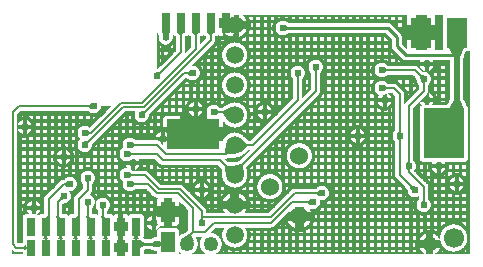
<source format=gbl>
G04 Layer: BottomLayer*
G04 EasyEDA v5.9.34, Sun, 20 Jan 2019 06:30:26 GMT*
G04 4d0cf0336fcf4326954002bdc8c8e70b*
G04 Gerber Generator version 0.2*
G04 Scale: 100 percent, Rotated: No, Reflected: No *
G04 Dimensions in millimeters *
G04 leading zeros omitted , absolute positions ,3 integer and 3 decimal *
%FSLAX33Y33*%
%MOMM*%
G90*
G71D02*

%ADD11C,0.159995*%
%ADD12C,0.160000*%
%ADD13C,0.200000*%
%ADD14C,0.249999*%
%ADD16C,0.166000*%
%ADD22C,0.619760*%
%ADD30R,1.249934X1.800098*%
%ADD35C,1.519987*%
%ADD36C,1.524000*%
%ADD37C,1.700022*%
%ADD38C,1.249934*%
%ADD39C,0.499999*%
%ADD40R,4.499991X2.499995*%
%ADD41R,3.499993X4.199992*%
%ADD42R,0.799998X1.659992*%
%ADD43R,0.762000X1.499997*%
%ADD44R,0.762000X1.450010*%
%ADD45R,1.799996X2.599995*%

%LPD*%
G36*
G01X168Y152D02*
G01X152Y164D01*
G01X152Y227D01*
G01X588Y227D01*
G01X588Y152D01*
G01X168Y152D01*
G37*

%LPD*%
G36*
G01X152Y227D02*
G01X152Y328D01*
G01X588Y328D01*
G01X588Y227D01*
G01X152Y227D01*
G37*

%LPD*%
G36*
G01X152Y328D02*
G01X152Y334D01*
G01X489Y334D01*
G01X496Y333D01*
G01X503Y332D01*
G01X510Y331D01*
G01X518Y330D01*
G01X525Y329D01*
G01X532Y329D01*
G01X539Y328D01*
G01X546Y328D01*
G01X554Y328D01*
G01X561Y328D01*
G01X152Y328D01*
G37*

%LPD*%
G36*
G01X152Y334D02*
G01X152Y359D01*
G01X409Y359D01*
G01X409Y359D01*
G01X415Y357D01*
G01X422Y354D01*
G01X428Y352D01*
G01X435Y349D01*
G01X442Y347D01*
G01X448Y345D01*
G01X455Y343D01*
G01X462Y341D01*
G01X468Y339D01*
G01X475Y337D01*
G01X482Y336D01*
G01X489Y334D01*
G01X152Y334D01*
G37*

%LPD*%
G36*
G01X588Y152D02*
G01X588Y251D01*
G01X1096Y251D01*
G01X1096Y152D01*
G01X588Y152D01*
G37*

%LPD*%
G36*
G01X588Y251D02*
G01X588Y328D01*
G01X1086Y328D01*
G01X1096Y322D01*
G01X1096Y251D01*
G01X588Y251D01*
G37*

%LPD*%
G36*
G01X9207Y152D02*
G01X9207Y347D01*
G01X9588Y347D01*
G01X9588Y152D01*
G01X9207Y152D01*
G37*

%LPD*%
G36*
G01X11349Y152D02*
G01X11349Y165D01*
G01X11650Y165D01*
G01X11650Y152D01*
G01X11349Y152D01*
G37*

%LPD*%
G36*
G01X11349Y165D02*
G01X11349Y251D01*
G01X11650Y251D01*
G01X11650Y165D01*
G01X11349Y165D01*
G37*

%LPD*%
G36*
G01X11349Y251D02*
G01X11349Y289D01*
G01X11650Y289D01*
G01X11650Y251D01*
G01X11349Y251D01*
G37*

%LPD*%
G36*
G01X11349Y289D02*
G01X11349Y352D01*
G01X11764Y352D01*
G01X11764Y289D01*
G01X11349Y289D01*
G37*

%LPD*%
G36*
G01X11349Y352D02*
G01X11349Y353D01*
G01X11764Y353D01*
G01X11764Y352D01*
G01X11349Y352D01*
G37*

%LPD*%
G36*
G01X12156Y152D02*
G01X12140Y157D01*
G01X12125Y163D01*
G01X12110Y169D01*
G01X12095Y175D01*
G01X12080Y181D01*
G01X12065Y188D01*
G01X12050Y195D01*
G01X12035Y202D01*
G01X12021Y210D01*
G01X12006Y217D01*
G01X11992Y225D01*
G01X11978Y234D01*
G01X11964Y242D01*
G01X11950Y251D01*
G01X12462Y251D01*
G01X12462Y251D01*
G01X12463Y246D01*
G01X12463Y240D01*
G01X12463Y235D01*
G01X12463Y230D01*
G01X12464Y224D01*
G01X12464Y219D01*
G01X12465Y214D01*
G01X12465Y209D01*
G01X12466Y203D01*
G01X12467Y198D01*
G01X12468Y193D01*
G01X12469Y188D01*
G01X12470Y182D01*
G01X12472Y177D01*
G01X12473Y172D01*
G01X12474Y167D01*
G01X12476Y162D01*
G01X12478Y157D01*
G01X12479Y152D01*
G01X12156Y152D01*
G37*

%LPD*%
G36*
G01X11950Y251D02*
G01X11936Y261D01*
G01X11922Y270D01*
G01X11883Y289D01*
G01X12462Y289D01*
G01X12462Y251D01*
G01X11950Y251D01*
G37*

%LPD*%
G36*
G01X11764Y289D02*
G01X11764Y334D01*
G01X12462Y334D01*
G01X12462Y289D01*
G01X11764Y289D01*
G37*

%LPD*%
G36*
G01X11764Y334D02*
G01X11764Y367D01*
G01X12462Y367D01*
G01X12462Y334D01*
G01X11764Y334D01*
G37*

%LPD*%
G36*
G01X11764Y367D02*
G01X11764Y378D01*
G01X12462Y378D01*
G01X12462Y367D01*
G01X11764Y367D01*
G37*

%LPD*%
G36*
G01X14296Y152D02*
G01X14296Y152D01*
G01X14298Y157D01*
G01X14300Y162D01*
G01X14301Y167D01*
G01X14303Y172D01*
G01X14303Y172D01*
G01X14605Y172D01*
G01X14604Y172D01*
G01X14620Y165D01*
G01X14637Y158D01*
G01X14653Y152D01*
G01X14296Y152D01*
G37*

%LPD*%
G36*
G01X14303Y172D02*
G01X14304Y177D01*
G01X14305Y183D01*
G01X14307Y188D01*
G01X14308Y193D01*
G01X14309Y199D01*
G01X14309Y204D01*
G01X14310Y209D01*
G01X14311Y215D01*
G01X14312Y220D01*
G01X14312Y226D01*
G01X14313Y231D01*
G01X14313Y236D01*
G01X14313Y242D01*
G01X14478Y242D01*
G01X14493Y232D01*
G01X14508Y223D01*
G01X14524Y213D01*
G01X14540Y205D01*
G01X14556Y196D01*
G01X14572Y188D01*
G01X14588Y180D01*
G01X14605Y172D01*
G01X14303Y172D01*
G37*

%LPD*%
G36*
G01X14313Y242D02*
G01X14313Y251D01*
G01X14464Y251D01*
G01X14478Y242D01*
G01X14313Y242D01*
G37*

%LPD*%
G36*
G01X14313Y251D02*
G01X14313Y379D01*
G01X14325Y368D01*
G01X14336Y356D01*
G01X14348Y344D01*
G01X14360Y333D01*
G01X14373Y322D01*
G01X14385Y311D01*
G01X14398Y301D01*
G01X14411Y290D01*
G01X14424Y280D01*
G01X14437Y270D01*
G01X14450Y260D01*
G01X14464Y251D01*
G01X14313Y251D01*
G37*

%LPD*%
G36*
G01X15318Y152D02*
G01X15318Y152D01*
G01X15334Y158D01*
G01X15351Y165D01*
G01X15367Y172D01*
G01X15828Y172D01*
G01X15828Y152D01*
G01X15318Y152D01*
G37*

%LPD*%
G36*
G01X15828Y152D02*
G01X15828Y172D01*
G01X15875Y172D01*
G01X15875Y172D01*
G01X15856Y152D01*
G01X15828Y152D01*
G37*

%LPD*%
G36*
G01X16147Y152D02*
G01X16147Y152D01*
G01X16128Y172D01*
G01X16637Y172D01*
G01X16636Y172D01*
G01X16652Y165D01*
G01X16669Y158D01*
G01X16685Y152D01*
G01X16147Y152D01*
G37*

%LPD*%
G36*
G01X15828Y172D02*
G01X15828Y329D01*
G01X16002Y329D01*
G01X16002Y329D01*
G01X15989Y311D01*
G01X15976Y293D01*
G01X15962Y275D01*
G01X15949Y257D01*
G01X15935Y239D01*
G01X15920Y222D01*
G01X15906Y205D01*
G01X15891Y189D01*
G01X15875Y172D01*
G01X15828Y172D01*
G37*

%LPD*%
G36*
G01X16128Y172D02*
G01X16128Y172D01*
G01X16112Y189D01*
G01X16097Y205D01*
G01X16083Y222D01*
G01X16068Y239D01*
G01X16054Y257D01*
G01X16041Y275D01*
G01X16027Y293D01*
G01X16014Y311D01*
G01X16002Y329D01*
G01X16396Y329D01*
G01X16409Y318D01*
G01X16422Y307D01*
G01X16435Y296D01*
G01X16448Y286D01*
G01X16462Y275D01*
G01X16475Y265D01*
G01X16489Y256D01*
G01X16503Y246D01*
G01X16517Y237D01*
G01X16532Y228D01*
G01X16546Y219D01*
G01X16561Y210D01*
G01X16576Y202D01*
G01X16591Y194D01*
G01X16606Y187D01*
G01X16621Y179D01*
G01X16637Y172D01*
G01X16128Y172D01*
G37*

%LPD*%
G36*
G01X15828Y329D02*
G01X15828Y373D01*
G01X16351Y373D01*
G01X16351Y373D01*
G01X16366Y358D01*
G01X16381Y344D01*
G01X16396Y329D01*
G01X15828Y329D01*
G37*

%LPD*%
G36*
G01X35892Y152D02*
G01X35908Y158D01*
G01X35923Y164D01*
G01X35938Y171D01*
G01X35953Y178D01*
G01X35968Y185D01*
G01X35983Y193D01*
G01X35997Y200D01*
G01X36012Y208D01*
G01X36026Y216D01*
G01X36041Y225D01*
G01X36055Y234D01*
G01X36069Y243D01*
G01X36082Y252D01*
G01X36096Y261D01*
G01X36109Y271D01*
G01X36123Y281D01*
G01X36136Y291D01*
G01X36148Y302D01*
G01X36148Y152D01*
G01X35892Y152D01*
G37*

%LPD*%
G36*
G01X17350Y152D02*
G01X17366Y158D01*
G01X17381Y165D01*
G01X17397Y171D01*
G01X17412Y178D01*
G01X17427Y186D01*
G01X17442Y193D01*
G01X17457Y201D01*
G01X17472Y209D01*
G01X17486Y218D01*
G01X17501Y226D01*
G01X17515Y235D01*
G01X17529Y244D01*
G01X17543Y254D01*
G01X17557Y263D01*
G01X17570Y273D01*
G01X17584Y283D01*
G01X17597Y294D01*
G01X17610Y304D01*
G01X17623Y315D01*
G01X17635Y326D01*
G01X17648Y338D01*
G01X17660Y349D01*
G01X17672Y361D01*
G01X17684Y373D01*
G01X18062Y373D01*
G01X18050Y355D01*
G01X18038Y336D01*
G01X18026Y319D01*
G01X18014Y301D01*
G01X18001Y283D01*
G01X17988Y266D01*
G01X17974Y249D01*
G01X17961Y232D01*
G01X17947Y216D01*
G01X17932Y199D01*
G01X17918Y183D01*
G01X17903Y167D01*
G01X17888Y152D01*
G01X17350Y152D01*
G37*

%LPD*%
G36*
G01X34689Y152D02*
G01X34674Y167D01*
G01X34659Y183D01*
G01X34645Y199D01*
G01X34630Y216D01*
G01X34616Y232D01*
G01X34603Y249D01*
G01X34589Y266D01*
G01X34576Y283D01*
G01X34563Y301D01*
G01X34551Y319D01*
G01X34539Y336D01*
G01X34527Y355D01*
G01X34515Y373D01*
G01X34893Y373D01*
G01X34905Y361D01*
G01X34917Y349D01*
G01X34929Y338D01*
G01X34942Y326D01*
G01X34954Y315D01*
G01X34967Y304D01*
G01X34980Y294D01*
G01X34993Y283D01*
G01X35007Y273D01*
G01X35020Y263D01*
G01X35034Y254D01*
G01X35048Y244D01*
G01X35062Y235D01*
G01X35076Y226D01*
G01X35091Y218D01*
G01X35105Y209D01*
G01X35120Y201D01*
G01X35135Y193D01*
G01X35150Y186D01*
G01X35165Y178D01*
G01X35180Y171D01*
G01X35196Y165D01*
G01X35211Y158D01*
G01X35227Y152D01*
G01X34689Y152D01*
G37*

%LPD*%
G36*
G01X35247Y152D02*
G01X35247Y373D01*
G01X35872Y373D01*
G01X35872Y152D01*
G01X35247Y152D01*
G37*

%LPD*%
G36*
G01X36148Y152D02*
G01X36148Y302D01*
G01X36556Y302D01*
G01X36556Y302D01*
G01X36543Y284D01*
G01X36530Y267D01*
G01X36517Y249D01*
G01X36503Y233D01*
G01X36489Y216D01*
G01X36475Y200D01*
G01X36460Y183D01*
G01X36445Y168D01*
G01X36430Y152D01*
G01X36148Y152D01*
G37*

%LPD*%
G36*
G01X36148Y302D02*
G01X36162Y313D01*
G01X36175Y324D01*
G01X36188Y336D01*
G01X36201Y348D01*
G01X36213Y360D01*
G01X36226Y373D01*
G01X36604Y373D01*
G01X36604Y373D01*
G01X36592Y355D01*
G01X36581Y337D01*
G01X36569Y319D01*
G01X36556Y302D01*
G01X36148Y302D01*
G37*

%LPD*%
G36*
G01X37118Y152D02*
G01X37118Y152D01*
G01X37093Y161D01*
G01X37069Y170D01*
G01X37045Y179D01*
G01X37021Y189D01*
G01X36997Y200D01*
G01X36973Y211D01*
G01X36950Y222D01*
G01X36927Y234D01*
G01X36904Y246D01*
G01X36881Y258D01*
G01X36858Y271D01*
G01X36836Y285D01*
G01X36814Y298D01*
G01X36792Y313D01*
G01X36770Y327D01*
G01X36749Y342D01*
G01X36728Y357D01*
G01X36707Y373D01*
G01X36707Y373D01*
G01X37164Y373D01*
G01X37164Y152D01*
G01X37118Y152D01*
G37*

%LPD*%
G36*
G01X37164Y152D02*
G01X37164Y197D01*
G01X38180Y197D01*
G01X38152Y185D01*
G01X38123Y173D01*
G01X38094Y162D01*
G01X38065Y152D01*
G01X37164Y152D01*
G37*

%LPD*%
G36*
G01X37164Y197D02*
G01X37164Y373D01*
G01X38180Y373D01*
G01X38180Y197D01*
G01X37164Y197D01*
G37*

%LPD*%
G36*
G01X37592Y373D02*
G01X37591Y373D01*
G01X37612Y373D01*
G01X37633Y374D01*
G01X37653Y375D01*
G01X37674Y376D01*
G01X37694Y378D01*
G01X37714Y380D01*
G01X37735Y382D01*
G01X37755Y385D01*
G01X37775Y388D01*
G01X37796Y391D01*
G01X37816Y395D01*
G01X37836Y399D01*
G01X37836Y399D01*
G01X38180Y399D01*
G01X38180Y373D01*
G01X37592Y373D01*
G37*

%LPD*%
G36*
G01X38180Y197D02*
G01X38180Y373D01*
G01X38476Y373D01*
G01X38455Y357D01*
G01X38433Y341D01*
G01X38411Y326D01*
G01X38389Y312D01*
G01X38367Y297D01*
G01X38345Y283D01*
G01X38322Y270D01*
G01X38299Y257D01*
G01X38276Y244D01*
G01X38252Y232D01*
G01X38228Y220D01*
G01X38205Y208D01*
G01X38180Y197D01*
G37*

%LPD*%
G36*
G01X38180Y373D02*
G01X38180Y399D01*
G01X38509Y399D01*
G01X38476Y373D01*
G01X38180Y373D01*
G37*

%LPD*%
G36*
G01X152Y359D02*
G01X152Y439D01*
G01X292Y439D01*
G01X292Y439D01*
G01X297Y434D01*
G01X302Y430D01*
G01X307Y425D01*
G01X312Y421D01*
G01X317Y416D01*
G01X322Y412D01*
G01X327Y408D01*
G01X333Y404D01*
G01X338Y400D01*
G01X344Y396D01*
G01X349Y392D01*
G01X355Y388D01*
G01X361Y385D01*
G01X367Y381D01*
G01X372Y378D01*
G01X378Y374D01*
G01X384Y371D01*
G01X390Y368D01*
G01X396Y365D01*
G01X403Y362D01*
G01X409Y359D01*
G01X152Y359D01*
G37*

%LPD*%
G36*
G01X152Y439D02*
G01X152Y579D01*
G01X292Y439D01*
G01X152Y439D01*
G37*

%LPD*%
G36*
G01X718Y1089D02*
G01X634Y1173D01*
G01X634Y1177D01*
G01X1096Y1177D01*
G01X1096Y1094D01*
G01X1086Y1089D01*
G01X718Y1089D01*
G37*

%LPD*%
G36*
G01X634Y1177D02*
G01X634Y1285D01*
G01X1096Y1285D01*
G01X1096Y1177D01*
G01X634Y1177D01*
G37*

%LPD*%
G36*
G01X634Y1285D02*
G01X634Y1326D01*
G01X1096Y1326D01*
G01X1096Y1285D01*
G01X634Y1285D01*
G37*

%LPD*%
G36*
G01X8809Y347D02*
G01X8809Y703D01*
G01X9732Y703D01*
G01X9732Y347D01*
G01X8809Y347D01*
G37*

%LPD*%
G36*
G01X8809Y703D02*
G01X8809Y749D01*
G01X9732Y749D01*
G01X9732Y703D01*
G01X8809Y703D01*
G37*

%LPD*%
G36*
G01X8809Y749D02*
G01X8809Y972D01*
G01X9732Y972D01*
G01X9732Y749D01*
G01X8809Y749D01*
G37*

%LPD*%
G36*
G01X8809Y972D02*
G01X8809Y1009D01*
G01X9732Y1009D01*
G01X9732Y972D01*
G01X8809Y972D01*
G37*

%LPD*%
G36*
G01X8809Y1009D02*
G01X8809Y1059D01*
G01X9732Y1059D01*
G01X9732Y1009D01*
G01X8809Y1009D01*
G37*

%LPD*%
G36*
G01X8809Y1059D02*
G01X8809Y1072D01*
G01X9732Y1072D01*
G01X9732Y1059D01*
G01X8809Y1059D01*
G37*

%LPD*%
G36*
G01X9207Y1072D02*
G01X9207Y1145D01*
G01X9588Y1145D01*
G01X9588Y1072D01*
G01X9207Y1072D01*
G37*

%LPD*%
G36*
G01X9207Y1145D02*
G01X9207Y1173D01*
G01X9588Y1173D01*
G01X9588Y1145D01*
G01X9207Y1145D01*
G37*

%LPD*%
G36*
G01X9207Y1173D02*
G01X9207Y1191D01*
G01X9588Y1191D01*
G01X9588Y1173D01*
G01X9207Y1173D01*
G37*

%LPD*%
G36*
G01X9207Y1191D02*
G01X9207Y1216D01*
G01X9588Y1216D01*
G01X9588Y1191D01*
G01X9207Y1191D01*
G37*

%LPD*%
G36*
G01X9207Y1216D02*
G01X9207Y1316D01*
G01X9588Y1316D01*
G01X9588Y1216D01*
G01X9207Y1216D01*
G37*

%LPD*%
G36*
G01X9207Y1316D02*
G01X9207Y1378D01*
G01X9588Y1378D01*
G01X9588Y1316D01*
G01X9207Y1316D01*
G37*

%LPD*%
G36*
G01X9732Y347D02*
G01X9732Y703D01*
G01X9986Y703D01*
G01X9986Y347D01*
G01X9732Y347D01*
G37*

%LPD*%
G36*
G01X9732Y703D02*
G01X9732Y749D01*
G01X9986Y749D01*
G01X9986Y703D01*
G01X9732Y703D01*
G37*

%LPD*%
G36*
G01X9732Y749D02*
G01X9732Y861D01*
G01X9986Y861D01*
G01X9986Y749D01*
G01X9732Y749D01*
G37*

%LPD*%
G36*
G01X9732Y861D02*
G01X9732Y972D01*
G01X9986Y972D01*
G01X9986Y861D01*
G01X9732Y861D01*
G37*

%LPD*%
G36*
G01X9732Y972D02*
G01X9732Y1009D01*
G01X9986Y1009D01*
G01X9986Y972D01*
G01X9732Y972D01*
G37*

%LPD*%
G36*
G01X9732Y1009D02*
G01X9732Y1059D01*
G01X9986Y1059D01*
G01X9986Y1009D01*
G01X9732Y1009D01*
G37*

%LPD*%
G36*
G01X9732Y1059D02*
G01X9732Y1072D01*
G01X9986Y1072D01*
G01X9986Y1059D01*
G01X9732Y1059D01*
G37*

%LPD*%
G36*
G01X11349Y353D02*
G01X11349Y407D01*
G01X11764Y407D01*
G01X11764Y353D01*
G01X11349Y353D01*
G37*

%LPD*%
G36*
G01X11349Y407D02*
G01X11349Y502D01*
G01X11764Y502D01*
G01X11764Y407D01*
G01X11349Y407D01*
G37*

%LPD*%
G36*
G01X11349Y502D02*
G01X11349Y517D01*
G01X11494Y590D01*
G01X11764Y590D01*
G01X11764Y502D01*
G01X11349Y502D01*
G37*

%LPD*%
G36*
G01X11764Y378D02*
G01X11764Y405D01*
G01X12462Y405D01*
G01X12462Y378D01*
G01X11764Y378D01*
G37*

%LPD*%
G36*
G01X12446Y405D02*
G01X12462Y405D01*
G01X12462Y405D01*
G01X12446Y405D01*
G37*

%LPD*%
G36*
G01X11764Y405D02*
G01X11764Y407D01*
G01X12394Y407D01*
G01X12407Y406D01*
G01X12420Y406D01*
G01X12433Y405D01*
G01X12446Y405D01*
G01X11764Y405D01*
G37*

%LPD*%
G36*
G01X11764Y407D02*
G01X11764Y498D01*
G01X12121Y498D01*
G01X12121Y498D01*
G01X12130Y493D01*
G01X12140Y487D01*
G01X12149Y482D01*
G01X12158Y477D01*
G01X12168Y472D01*
G01X12178Y467D01*
G01X12187Y462D01*
G01X12197Y458D01*
G01X12207Y454D01*
G01X12217Y450D01*
G01X12227Y446D01*
G01X12237Y442D01*
G01X12247Y438D01*
G01X12257Y435D01*
G01X12268Y432D01*
G01X12278Y429D01*
G01X12288Y426D01*
G01X12299Y423D01*
G01X12309Y421D01*
G01X12320Y418D01*
G01X12330Y416D01*
G01X12341Y414D01*
G01X12351Y412D01*
G01X12362Y411D01*
G01X12373Y409D01*
G01X12383Y408D01*
G01X12394Y407D01*
G01X11764Y407D01*
G37*

%LPD*%
G36*
G01X11764Y498D02*
G01X11764Y528D01*
G01X12078Y528D01*
G01X12088Y521D01*
G01X12099Y513D01*
G01X12110Y506D01*
G01X12121Y498D01*
G01X11764Y498D01*
G37*

%LPD*%
G36*
G01X11764Y528D02*
G01X11764Y544D01*
G01X12046Y544D01*
G01X12078Y528D01*
G01X11764Y528D01*
G37*

%LPD*%
G36*
G01X11764Y544D02*
G01X11764Y578D01*
G01X11978Y578D01*
G01X12046Y544D01*
G01X11764Y544D01*
G37*

%LPD*%
G36*
G01X11764Y578D02*
G01X11764Y590D01*
G01X11953Y590D01*
G01X11978Y578D01*
G01X11764Y578D01*
G37*

%LPD*%
G36*
G01X15367Y172D02*
G01X15381Y179D01*
G01X15396Y186D01*
G01X15410Y193D01*
G01X15425Y201D01*
G01X15439Y209D01*
G01X15453Y217D01*
G01X15467Y225D01*
G01X15481Y234D01*
G01X15495Y243D01*
G01X15508Y252D01*
G01X15522Y261D01*
G01X15535Y271D01*
G01X15548Y280D01*
G01X15561Y290D01*
G01X15573Y301D01*
G01X15586Y311D01*
G01X15598Y322D01*
G01X15610Y333D01*
G01X15622Y344D01*
G01X15634Y355D01*
G01X15645Y367D01*
G01X15657Y378D01*
G01X15668Y390D01*
G01X15679Y402D01*
G01X15689Y414D01*
G01X15700Y427D01*
G01X15710Y440D01*
G01X15720Y452D01*
G01X15730Y465D01*
G01X15739Y479D01*
G01X15749Y492D01*
G01X15758Y505D01*
G01X15767Y519D01*
G01X15775Y533D01*
G01X15784Y547D01*
G01X15792Y561D01*
G01X15800Y575D01*
G01X15807Y590D01*
G01X15815Y604D01*
G01X15822Y619D01*
G01X15828Y634D01*
G01X15828Y172D01*
G01X15367Y172D01*
G37*

%LPD*%
G36*
G01X15828Y373D02*
G01X15828Y634D01*
G01X16175Y634D01*
G01X16182Y618D01*
G01X16189Y603D01*
G01X16196Y589D01*
G01X16204Y574D01*
G01X16212Y559D01*
G01X16221Y545D01*
G01X16229Y531D01*
G01X16238Y517D01*
G01X16247Y503D01*
G01X16257Y489D01*
G01X16266Y475D01*
G01X16276Y462D01*
G01X16286Y449D01*
G01X16296Y435D01*
G01X16307Y423D01*
G01X16318Y410D01*
G01X16329Y397D01*
G01X16340Y385D01*
G01X16351Y373D01*
G01X15828Y373D01*
G37*

%LPD*%
G36*
G01X15828Y634D02*
G01X15837Y654D01*
G01X16166Y654D01*
G01X16175Y634D01*
G01X15828Y634D01*
G37*

%LPD*%
G36*
G01X15837Y654D02*
G01X15845Y671D01*
G01X15852Y689D01*
G01X15858Y708D01*
G01X15865Y726D01*
G01X15870Y744D01*
G01X16133Y744D01*
G01X16138Y726D01*
G01X16145Y708D01*
G01X16151Y689D01*
G01X16158Y671D01*
G01X16166Y654D01*
G01X15837Y654D01*
G37*

%LPD*%
G36*
G01X15870Y744D02*
G01X15875Y761D01*
G01X15880Y777D01*
G01X15884Y793D01*
G01X15888Y810D01*
G01X15891Y827D01*
G01X15895Y843D01*
G01X15898Y860D01*
G01X15900Y877D01*
G01X15903Y893D01*
G01X15905Y910D01*
G01X15907Y927D01*
G01X15908Y944D01*
G01X15909Y961D01*
G01X16094Y961D01*
G01X16095Y944D01*
G01X16096Y927D01*
G01X16098Y910D01*
G01X16100Y893D01*
G01X16103Y877D01*
G01X16105Y860D01*
G01X16108Y843D01*
G01X16112Y827D01*
G01X16115Y810D01*
G01X16119Y793D01*
G01X16123Y777D01*
G01X16128Y761D01*
G01X16133Y744D01*
G01X15870Y744D01*
G37*

%LPD*%
G36*
G01X15909Y961D02*
G01X15910Y978D01*
G01X15911Y994D01*
G01X15911Y1011D01*
G01X15911Y1028D01*
G01X15911Y1045D01*
G01X15910Y1061D01*
G01X15909Y1078D01*
G01X15908Y1095D01*
G01X15906Y1111D01*
G01X15904Y1128D01*
G01X15902Y1145D01*
G01X15899Y1161D01*
G01X15897Y1178D01*
G01X15894Y1194D01*
G01X15890Y1210D01*
G01X15887Y1227D01*
G01X15883Y1243D01*
G01X15878Y1259D01*
G01X15874Y1275D01*
G01X16129Y1275D01*
G01X16125Y1259D01*
G01X16120Y1243D01*
G01X16116Y1227D01*
G01X16113Y1210D01*
G01X16109Y1194D01*
G01X16106Y1178D01*
G01X16104Y1161D01*
G01X16101Y1145D01*
G01X16099Y1128D01*
G01X16097Y1111D01*
G01X16095Y1095D01*
G01X16094Y1078D01*
G01X16093Y1061D01*
G01X16092Y1045D01*
G01X16092Y1028D01*
G01X16092Y1011D01*
G01X16092Y994D01*
G01X16093Y978D01*
G01X16094Y961D01*
G01X15909Y961D01*
G37*

%LPD*%
G36*
G01X15874Y1275D02*
G01X15872Y1282D01*
G01X16131Y1282D01*
G01X16129Y1275D01*
G01X15874Y1275D01*
G37*

%LPD*%
G36*
G01X15872Y1282D02*
G01X15872Y1282D01*
G01X15865Y1302D01*
G01X16138Y1302D01*
G01X16138Y1302D01*
G01X16131Y1282D01*
G01X15872Y1282D01*
G37*

%LPD*%
G36*
G01X15865Y1302D02*
G01X15865Y1302D01*
G01X15860Y1318D01*
G01X15854Y1334D01*
G01X15849Y1350D01*
G01X16154Y1350D01*
G01X16154Y1350D01*
G01X16149Y1334D01*
G01X16143Y1318D01*
G01X16138Y1302D01*
G01X15865Y1302D01*
G37*

%LPD*%
G36*
G01X15849Y1350D02*
G01X15848Y1351D01*
G01X16155Y1351D01*
G01X16154Y1350D01*
G01X15849Y1350D01*
G37*

%LPD*%
G36*
G01X15848Y1351D02*
G01X15830Y1399D01*
G01X16175Y1399D01*
G01X16175Y1399D01*
G01X16168Y1383D01*
G01X16161Y1367D01*
G01X16155Y1351D01*
G01X16155Y1351D01*
G01X15848Y1351D01*
G37*

%LPD*%
G36*
G01X15830Y1399D02*
G01X15828Y1403D01*
G01X16177Y1403D01*
G01X16177Y1403D01*
G01X16175Y1399D01*
G01X15830Y1399D01*
G37*

%LPD*%
G36*
G01X19050Y416D02*
G01X19026Y417D01*
G01X19002Y417D01*
G01X18978Y418D01*
G01X18954Y420D01*
G01X18930Y422D01*
G01X18906Y424D01*
G01X18882Y427D01*
G01X18859Y430D01*
G01X18835Y433D01*
G01X18811Y437D01*
G01X18788Y442D01*
G01X18765Y447D01*
G01X18741Y452D01*
G01X18718Y457D01*
G01X18695Y464D01*
G01X18672Y470D01*
G01X18649Y477D01*
G01X18626Y484D01*
G01X18603Y492D01*
G01X18581Y500D01*
G01X18558Y508D01*
G01X18536Y517D01*
G01X18514Y526D01*
G01X18492Y536D01*
G01X18470Y546D01*
G01X18449Y556D01*
G01X18428Y567D01*
G01X18406Y578D01*
G01X18385Y590D01*
G01X18365Y601D01*
G01X18344Y614D01*
G01X18324Y626D01*
G01X18304Y639D01*
G01X18284Y652D01*
G01X18264Y666D01*
G01X18245Y680D01*
G01X18225Y694D01*
G01X18207Y709D01*
G01X19892Y709D01*
G01X19874Y694D01*
G01X19854Y680D01*
G01X19835Y666D01*
G01X19815Y652D01*
G01X19795Y639D01*
G01X19775Y626D01*
G01X19755Y614D01*
G01X19734Y601D01*
G01X19714Y590D01*
G01X19693Y578D01*
G01X19671Y567D01*
G01X19650Y556D01*
G01X19629Y546D01*
G01X19607Y536D01*
G01X19585Y526D01*
G01X19563Y517D01*
G01X19541Y508D01*
G01X19518Y500D01*
G01X19496Y492D01*
G01X19473Y484D01*
G01X19450Y477D01*
G01X19427Y470D01*
G01X19404Y464D01*
G01X19381Y457D01*
G01X19358Y452D01*
G01X19334Y447D01*
G01X19311Y442D01*
G01X19288Y437D01*
G01X19264Y433D01*
G01X19240Y430D01*
G01X19217Y427D01*
G01X19193Y424D01*
G01X19169Y422D01*
G01X19145Y420D01*
G01X19121Y418D01*
G01X19097Y417D01*
G01X19073Y417D01*
G01X19050Y416D01*
G37*

%LPD*%
G36*
G01X17684Y373D02*
G01X17684Y373D01*
G01X17695Y385D01*
G01X17706Y397D01*
G01X17717Y410D01*
G01X17728Y422D01*
G01X17739Y435D01*
G01X17749Y448D01*
G01X17759Y462D01*
G01X17769Y475D01*
G01X17778Y489D01*
G01X17788Y502D01*
G01X17797Y516D01*
G01X17806Y530D01*
G01X17814Y545D01*
G01X17823Y559D01*
G01X17831Y574D01*
G01X17838Y588D01*
G01X17846Y603D01*
G01X17853Y618D01*
G01X17860Y633D01*
G01X17867Y648D01*
G01X17873Y664D01*
G01X17880Y679D01*
G01X17886Y695D01*
G01X17891Y710D01*
G01X17891Y710D01*
G01X18205Y710D01*
G01X18199Y689D01*
G01X18193Y669D01*
G01X18187Y648D01*
G01X18180Y627D01*
G01X18173Y607D01*
G01X18166Y586D01*
G01X18158Y566D01*
G01X18150Y546D01*
G01X18142Y526D01*
G01X18133Y507D01*
G01X18124Y487D01*
G01X18114Y468D01*
G01X18104Y448D01*
G01X18094Y429D01*
G01X18084Y410D01*
G01X18073Y392D01*
G01X18062Y373D01*
G01X17684Y373D01*
G37*

%LPD*%
G36*
G01X18207Y709D02*
G01X18205Y710D01*
G01X19892Y710D01*
G01X19892Y709D01*
G01X18207Y709D01*
G37*

%LPD*%
G36*
G01X17891Y710D02*
G01X17894Y717D01*
G01X19892Y717D01*
G01X19892Y710D01*
G01X17891Y710D01*
G37*

%LPD*%
G36*
G01X19050Y717D02*
G01X19050Y717D01*
G01X19068Y717D01*
G01X19087Y718D01*
G01X19106Y718D01*
G01X19124Y720D01*
G01X19143Y721D01*
G01X19162Y723D01*
G01X19180Y725D01*
G01X19199Y728D01*
G01X19217Y730D01*
G01X19236Y734D01*
G01X19254Y737D01*
G01X19273Y741D01*
G01X19291Y745D01*
G01X19309Y749D01*
G01X19327Y754D01*
G01X19345Y759D01*
G01X19363Y764D01*
G01X19381Y770D01*
G01X19399Y776D01*
G01X19417Y783D01*
G01X19434Y789D01*
G01X19451Y796D01*
G01X19469Y803D01*
G01X19486Y811D01*
G01X19503Y819D01*
G01X19520Y827D01*
G01X19536Y835D01*
G01X19553Y844D01*
G01X19569Y853D01*
G01X19586Y863D01*
G01X19602Y872D01*
G01X19618Y882D01*
G01X19633Y892D01*
G01X19649Y903D01*
G01X19664Y913D01*
G01X19680Y924D01*
G01X19694Y936D01*
G01X19709Y947D01*
G01X19724Y959D01*
G01X19738Y971D01*
G01X19752Y983D01*
G01X19766Y996D01*
G01X19780Y1009D01*
G01X19793Y1022D01*
G01X19807Y1035D01*
G01X19820Y1048D01*
G01X19832Y1062D01*
G01X19845Y1076D01*
G01X19857Y1090D01*
G01X19869Y1105D01*
G01X19881Y1119D01*
G01X19892Y1134D01*
G01X19892Y1134D01*
G01X19892Y717D01*
G01X19050Y717D01*
G37*

%LPD*%
G36*
G01X17894Y717D02*
G01X17894Y717D01*
G01X17899Y732D01*
G01X17903Y748D01*
G01X17908Y764D01*
G01X17912Y779D01*
G01X17916Y795D01*
G01X17920Y811D01*
G01X17924Y827D01*
G01X17927Y843D01*
G01X17930Y859D01*
G01X17932Y875D01*
G01X17935Y891D01*
G01X17937Y907D01*
G01X17938Y924D01*
G01X17940Y940D01*
G01X17941Y956D01*
G01X17942Y972D01*
G01X17943Y989D01*
G01X17943Y1005D01*
G01X17943Y1021D01*
G01X17943Y1038D01*
G01X17942Y1054D01*
G01X17941Y1070D01*
G01X17940Y1086D01*
G01X17939Y1103D01*
G01X17937Y1119D01*
G01X17935Y1135D01*
G01X17933Y1151D01*
G01X17930Y1167D01*
G01X17928Y1183D01*
G01X17925Y1199D01*
G01X17921Y1215D01*
G01X17917Y1231D01*
G01X17914Y1247D01*
G01X17909Y1263D01*
G01X17905Y1278D01*
G01X17900Y1294D01*
G01X17895Y1310D01*
G01X17890Y1325D01*
G01X17884Y1340D01*
G01X17878Y1355D01*
G01X17872Y1371D01*
G01X17866Y1386D01*
G01X17859Y1400D01*
G01X17852Y1415D01*
G01X17852Y1415D01*
G01X18053Y1415D01*
G01X18059Y1398D01*
G01X18066Y1381D01*
G01X18073Y1364D01*
G01X18080Y1347D01*
G01X18088Y1330D01*
G01X18096Y1313D01*
G01X18104Y1296D01*
G01X18113Y1280D01*
G01X18122Y1264D01*
G01X18131Y1248D01*
G01X18140Y1232D01*
G01X18150Y1216D01*
G01X18160Y1200D01*
G01X18170Y1185D01*
G01X18181Y1170D01*
G01X18191Y1154D01*
G01X18202Y1140D01*
G01X18214Y1125D01*
G01X18225Y1110D01*
G01X18237Y1096D01*
G01X18249Y1082D01*
G01X18261Y1068D01*
G01X18274Y1054D01*
G01X18286Y1041D01*
G01X18299Y1028D01*
G01X18313Y1015D01*
G01X18326Y1002D01*
G01X18340Y990D01*
G01X18354Y977D01*
G01X18368Y965D01*
G01X18382Y954D01*
G01X18396Y942D01*
G01X18411Y931D01*
G01X18426Y920D01*
G01X18441Y909D01*
G01X18456Y898D01*
G01X18472Y888D01*
G01X18487Y878D01*
G01X18503Y869D01*
G01X18519Y859D01*
G01X18535Y850D01*
G01X18551Y841D01*
G01X18568Y833D01*
G01X18584Y824D01*
G01X18601Y816D01*
G01X18618Y809D01*
G01X18635Y801D01*
G01X18652Y794D01*
G01X18669Y787D01*
G01X18687Y781D01*
G01X18704Y775D01*
G01X18722Y769D01*
G01X18739Y763D01*
G01X18757Y758D01*
G01X18775Y753D01*
G01X18793Y749D01*
G01X18811Y744D01*
G01X18829Y740D01*
G01X18847Y736D01*
G01X18865Y733D01*
G01X18884Y730D01*
G01X18902Y727D01*
G01X18920Y725D01*
G01X18939Y723D01*
G01X18957Y721D01*
G01X18975Y720D01*
G01X18994Y718D01*
G01X19012Y718D01*
G01X19031Y717D01*
G01X19050Y717D01*
G01X17894Y717D01*
G37*

%LPD*%
G36*
G01X34515Y373D02*
G01X34515Y373D01*
G01X34504Y392D01*
G01X34492Y412D01*
G01X34482Y431D01*
G01X34471Y451D01*
G01X34461Y471D01*
G01X34451Y492D01*
G01X34442Y512D01*
G01X34433Y533D01*
G01X34424Y554D01*
G01X34416Y575D01*
G01X34408Y596D01*
G01X34400Y617D01*
G01X34393Y638D01*
G01X34386Y660D01*
G01X34380Y681D01*
G01X34374Y703D01*
G01X34374Y703D01*
G01X34688Y703D01*
G01X34688Y703D01*
G01X34694Y688D01*
G01X34700Y673D01*
G01X34706Y657D01*
G01X34713Y642D01*
G01X34719Y628D01*
G01X34726Y613D01*
G01X34733Y598D01*
G01X34741Y584D01*
G01X34749Y569D01*
G01X34757Y555D01*
G01X34765Y541D01*
G01X34773Y527D01*
G01X34782Y513D01*
G01X34791Y500D01*
G01X34800Y486D01*
G01X34810Y473D01*
G01X34819Y460D01*
G01X34829Y447D01*
G01X34839Y434D01*
G01X34850Y421D01*
G01X34860Y409D01*
G01X34871Y397D01*
G01X34882Y385D01*
G01X34893Y373D01*
G01X34515Y373D01*
G37*

%LPD*%
G36*
G01X35247Y373D02*
G01X35247Y703D01*
G01X35872Y703D01*
G01X35872Y373D01*
G01X35247Y373D01*
G37*

%LPD*%
G36*
G01X19892Y709D02*
G01X19892Y1134D01*
G01X20249Y1134D01*
G01X20237Y1113D01*
G01X20225Y1092D01*
G01X20213Y1071D01*
G01X20200Y1050D01*
G01X20187Y1030D01*
G01X20173Y1010D01*
G01X20159Y990D01*
G01X20145Y970D01*
G01X20130Y951D01*
G01X20116Y931D01*
G01X20100Y913D01*
G01X20085Y894D01*
G01X20069Y876D01*
G01X20052Y858D01*
G01X20036Y840D01*
G01X20019Y822D01*
G01X20002Y805D01*
G01X19984Y788D01*
G01X19967Y772D01*
G01X19948Y756D01*
G01X19930Y740D01*
G01X19911Y724D01*
G01X19892Y709D01*
G37*

%LPD*%
G36*
G01X34374Y703D02*
G01X34369Y724D01*
G01X34364Y745D01*
G01X34359Y767D01*
G01X34355Y788D01*
G01X34351Y809D01*
G01X34347Y831D01*
G01X34344Y853D01*
G01X34342Y874D01*
G01X34339Y896D01*
G01X34337Y918D01*
G01X34336Y939D01*
G01X34335Y961D01*
G01X34334Y983D01*
G01X34334Y1005D01*
G01X34334Y1026D01*
G01X34334Y1048D01*
G01X34335Y1070D01*
G01X34336Y1092D01*
G01X34337Y1113D01*
G01X34339Y1135D01*
G01X34342Y1157D01*
G01X34344Y1178D01*
G01X34347Y1200D01*
G01X34351Y1222D01*
G01X34355Y1243D01*
G01X34359Y1264D01*
G01X34364Y1286D01*
G01X34369Y1307D01*
G01X34374Y1328D01*
G01X36148Y1328D01*
G01X36148Y703D01*
G01X34374Y703D01*
G37*

%LPD*%
G36*
G01X36226Y373D02*
G01X36239Y387D01*
G01X36252Y401D01*
G01X36264Y416D01*
G01X36277Y431D01*
G01X36637Y431D01*
G01X36637Y431D01*
G01X36626Y411D01*
G01X36615Y392D01*
G01X36604Y373D01*
G01X36604Y373D01*
G01X36226Y373D01*
G37*

%LPD*%
G36*
G01X36707Y373D02*
G01X36683Y392D01*
G01X36660Y411D01*
G01X36637Y431D01*
G01X37164Y431D01*
G01X37164Y373D01*
G01X36707Y373D01*
G37*

%LPD*%
G36*
G01X36277Y431D02*
G01X36287Y444D01*
G01X36297Y457D01*
G01X36307Y470D01*
G01X36317Y483D01*
G01X36326Y497D01*
G01X36335Y511D01*
G01X36344Y525D01*
G01X36353Y539D01*
G01X36361Y553D01*
G01X36369Y567D01*
G01X36377Y582D01*
G01X36385Y597D01*
G01X36392Y612D01*
G01X36399Y626D01*
G01X36406Y642D01*
G01X36413Y657D01*
G01X36419Y672D01*
G01X36425Y687D01*
G01X36431Y703D01*
G01X36785Y703D01*
G01X36800Y689D01*
G01X36815Y674D01*
G01X36830Y661D01*
G01X36846Y647D01*
G01X36862Y634D01*
G01X36878Y621D01*
G01X36895Y608D01*
G01X36911Y596D01*
G01X36928Y584D01*
G01X36945Y572D01*
G01X36962Y560D01*
G01X36980Y549D01*
G01X36998Y538D01*
G01X37015Y528D01*
G01X37033Y517D01*
G01X37052Y507D01*
G01X37070Y498D01*
G01X37089Y489D01*
G01X37107Y480D01*
G01X37126Y471D01*
G01X37145Y463D01*
G01X37164Y455D01*
G01X37164Y431D01*
G01X36277Y431D01*
G37*

%LPD*%
G36*
G01X36148Y703D02*
G01X36148Y1328D01*
G01X36458Y1328D01*
G01X36461Y1308D01*
G01X36465Y1288D01*
G01X36470Y1268D01*
G01X36475Y1248D01*
G01X36480Y1228D01*
G01X36485Y1208D01*
G01X36491Y1189D01*
G01X36497Y1169D01*
G01X36503Y1150D01*
G01X36510Y1130D01*
G01X36517Y1111D01*
G01X36525Y1092D01*
G01X36533Y1073D01*
G01X36541Y1054D01*
G01X36550Y1036D01*
G01X36558Y1017D01*
G01X36568Y999D01*
G01X36577Y981D01*
G01X36587Y963D01*
G01X36597Y945D01*
G01X36607Y927D01*
G01X36618Y910D01*
G01X36629Y893D01*
G01X36641Y876D01*
G01X36652Y859D01*
G01X36664Y842D01*
G01X36677Y826D01*
G01X36689Y810D01*
G01X36702Y794D01*
G01X36715Y778D01*
G01X36729Y762D01*
G01X36742Y747D01*
G01X36756Y732D01*
G01X36770Y718D01*
G01X36785Y703D01*
G01X36148Y703D01*
G37*

%LPD*%
G36*
G01X37164Y373D02*
G01X37164Y455D01*
G01X37164Y455D01*
G01X37184Y448D01*
G01X37203Y440D01*
G01X37223Y434D01*
G01X37243Y427D01*
G01X37263Y421D01*
G01X37283Y415D01*
G01X37303Y410D01*
G01X37323Y405D01*
G01X37343Y400D01*
G01X37364Y396D01*
G01X37384Y392D01*
G01X37405Y388D01*
G01X37425Y385D01*
G01X37446Y382D01*
G01X37467Y380D01*
G01X37487Y378D01*
G01X37508Y376D01*
G01X37529Y375D01*
G01X37550Y374D01*
G01X37571Y373D01*
G01X37592Y373D01*
G01X37164Y373D01*
G37*

%LPD*%
G36*
G01X634Y1326D02*
G01X634Y1435D01*
G01X1096Y1435D01*
G01X1096Y1326D01*
G01X634Y1326D01*
G37*

%LPD*%
G36*
G01X634Y1435D02*
G01X634Y1497D01*
G01X1103Y1497D01*
G01X1103Y1497D01*
G01X1101Y1491D01*
G01X1100Y1486D01*
G01X1099Y1480D01*
G01X1099Y1475D01*
G01X1098Y1469D01*
G01X1097Y1463D01*
G01X1097Y1457D01*
G01X1096Y1452D01*
G01X1096Y1446D01*
G01X1096Y1440D01*
G01X1096Y1435D01*
G01X634Y1435D01*
G37*

%LPD*%
G36*
G01X634Y1497D02*
G01X634Y1737D01*
G01X1096Y1737D01*
G01X1096Y1737D01*
G01X1096Y1732D01*
G01X1096Y1726D01*
G01X1096Y1721D01*
G01X1097Y1716D01*
G01X1097Y1711D01*
G01X1098Y1705D01*
G01X1098Y1700D01*
G01X1099Y1695D01*
G01X1100Y1690D01*
G01X1101Y1684D01*
G01X1102Y1679D01*
G01X1103Y1674D01*
G01X1104Y1669D01*
G01X1105Y1664D01*
G01X1106Y1659D01*
G01X1108Y1654D01*
G01X1109Y1648D01*
G01X1111Y1643D01*
G01X1113Y1638D01*
G01X1114Y1633D01*
G01X1116Y1629D01*
G01X1118Y1624D01*
G01X1120Y1619D01*
G01X1122Y1614D01*
G01X1125Y1609D01*
G01X1127Y1604D01*
G01X1129Y1600D01*
G01X1132Y1595D01*
G01X1134Y1590D01*
G01X1137Y1586D01*
G01X1137Y1586D01*
G01X1134Y1581D01*
G01X1132Y1576D01*
G01X1129Y1572D01*
G01X1127Y1567D01*
G01X1124Y1562D01*
G01X1122Y1557D01*
G01X1120Y1553D01*
G01X1118Y1548D01*
G01X1116Y1543D01*
G01X1114Y1538D01*
G01X1112Y1533D01*
G01X1111Y1528D01*
G01X1109Y1523D01*
G01X1108Y1518D01*
G01X1106Y1513D01*
G01X1105Y1507D01*
G01X1104Y1502D01*
G01X1103Y1497D01*
G01X634Y1497D01*
G37*

%LPD*%
G36*
G01X634Y1737D02*
G01X634Y2036D01*
G01X1096Y2036D01*
G01X1096Y1737D01*
G01X634Y1737D01*
G37*

%LPD*%
G36*
G01X9207Y1378D02*
G01X9207Y1427D01*
G01X9588Y1427D01*
G01X9588Y1378D01*
G01X9207Y1378D01*
G37*

%LPD*%
G36*
G01X9207Y1427D02*
G01X9207Y1435D01*
G01X9588Y1435D01*
G01X9588Y1427D01*
G01X9207Y1427D01*
G37*

%LPD*%
G36*
G01X9207Y1435D02*
G01X9207Y1437D01*
G01X9588Y1437D01*
G01X9588Y1435D01*
G01X9207Y1435D01*
G37*

%LPD*%
G36*
G01X9207Y1437D02*
G01X9207Y1437D01*
G01X9588Y1437D01*
G01X9588Y1437D01*
G01X9207Y1437D01*
G37*

%LPD*%
G36*
G01X9207Y1437D02*
G01X9207Y1451D01*
G01X9588Y1451D01*
G01X9588Y1437D01*
G01X9207Y1437D01*
G37*

%LPD*%
G36*
G01X9207Y1451D02*
G01X9207Y1466D01*
G01X9588Y1466D01*
G01X9588Y1451D01*
G01X9207Y1451D01*
G37*

%LPD*%
G36*
G01X9207Y1466D02*
G01X9207Y1539D01*
G01X9588Y1539D01*
G01X9588Y1466D01*
G01X9207Y1466D01*
G37*

%LPD*%
G36*
G01X9207Y1539D02*
G01X9207Y1550D01*
G01X9588Y1550D01*
G01X9588Y1539D01*
G01X9207Y1539D01*
G37*

%LPD*%
G36*
G01X9207Y1550D02*
G01X9207Y1571D01*
G01X9588Y1571D01*
G01X9588Y1550D01*
G01X9207Y1550D01*
G37*

%LPD*%
G36*
G01X9207Y1571D02*
G01X9207Y1573D01*
G01X9588Y1573D01*
G01X9588Y1571D01*
G01X9207Y1571D01*
G37*

%LPD*%
G36*
G01X9207Y1573D02*
G01X9207Y1586D01*
G01X9588Y1586D01*
G01X9588Y1573D01*
G01X9207Y1573D01*
G37*

%LPD*%
G36*
G01X9207Y1586D02*
G01X9207Y1599D01*
G01X9588Y1599D01*
G01X9588Y1586D01*
G01X9207Y1586D01*
G37*

%LPD*%
G36*
G01X9207Y1599D02*
G01X9207Y1600D01*
G01X9588Y1600D01*
G01X9588Y1599D01*
G01X9207Y1599D01*
G37*

%LPD*%
G36*
G01X9207Y1600D02*
G01X9207Y1602D01*
G01X9588Y1602D01*
G01X9588Y1600D01*
G01X9207Y1600D01*
G37*

%LPD*%
G36*
G01X9207Y1602D02*
G01X9207Y1632D01*
G01X9588Y1632D01*
G01X9588Y1602D01*
G01X9207Y1602D01*
G37*

%LPD*%
G36*
G01X9207Y1632D02*
G01X9207Y1706D01*
G01X9588Y1706D01*
G01X9588Y1632D01*
G01X9207Y1632D01*
G37*

%LPD*%
G36*
G01X9207Y1706D02*
G01X9207Y1734D01*
G01X9588Y1734D01*
G01X9588Y1706D01*
G01X9207Y1706D01*
G37*

%LPD*%
G36*
G01X9207Y1734D02*
G01X9207Y1735D01*
G01X9588Y1735D01*
G01X9588Y1734D01*
G01X9207Y1734D01*
G37*

%LPD*%
G36*
G01X9207Y1735D02*
G01X9207Y1737D01*
G01X9588Y1737D01*
G01X9588Y1735D01*
G01X9207Y1735D01*
G37*

%LPD*%
G36*
G01X9207Y1737D02*
G01X9207Y1955D01*
G01X9588Y1955D01*
G01X9588Y1737D01*
G01X9207Y1737D01*
G37*

%LPD*%
G36*
G01X9207Y1955D02*
G01X9207Y1980D01*
G01X9588Y1980D01*
G01X9588Y1955D01*
G01X9207Y1955D01*
G37*

%LPD*%
G36*
G01X9207Y1980D02*
G01X9207Y1998D01*
G01X9588Y1998D01*
G01X9588Y1980D01*
G01X9207Y1980D01*
G37*

%LPD*%
G36*
G01X9207Y1998D02*
G01X9207Y2015D01*
G01X9588Y2015D01*
G01X9588Y1998D01*
G01X9207Y1998D01*
G37*

%LPD*%
G36*
G01X9207Y2015D02*
G01X9207Y2036D01*
G01X9588Y2036D01*
G01X9588Y2015D01*
G01X9207Y2015D01*
G37*

%LPD*%
G36*
G01X9207Y2036D02*
G01X9207Y2112D01*
G01X9588Y2112D01*
G01X9588Y2036D01*
G01X9207Y2036D01*
G37*

%LPD*%
G36*
G01X8809Y2112D02*
G01X8809Y2331D01*
G01X9732Y2331D01*
G01X9732Y2112D01*
G01X8809Y2112D01*
G37*

%LPD*%
G36*
G01X9732Y2112D02*
G01X9732Y2311D01*
G01X9986Y2311D01*
G01X9986Y2112D01*
G01X9732Y2112D01*
G37*

%LPD*%
G36*
G01X11494Y1441D02*
G01X11396Y1490D01*
G01X11764Y1490D01*
G01X11764Y1441D01*
G01X11494Y1441D01*
G37*

%LPD*%
G36*
G01X11396Y1490D02*
G01X11342Y1517D01*
G01X11764Y1517D01*
G01X11764Y1490D01*
G01X11396Y1490D01*
G37*

%LPD*%
G36*
G01X11342Y1517D02*
G01X11337Y1520D01*
G01X11764Y1520D01*
G01X11764Y1517D01*
G01X11342Y1517D01*
G37*

%LPD*%
G36*
G01X11337Y1520D02*
G01X11337Y1520D01*
G01X11335Y1525D01*
G01X11333Y1530D01*
G01X11332Y1535D01*
G01X11330Y1540D01*
G01X11328Y1545D01*
G01X11326Y1550D01*
G01X11324Y1555D01*
G01X11322Y1559D01*
G01X11320Y1564D01*
G01X11317Y1569D01*
G01X11764Y1569D01*
G01X11764Y1520D01*
G01X11337Y1520D01*
G37*

%LPD*%
G36*
G01X11317Y1569D02*
G01X11314Y1575D01*
G01X11311Y1580D01*
G01X11308Y1586D01*
G01X11764Y1586D01*
G01X11764Y1569D01*
G01X11317Y1569D01*
G37*

%LPD*%
G36*
G01X11308Y1586D02*
G01X11764Y1586D01*
G01X11308Y1586D01*
G37*

%LPD*%
G36*
G01X11308Y1586D02*
G01X11311Y1591D01*
G01X11314Y1597D01*
G01X11764Y1597D01*
G01X11764Y1586D01*
G01X11308Y1586D01*
G37*

%LPD*%
G36*
G01X11314Y1597D02*
G01X11317Y1602D01*
G01X11320Y1608D01*
G01X11323Y1613D01*
G01X11325Y1619D01*
G01X11327Y1625D01*
G01X11764Y1625D01*
G01X11764Y1597D01*
G01X11314Y1597D01*
G37*

%LPD*%
G36*
G01X11327Y1625D02*
G01X11329Y1629D01*
G01X11764Y1629D01*
G01X11764Y1625D01*
G01X11327Y1625D01*
G37*

%LPD*%
G36*
G01X11329Y1629D02*
G01X11331Y1634D01*
G01X11333Y1639D01*
G01X11335Y1645D01*
G01X11336Y1650D01*
G01X11338Y1656D01*
G01X11339Y1661D01*
G01X11341Y1667D01*
G01X11342Y1672D01*
G01X11343Y1678D01*
G01X11764Y1678D01*
G01X11764Y1629D01*
G01X11329Y1629D01*
G37*

%LPD*%
G36*
G01X11343Y1678D02*
G01X11343Y1678D01*
G01X11343Y1679D01*
G01X11764Y1679D01*
G01X11764Y1678D01*
G01X11343Y1678D01*
G37*

%LPD*%
G36*
G01X11343Y1679D02*
G01X11345Y1685D01*
G01X11346Y1691D01*
G01X11346Y1697D01*
G01X11347Y1703D01*
G01X11764Y1703D01*
G01X11764Y1679D01*
G01X11343Y1679D01*
G37*

%LPD*%
G36*
G01X11347Y1703D02*
G01X11347Y1703D01*
G01X11347Y1704D01*
G01X11347Y1704D01*
G01X11764Y1704D01*
G01X11764Y1703D01*
G01X11347Y1703D01*
G37*

%LPD*%
G36*
G01X11347Y1704D02*
G01X11347Y1704D01*
G01X11347Y1706D01*
G01X11764Y1706D01*
G01X11764Y1704D01*
G01X11347Y1704D01*
G37*

%LPD*%
G36*
G01X11347Y1706D02*
G01X11348Y1711D01*
G01X11348Y1717D01*
G01X11349Y1723D01*
G01X11349Y1729D01*
G01X11349Y1734D01*
G01X11764Y1734D01*
G01X11764Y1706D01*
G01X11347Y1706D01*
G37*

%LPD*%
G36*
G01X11349Y1734D02*
G01X11349Y1734D01*
G01X11349Y1737D01*
G01X11764Y1737D01*
G01X11764Y1734D01*
G01X11349Y1734D01*
G37*

%LPD*%
G36*
G01X11349Y1737D02*
G01X11349Y1742D01*
G01X11764Y1742D01*
G01X11764Y1737D01*
G01X11349Y1737D01*
G37*

%LPD*%
G36*
G01X11349Y1742D02*
G01X11349Y1816D01*
G01X11650Y1816D01*
G01X11650Y1742D01*
G01X11349Y1742D01*
G37*

%LPD*%
G36*
G01X11349Y1816D02*
G01X11349Y1866D01*
G01X11650Y1866D01*
G01X11650Y1816D01*
G01X11349Y1816D01*
G37*

%LPD*%
G36*
G01X11349Y1866D02*
G01X11349Y2036D01*
G01X11650Y2036D01*
G01X11650Y1866D01*
G01X11349Y1866D01*
G37*

%LPD*%
G36*
G01X11764Y1989D02*
G01X11748Y1998D01*
G01X11733Y2007D01*
G01X11717Y2016D01*
G01X11701Y2026D01*
G01X11686Y2036D01*
G01X11764Y2036D01*
G01X11764Y1989D01*
G37*

%LPD*%
G36*
G01X11349Y2036D02*
G01X11349Y2061D01*
G01X11650Y2061D01*
G01X11650Y2036D01*
G01X11349Y2036D01*
G37*

%LPD*%
G36*
G01X11686Y2036D02*
G01X11686Y2036D01*
G01X11668Y2048D01*
G01X11650Y2061D01*
G01X11650Y2061D01*
G01X11764Y2061D01*
G01X11764Y2036D01*
G01X11686Y2036D01*
G37*

%LPD*%
G36*
G01X11349Y2061D02*
G01X11349Y2203D01*
G01X11764Y2203D01*
G01X11764Y2061D01*
G01X11349Y2061D01*
G37*

%LPD*%
G36*
G01X11764Y1441D02*
G01X11764Y1487D01*
G01X12046Y1487D01*
G01X11953Y1441D01*
G01X11764Y1441D01*
G37*

%LPD*%
G36*
G01X11764Y1487D02*
G01X11764Y1517D01*
G01X12098Y1517D01*
G01X12098Y1517D01*
G01X12088Y1510D01*
G01X12078Y1503D01*
G01X12046Y1487D01*
G01X11764Y1487D01*
G37*

%LPD*%
G36*
G01X11764Y1517D02*
G01X11764Y1569D01*
G01X12188Y1569D01*
G01X12178Y1564D01*
G01X12167Y1559D01*
G01X12157Y1553D01*
G01X12147Y1548D01*
G01X12137Y1542D01*
G01X12127Y1536D01*
G01X12117Y1530D01*
G01X12107Y1524D01*
G01X12098Y1517D01*
G01X11764Y1517D01*
G37*

%LPD*%
G36*
G01X11764Y1569D02*
G01X11764Y1586D01*
G01X12228Y1586D01*
G01X12218Y1582D01*
G01X12208Y1578D01*
G01X12198Y1573D01*
G01X12188Y1569D01*
G01X11764Y1569D01*
G37*

%LPD*%
G36*
G01X11764Y1586D02*
G01X11764Y1597D01*
G01X12259Y1597D01*
G01X12259Y1597D01*
G01X12249Y1593D01*
G01X12238Y1590D01*
G01X12228Y1586D01*
G01X11764Y1586D01*
G37*

%LPD*%
G36*
G01X11764Y1597D02*
G01X11764Y1625D01*
G01X12410Y1625D01*
G01X12399Y1624D01*
G01X12388Y1623D01*
G01X12377Y1622D01*
G01X12367Y1621D01*
G01X12356Y1619D01*
G01X12345Y1618D01*
G01X12334Y1616D01*
G01X12323Y1613D01*
G01X12312Y1611D01*
G01X12302Y1609D01*
G01X12291Y1606D01*
G01X12280Y1603D01*
G01X12270Y1600D01*
G01X12259Y1597D01*
G01X11764Y1597D01*
G37*

%LPD*%
G36*
G01X11764Y1625D02*
G01X11764Y1626D01*
G01X12429Y1626D01*
G01X12429Y1626D01*
G01X12410Y1625D01*
G01X11764Y1625D01*
G37*

%LPD*%
G36*
G01X11764Y1626D02*
G01X11764Y1626D01*
G01X12446Y1626D01*
G01X12429Y1626D01*
G01X11764Y1626D01*
G37*

%LPD*%
G36*
G01X12462Y1626D02*
G01X12446Y1626D01*
G01X12462Y1626D01*
G01X12462Y1626D01*
G37*

%LPD*%
G36*
G01X11764Y1626D02*
G01X11764Y1629D01*
G01X12462Y1629D01*
G01X12462Y1626D01*
G01X11764Y1626D01*
G37*

%LPD*%
G36*
G01X11764Y1629D02*
G01X11764Y1664D01*
G01X12462Y1664D01*
G01X12462Y1629D01*
G01X11764Y1629D01*
G37*

%LPD*%
G36*
G01X11764Y1664D02*
G01X11764Y1697D01*
G01X12462Y1697D01*
G01X12462Y1664D01*
G01X11764Y1664D01*
G37*

%LPD*%
G36*
G01X11764Y1697D02*
G01X11764Y1734D01*
G01X12462Y1734D01*
G01X12462Y1697D01*
G01X11764Y1697D01*
G37*

%LPD*%
G36*
G01X11764Y1734D02*
G01X11764Y1737D01*
G01X12462Y1737D01*
G01X12462Y1734D01*
G01X11764Y1734D01*
G37*

%LPD*%
G36*
G01X11764Y1737D02*
G01X11764Y1742D01*
G01X12462Y1742D01*
G01X12462Y1737D01*
G01X11764Y1737D01*
G37*

%LPD*%
G36*
G01X11883Y1742D02*
G01X11922Y1761D01*
G01X11938Y1772D01*
G01X11954Y1783D01*
G01X11971Y1793D01*
G01X11988Y1803D01*
G01X12462Y1803D01*
G01X12462Y1742D01*
G01X11883Y1742D01*
G37*

%LPD*%
G36*
G01X11988Y1803D02*
G01X12002Y1811D01*
G01X12016Y1819D01*
G01X12031Y1827D01*
G01X12046Y1834D01*
G01X12060Y1841D01*
G01X12075Y1848D01*
G01X12090Y1854D01*
G01X12105Y1860D01*
G01X12121Y1866D01*
G01X12462Y1866D01*
G01X12462Y1803D01*
G01X11988Y1803D01*
G37*

%LPD*%
G36*
G01X12121Y1866D02*
G01X12121Y1866D01*
G01X12141Y1874D01*
G01X12162Y1881D01*
G01X12162Y1883D01*
G01X12162Y1883D01*
G01X12146Y1884D01*
G01X12130Y1885D01*
G01X12114Y1886D01*
G01X12098Y1887D01*
G01X12082Y1889D01*
G01X12067Y1891D01*
G01X12051Y1894D01*
G01X12035Y1896D01*
G01X12019Y1899D01*
G01X12004Y1902D01*
G01X11988Y1906D01*
G01X11973Y1909D01*
G01X11957Y1913D01*
G01X11942Y1917D01*
G01X11926Y1922D01*
G01X11911Y1927D01*
G01X11896Y1932D01*
G01X11881Y1937D01*
G01X11866Y1943D01*
G01X11851Y1949D01*
G01X11837Y1955D01*
G01X11822Y1961D01*
G01X11807Y1968D01*
G01X11793Y1974D01*
G01X11779Y1982D01*
G01X11764Y1989D01*
G01X11764Y2052D01*
G01X12462Y2052D01*
G01X12462Y1866D01*
G01X12121Y1866D01*
G37*

%LPD*%
G36*
G01X11764Y2052D02*
G01X11764Y2203D01*
G01X12503Y2203D01*
G01X12503Y2203D01*
G01X12501Y2199D01*
G01X12498Y2194D01*
G01X12496Y2189D01*
G01X12493Y2184D01*
G01X12491Y2180D01*
G01X12489Y2175D01*
G01X12487Y2170D01*
G01X12485Y2165D01*
G01X12483Y2160D01*
G01X12481Y2155D01*
G01X12479Y2150D01*
G01X12477Y2145D01*
G01X12476Y2140D01*
G01X12474Y2135D01*
G01X12473Y2130D01*
G01X12472Y2125D01*
G01X12470Y2120D01*
G01X12469Y2115D01*
G01X12468Y2110D01*
G01X12467Y2104D01*
G01X12466Y2099D01*
G01X12465Y2094D01*
G01X12465Y2089D01*
G01X12464Y2083D01*
G01X12464Y2078D01*
G01X12463Y2073D01*
G01X12463Y2068D01*
G01X12463Y2062D01*
G01X12463Y2057D01*
G01X12462Y2052D01*
G01X11764Y2052D01*
G37*

%LPD*%
G36*
G01X11764Y2203D02*
G01X11764Y2251D01*
G01X11912Y2251D01*
G01X11922Y2246D01*
G01X11932Y2241D01*
G01X11942Y2236D01*
G01X11952Y2232D01*
G01X11963Y2228D01*
G01X11973Y2224D01*
G01X11983Y2220D01*
G01X11994Y2216D01*
G01X12004Y2212D01*
G01X12015Y2209D01*
G01X12026Y2206D01*
G01X12037Y2203D01*
G01X11764Y2203D01*
G37*

%LPD*%
G36*
G01X12037Y2203D02*
G01X12037Y2251D01*
G01X12346Y2251D01*
G01X12346Y2203D01*
G01X12037Y2203D01*
G37*

%LPD*%
G36*
G01X12346Y2203D02*
G01X12357Y2206D01*
G01X12368Y2209D01*
G01X12379Y2212D01*
G01X12389Y2216D01*
G01X12400Y2220D01*
G01X12410Y2224D01*
G01X12420Y2228D01*
G01X12431Y2232D01*
G01X12441Y2236D01*
G01X12451Y2241D01*
G01X12461Y2246D01*
G01X12471Y2251D01*
G01X12538Y2251D01*
G01X12534Y2247D01*
G01X12531Y2243D01*
G01X12528Y2239D01*
G01X12524Y2234D01*
G01X12521Y2230D01*
G01X12518Y2226D01*
G01X12515Y2221D01*
G01X12512Y2217D01*
G01X12509Y2212D01*
G01X12506Y2208D01*
G01X12503Y2203D01*
G01X12346Y2203D01*
G37*

%LPD*%
G36*
G01X11764Y2251D02*
G01X11764Y2346D01*
G01X11777Y2346D01*
G01X11777Y2346D01*
G01X11785Y2338D01*
G01X11793Y2331D01*
G01X11802Y2324D01*
G01X11810Y2317D01*
G01X11819Y2310D01*
G01X11828Y2303D01*
G01X11837Y2297D01*
G01X11846Y2290D01*
G01X11855Y2284D01*
G01X11864Y2278D01*
G01X11873Y2273D01*
G01X11883Y2267D01*
G01X11893Y2261D01*
G01X11902Y2256D01*
G01X11912Y2251D01*
G01X11764Y2251D01*
G37*

%LPD*%
G36*
G01X12037Y2251D02*
G01X12037Y2346D01*
G01X12346Y2346D01*
G01X12346Y2251D01*
G01X12037Y2251D01*
G37*

%LPD*%
G36*
G01X12471Y2251D02*
G01X12471Y2251D01*
G01X12481Y2256D01*
G01X12490Y2261D01*
G01X12500Y2267D01*
G01X12510Y2273D01*
G01X12519Y2278D01*
G01X12528Y2284D01*
G01X12537Y2290D01*
G01X12546Y2297D01*
G01X12555Y2303D01*
G01X12564Y2310D01*
G01X12573Y2317D01*
G01X12581Y2324D01*
G01X12590Y2331D01*
G01X12598Y2338D01*
G01X12606Y2346D01*
G01X12606Y2346D01*
G01X12700Y2346D01*
G01X12700Y2346D01*
G01X12694Y2344D01*
G01X12689Y2343D01*
G01X12684Y2342D01*
G01X12679Y2340D01*
G01X12674Y2339D01*
G01X12669Y2337D01*
G01X12664Y2336D01*
G01X12659Y2334D01*
G01X12654Y2332D01*
G01X12649Y2330D01*
G01X12644Y2328D01*
G01X12639Y2326D01*
G01X12635Y2323D01*
G01X12630Y2321D01*
G01X12625Y2319D01*
G01X12620Y2316D01*
G01X12616Y2314D01*
G01X12611Y2311D01*
G01X12607Y2308D01*
G01X12602Y2306D01*
G01X12598Y2303D01*
G01X12593Y2300D01*
G01X12589Y2297D01*
G01X12585Y2294D01*
G01X12580Y2291D01*
G01X12576Y2287D01*
G01X12572Y2284D01*
G01X12568Y2281D01*
G01X12564Y2277D01*
G01X12560Y2274D01*
G01X12556Y2270D01*
G01X12552Y2266D01*
G01X12549Y2263D01*
G01X12545Y2259D01*
G01X12541Y2255D01*
G01X12538Y2251D01*
G01X12471Y2251D01*
G37*

%LPD*%
G36*
G01X12606Y2346D02*
G01X12606Y2346D01*
G01X12613Y2352D01*
G01X12763Y2352D01*
G01X12758Y2352D01*
G01X12752Y2352D01*
G01X12747Y2352D01*
G01X12742Y2352D01*
G01X12736Y2351D01*
G01X12731Y2351D01*
G01X12726Y2350D01*
G01X12720Y2349D01*
G01X12715Y2349D01*
G01X12710Y2348D01*
G01X12705Y2347D01*
G01X12700Y2346D01*
G01X12606Y2346D01*
G37*

%LPD*%
G36*
G01X11764Y2346D02*
G01X11764Y2357D01*
G01X11777Y2346D01*
G01X11764Y2346D01*
G37*

%LPD*%
G36*
G01X14313Y1652D02*
G01X14313Y1652D01*
G01X14313Y1789D01*
G01X14478Y1789D01*
G01X14478Y1789D01*
G01X14464Y1780D01*
G01X14450Y1770D01*
G01X14437Y1761D01*
G01X14424Y1751D01*
G01X14411Y1741D01*
G01X14398Y1730D01*
G01X14385Y1720D01*
G01X14373Y1709D01*
G01X14360Y1698D01*
G01X14348Y1687D01*
G01X14336Y1675D01*
G01X14325Y1663D01*
G01X14313Y1652D01*
G37*

%LPD*%
G36*
G01X14313Y1789D02*
G01X14313Y1827D01*
G01X14541Y1827D01*
G01X14541Y1827D01*
G01X14525Y1818D01*
G01X14509Y1809D01*
G01X14493Y1799D01*
G01X14478Y1789D01*
G01X14478Y1789D01*
G01X14313Y1789D01*
G37*

%LPD*%
G36*
G01X14313Y1827D02*
G01X14313Y1847D01*
G01X14576Y1847D01*
G01X14541Y1827D01*
G01X14313Y1827D01*
G37*

%LPD*%
G36*
G01X14313Y1847D02*
G01X14313Y1853D01*
G01X14588Y1853D01*
G01X14576Y1847D01*
G01X14313Y1847D01*
G37*

%LPD*%
G36*
G01X14313Y1853D02*
G01X14313Y1859D01*
G01X14598Y1859D01*
G01X14588Y1853D01*
G01X14313Y1853D01*
G37*

%LPD*%
G36*
G01X14313Y1859D02*
G01X14313Y1979D01*
G01X14812Y1979D01*
G01X14598Y1859D01*
G01X14313Y1859D01*
G37*

%LPD*%
G36*
G01X14313Y1979D02*
G01X14313Y2032D01*
G01X14812Y2032D01*
G01X14812Y1979D01*
G01X14313Y1979D01*
G37*

%LPD*%
G36*
G01X14313Y2032D02*
G01X14313Y2052D01*
G01X14812Y2052D01*
G01X14812Y2032D01*
G01X14313Y2032D01*
G37*

%LPD*%
G36*
G01X14313Y2052D02*
G01X14313Y2052D01*
G01X14313Y2057D01*
G01X14313Y2063D01*
G01X14313Y2068D01*
G01X14312Y2074D01*
G01X14312Y2079D01*
G01X14311Y2085D01*
G01X14311Y2090D01*
G01X14310Y2096D01*
G01X14309Y2101D01*
G01X14308Y2106D01*
G01X14307Y2112D01*
G01X14306Y2117D01*
G01X14305Y2123D01*
G01X14303Y2128D01*
G01X14812Y2128D01*
G01X14812Y2052D01*
G01X14313Y2052D01*
G37*

%LPD*%
G36*
G01X14303Y2128D02*
G01X14303Y2128D01*
G01X14303Y2129D01*
G01X14812Y2129D01*
G01X14812Y2128D01*
G01X14303Y2128D01*
G37*

%LPD*%
G36*
G01X14303Y2129D02*
G01X14302Y2131D01*
G01X14812Y2131D01*
G01X14812Y2129D01*
G01X14303Y2129D01*
G37*

%LPD*%
G36*
G01X14302Y2131D02*
G01X14302Y2131D01*
G01X14301Y2137D01*
G01X14299Y2142D01*
G01X14298Y2147D01*
G01X14296Y2152D01*
G01X14294Y2158D01*
G01X14292Y2163D01*
G01X14290Y2168D01*
G01X14288Y2173D01*
G01X14285Y2178D01*
G01X14283Y2183D01*
G01X14812Y2183D01*
G01X14812Y2131D01*
G01X14302Y2131D01*
G37*

%LPD*%
G36*
G01X14283Y2183D02*
G01X14280Y2189D01*
G01X14277Y2195D01*
G01X14273Y2202D01*
G01X14812Y2202D01*
G01X14812Y2183D01*
G01X14283Y2183D01*
G37*

%LPD*%
G36*
G01X14273Y2202D02*
G01X14270Y2206D01*
G01X14268Y2211D01*
G01X14265Y2216D01*
G01X14262Y2220D01*
G01X14258Y2225D01*
G01X14255Y2229D01*
G01X14252Y2234D01*
G01X14248Y2238D01*
G01X14245Y2242D01*
G01X14241Y2247D01*
G01X14238Y2251D01*
G01X14580Y2251D01*
G01X14580Y2251D01*
G01X14584Y2239D01*
G01X14588Y2226D01*
G01X14591Y2214D01*
G01X14595Y2202D01*
G01X14595Y2202D01*
G01X14273Y2202D01*
G37*

%LPD*%
G36*
G01X14595Y2202D02*
G01X14683Y2251D01*
G01X14812Y2251D01*
G01X14812Y2202D01*
G01X14595Y2202D01*
G37*

%LPD*%
G36*
G01X14238Y2251D02*
G01X14238Y2251D01*
G01X14234Y2255D01*
G01X14231Y2259D01*
G01X14227Y2263D01*
G01X14223Y2266D01*
G01X14219Y2270D01*
G01X14215Y2274D01*
G01X14211Y2277D01*
G01X14207Y2281D01*
G01X14203Y2284D01*
G01X14199Y2288D01*
G01X14195Y2291D01*
G01X14190Y2294D01*
G01X14186Y2297D01*
G01X14561Y2297D01*
G01X14566Y2286D01*
G01X14571Y2274D01*
G01X14576Y2263D01*
G01X14580Y2251D01*
G01X14238Y2251D01*
G37*

%LPD*%
G36*
G01X14683Y2251D02*
G01X14766Y2297D01*
G01X14812Y2297D01*
G01X14812Y2251D01*
G01X14683Y2251D01*
G37*

%LPD*%
G36*
G01X14186Y2297D02*
G01X14181Y2301D01*
G01X14560Y2301D01*
G01X14560Y2301D01*
G01X14561Y2297D01*
G01X14561Y2297D01*
G01X14186Y2297D01*
G37*

%LPD*%
G36*
G01X14766Y2297D02*
G01X14772Y2301D01*
G01X14812Y2301D01*
G01X14812Y2297D01*
G01X14766Y2297D01*
G37*

%LPD*%
G36*
G01X14181Y2301D02*
G01X14178Y2303D01*
G01X14559Y2303D01*
G01X14560Y2301D01*
G01X14181Y2301D01*
G37*

%LPD*%
G36*
G01X14772Y2301D02*
G01X14776Y2303D01*
G01X14812Y2303D01*
G01X14812Y2301D01*
G01X14772Y2301D01*
G37*

%LPD*%
G36*
G01X14178Y2303D02*
G01X14178Y2303D01*
G01X14174Y2306D01*
G01X14169Y2308D01*
G01X14165Y2311D01*
G01X14160Y2314D01*
G01X14155Y2316D01*
G01X14151Y2319D01*
G01X14146Y2321D01*
G01X14141Y2323D01*
G01X14136Y2326D01*
G01X14131Y2328D01*
G01X14127Y2330D01*
G01X14122Y2332D01*
G01X14117Y2334D01*
G01X14112Y2336D01*
G01X14107Y2337D01*
G01X14102Y2339D01*
G01X14097Y2340D01*
G01X14091Y2342D01*
G01X14086Y2343D01*
G01X14081Y2344D01*
G01X14076Y2346D01*
G01X14071Y2347D01*
G01X14065Y2348D01*
G01X14060Y2349D01*
G01X14055Y2349D01*
G01X14050Y2350D01*
G01X14044Y2351D01*
G01X14039Y2351D01*
G01X14034Y2352D01*
G01X14029Y2352D01*
G01X14023Y2352D01*
G01X14018Y2352D01*
G01X14013Y2352D01*
G01X14533Y2352D01*
G01X14533Y2352D01*
G01X14539Y2343D01*
G01X14544Y2333D01*
G01X14549Y2323D01*
G01X14554Y2313D01*
G01X14559Y2303D01*
G01X14559Y2303D01*
G01X14178Y2303D01*
G37*

%LPD*%
G36*
G01X13796Y2352D02*
G01X13796Y2413D01*
G01X14493Y2413D01*
G01X14500Y2403D01*
G01X14507Y2393D01*
G01X14514Y2383D01*
G01X14521Y2373D01*
G01X14527Y2363D01*
G01X14533Y2352D01*
G01X13796Y2352D01*
G37*

%LPD*%
G36*
G01X14776Y2303D02*
G01X14809Y2322D01*
G01X14809Y2413D01*
G01X14812Y2413D01*
G01X14812Y2303D01*
G01X14776Y2303D01*
G37*

%LPD*%
G36*
G01X15828Y1403D02*
G01X15791Y1501D01*
G01X15828Y1501D01*
G01X15828Y1403D01*
G37*

%LPD*%
G36*
G01X15791Y1501D02*
G01X15782Y1526D01*
G01X15828Y1526D01*
G01X15828Y1501D01*
G01X15791Y1501D01*
G37*

%LPD*%
G36*
G01X15782Y1526D02*
G01X15767Y1564D01*
G01X15828Y1564D01*
G01X15828Y1526D01*
G01X15782Y1526D01*
G37*

%LPD*%
G36*
G01X15767Y1564D02*
G01X15734Y1651D01*
G01X15828Y1651D01*
G01X15828Y1564D01*
G01X15767Y1564D01*
G37*

%LPD*%
G36*
G01X14812Y1979D02*
G01X14812Y2032D01*
G01X14906Y2032D01*
G01X14812Y1979D01*
G37*

%LPD*%
G36*
G01X14812Y2032D02*
G01X14812Y2129D01*
G01X15048Y2129D01*
G01X15008Y2088D01*
G01X14906Y2032D01*
G01X14812Y2032D01*
G37*

%LPD*%
G36*
G01X14812Y2129D02*
G01X14812Y2183D01*
G01X15103Y2183D01*
G01X15048Y2129D01*
G01X14812Y2129D01*
G37*

%LPD*%
G36*
G01X14812Y2183D02*
G01X14812Y2297D01*
G01X15110Y2297D01*
G01X15110Y2190D01*
G01X15103Y2183D01*
G01X14812Y2183D01*
G37*

%LPD*%
G36*
G01X14812Y2297D02*
G01X14812Y2301D01*
G01X15110Y2301D01*
G01X15110Y2297D01*
G01X14812Y2297D01*
G37*

%LPD*%
G36*
G01X14812Y2301D02*
G01X14812Y2303D01*
G01X15110Y2303D01*
G01X15110Y2301D01*
G01X14812Y2301D01*
G37*

%LPD*%
G36*
G01X14812Y2303D02*
G01X14812Y2377D01*
G01X15110Y2377D01*
G01X15110Y2303D01*
G01X14812Y2303D01*
G37*

%LPD*%
G36*
G01X14812Y2377D02*
G01X14812Y2411D01*
G01X15110Y2411D01*
G01X15110Y2377D01*
G01X14812Y2377D01*
G37*

%LPD*%
G36*
G01X14812Y2411D02*
G01X14812Y2413D01*
G01X15110Y2413D01*
G01X15110Y2411D01*
G01X14812Y2411D01*
G37*

%LPD*%
G36*
G01X15828Y1403D02*
G01X15828Y1456D01*
G01X16204Y1456D01*
G01X16204Y1456D01*
G01X16194Y1439D01*
G01X16185Y1421D01*
G01X16177Y1403D01*
G01X16177Y1403D01*
G01X15828Y1403D01*
G37*

%LPD*%
G36*
G01X15828Y1456D02*
G01X15828Y1501D01*
G01X16230Y1501D01*
G01X16221Y1486D01*
G01X16212Y1471D01*
G01X16204Y1456D01*
G01X15828Y1456D01*
G37*

%LPD*%
G36*
G01X15828Y1501D02*
G01X15828Y1526D01*
G01X16245Y1526D01*
G01X16230Y1501D01*
G01X15828Y1501D01*
G37*

%LPD*%
G36*
G01X15828Y1526D02*
G01X15828Y1541D01*
G01X16256Y1541D01*
G01X16256Y1541D01*
G01X16245Y1526D01*
G01X15828Y1526D01*
G37*

%LPD*%
G36*
G01X15828Y1541D02*
G01X15828Y1548D01*
G01X16260Y1548D01*
G01X16256Y1541D01*
G01X15828Y1541D01*
G37*

%LPD*%
G36*
G01X15828Y1548D02*
G01X15828Y1550D01*
G01X16262Y1550D01*
G01X16260Y1548D01*
G01X15828Y1548D01*
G37*

%LPD*%
G36*
G01X15828Y1550D02*
G01X15828Y1564D01*
G01X16272Y1564D01*
G01X16272Y1564D01*
G01X16262Y1550D01*
G01X15828Y1550D01*
G37*

%LPD*%
G36*
G01X15828Y1564D02*
G01X15828Y1576D01*
G01X16281Y1576D01*
G01X16281Y1576D01*
G01X16272Y1564D01*
G01X16272Y1564D01*
G01X15828Y1564D01*
G37*

%LPD*%
G36*
G01X15828Y1576D02*
G01X15828Y1651D01*
G01X16345Y1651D01*
G01X16345Y1651D01*
G01X16334Y1639D01*
G01X16323Y1627D01*
G01X16312Y1614D01*
G01X16301Y1602D01*
G01X16291Y1589D01*
G01X16281Y1576D01*
G01X15828Y1576D01*
G37*

%LPD*%
G36*
G01X17852Y1415D02*
G01X17845Y1430D01*
G01X17838Y1444D01*
G01X17830Y1459D01*
G01X17822Y1473D01*
G01X17814Y1487D01*
G01X17805Y1501D01*
G01X17797Y1515D01*
G01X17788Y1528D01*
G01X17779Y1542D01*
G01X17769Y1555D01*
G01X17760Y1568D01*
G01X17750Y1581D01*
G01X17740Y1594D01*
G01X17730Y1607D01*
G01X17719Y1619D01*
G01X17708Y1631D01*
G01X17697Y1643D01*
G01X17686Y1655D01*
G01X17675Y1667D01*
G01X17663Y1678D01*
G01X17652Y1690D01*
G01X17640Y1701D01*
G01X17627Y1712D01*
G01X17615Y1722D01*
G01X17603Y1733D01*
G01X17590Y1743D01*
G01X17577Y1753D01*
G01X17564Y1762D01*
G01X17860Y1762D01*
G01X17860Y1415D01*
G01X17852Y1415D01*
G37*

%LPD*%
G36*
G01X17564Y1762D02*
G01X17564Y1762D01*
G01X17549Y1773D01*
G01X17533Y1784D01*
G01X17518Y1794D01*
G01X17502Y1804D01*
G01X17860Y1804D01*
G01X17860Y1762D01*
G01X17564Y1762D01*
G37*

%LPD*%
G36*
G01X16955Y1939D02*
G01X16957Y1941D01*
G01X17018Y1941D01*
G01X16997Y1941D01*
G01X16976Y1940D01*
G01X16955Y1939D01*
G37*

%LPD*%
G36*
G01X17502Y1804D02*
G01X17502Y1804D01*
G01X17488Y1812D01*
G01X17474Y1821D01*
G01X17459Y1829D01*
G01X17445Y1836D01*
G01X17430Y1844D01*
G01X17415Y1851D01*
G01X17400Y1858D01*
G01X17385Y1865D01*
G01X17370Y1871D01*
G01X17355Y1877D01*
G01X17340Y1883D01*
G01X17324Y1889D01*
G01X17309Y1894D01*
G01X17293Y1899D01*
G01X17277Y1904D01*
G01X17261Y1908D01*
G01X17245Y1912D01*
G01X17229Y1916D01*
G01X17213Y1920D01*
G01X17197Y1923D01*
G01X17181Y1926D01*
G01X17165Y1929D01*
G01X17149Y1932D01*
G01X17132Y1934D01*
G01X17116Y1936D01*
G01X17100Y1937D01*
G01X17083Y1939D01*
G01X17067Y1940D01*
G01X17050Y1940D01*
G01X17034Y1941D01*
G01X17017Y1941D01*
G01X17860Y1941D01*
G01X17860Y1804D01*
G01X17502Y1804D01*
G37*

%LPD*%
G36*
G01X16957Y1941D02*
G01X17033Y2016D01*
G01X17860Y2016D01*
G01X17860Y1941D01*
G01X16957Y1941D01*
G37*

%LPD*%
G36*
G01X17033Y2016D02*
G01X17042Y2026D01*
G01X17860Y2026D01*
G01X17860Y2016D01*
G01X17033Y2016D01*
G37*

%LPD*%
G36*
G01X17042Y2026D02*
G01X17129Y2112D01*
G01X17565Y2112D01*
G01X17565Y2112D01*
G01X17587Y2101D01*
G01X17608Y2090D01*
G01X17629Y2078D01*
G01X17650Y2066D01*
G01X17671Y2053D01*
G01X17691Y2040D01*
G01X17711Y2026D01*
G01X17711Y2026D01*
G01X17042Y2026D01*
G37*

%LPD*%
G36*
G01X17711Y2026D02*
G01X17717Y2055D01*
G01X17723Y2084D01*
G01X17730Y2112D01*
G01X17860Y2112D01*
G01X17860Y2026D01*
G01X17711Y2026D01*
G37*

%LPD*%
G36*
G01X17129Y2112D02*
G01X17199Y2183D01*
G01X17860Y2183D01*
G01X17860Y2112D01*
G01X17129Y2112D01*
G37*

%LPD*%
G36*
G01X17199Y2183D02*
G01X17328Y2312D01*
G01X17860Y2312D01*
G01X17860Y2183D01*
G01X17199Y2183D01*
G37*

%LPD*%
G36*
G01X17328Y2312D02*
G01X17429Y2413D01*
G01X17860Y2413D01*
G01X17860Y2312D01*
G01X17328Y2312D01*
G37*

%LPD*%
G36*
G01X17860Y1415D02*
G01X17860Y1762D01*
G01X17989Y1762D01*
G01X17989Y1762D01*
G01X17990Y1744D01*
G01X17990Y1725D01*
G01X17991Y1706D01*
G01X17993Y1688D01*
G01X17995Y1669D01*
G01X17997Y1651D01*
G01X17999Y1632D01*
G01X18002Y1614D01*
G01X18005Y1595D01*
G01X18008Y1577D01*
G01X18012Y1559D01*
G01X18016Y1540D01*
G01X18020Y1522D01*
G01X18025Y1504D01*
G01X18030Y1486D01*
G01X18035Y1468D01*
G01X18041Y1451D01*
G01X18047Y1433D01*
G01X18053Y1415D01*
G01X17860Y1415D01*
G37*

%LPD*%
G36*
G01X17860Y1762D02*
G01X17860Y2016D01*
G01X18016Y2016D01*
G01X18016Y2016D01*
G01X18012Y1997D01*
G01X18008Y1978D01*
G01X18005Y1959D01*
G01X18001Y1939D01*
G01X17999Y1920D01*
G01X17996Y1900D01*
G01X17994Y1880D01*
G01X17992Y1861D01*
G01X17991Y1841D01*
G01X17990Y1822D01*
G01X17989Y1802D01*
G01X17989Y1782D01*
G01X17989Y1762D01*
G01X17860Y1762D01*
G37*

%LPD*%
G36*
G01X17860Y2016D02*
G01X17860Y2183D01*
G01X18070Y2183D01*
G01X18070Y2183D01*
G01X18062Y2165D01*
G01X18055Y2147D01*
G01X18049Y2129D01*
G01X18043Y2110D01*
G01X18037Y2092D01*
G01X18031Y2073D01*
G01X18026Y2054D01*
G01X18021Y2035D01*
G01X18016Y2016D01*
G01X17860Y2016D01*
G37*

%LPD*%
G36*
G01X17860Y2183D02*
G01X17860Y2413D01*
G01X18200Y2413D01*
G01X18200Y2413D01*
G01X18189Y2398D01*
G01X18178Y2382D01*
G01X18168Y2367D01*
G01X18157Y2351D01*
G01X18147Y2335D01*
G01X18137Y2319D01*
G01X18128Y2302D01*
G01X18119Y2286D01*
G01X18110Y2269D01*
G01X18101Y2252D01*
G01X18093Y2235D01*
G01X18085Y2218D01*
G01X18077Y2201D01*
G01X18070Y2183D01*
G01X17860Y2183D01*
G37*

%LPD*%
G36*
G01X19892Y1134D02*
G01X19892Y1134D01*
G01X19904Y1149D01*
G01X19915Y1164D01*
G01X19925Y1180D01*
G01X19936Y1195D01*
G01X19946Y1211D01*
G01X19956Y1227D01*
G01X19966Y1243D01*
G01X19975Y1260D01*
G01X19984Y1276D01*
G01X19993Y1293D01*
G01X20001Y1309D01*
G01X20009Y1326D01*
G01X20017Y1343D01*
G01X20025Y1361D01*
G01X20032Y1378D01*
G01X20039Y1395D01*
G01X20045Y1413D01*
G01X20052Y1431D01*
G01X20058Y1449D01*
G01X20063Y1466D01*
G01X20069Y1484D01*
G01X20074Y1503D01*
G01X20078Y1521D01*
G01X20083Y1539D01*
G01X20087Y1557D01*
G01X20091Y1576D01*
G01X20094Y1594D01*
G01X20097Y1613D01*
G01X20100Y1631D01*
G01X20102Y1650D01*
G01X20104Y1669D01*
G01X20106Y1687D01*
G01X20108Y1706D01*
G01X20109Y1725D01*
G01X20109Y1744D01*
G01X20110Y1762D01*
G01X20410Y1762D01*
G01X20410Y1762D01*
G01X20410Y1738D01*
G01X20409Y1714D01*
G01X20408Y1690D01*
G01X20406Y1666D01*
G01X20404Y1641D01*
G01X20401Y1617D01*
G01X20398Y1593D01*
G01X20394Y1569D01*
G01X20391Y1545D01*
G01X20386Y1521D01*
G01X20381Y1498D01*
G01X20376Y1474D01*
G01X20371Y1450D01*
G01X20365Y1427D01*
G01X20358Y1403D01*
G01X20351Y1380D01*
G01X20344Y1357D01*
G01X20336Y1334D01*
G01X20328Y1311D01*
G01X20320Y1288D01*
G01X20311Y1266D01*
G01X20301Y1243D01*
G01X20292Y1221D01*
G01X20281Y1199D01*
G01X20271Y1177D01*
G01X20260Y1156D01*
G01X20249Y1134D01*
G01X19892Y1134D01*
G37*

%LPD*%
G36*
G01X20110Y1762D02*
G01X20110Y1781D01*
G01X20110Y1800D01*
G01X20109Y1819D01*
G01X20108Y1837D01*
G01X20107Y1856D01*
G01X20106Y1875D01*
G01X20104Y1893D01*
G01X20101Y1912D01*
G01X20099Y1930D01*
G01X20096Y1949D01*
G01X20093Y1967D01*
G01X20089Y1986D01*
G01X20085Y2004D01*
G01X20081Y2022D01*
G01X20077Y2041D01*
G01X20072Y2059D01*
G01X20067Y2077D01*
G01X20061Y2095D01*
G01X20056Y2112D01*
G01X20369Y2112D01*
G01X20375Y2088D01*
G01X20380Y2063D01*
G01X20385Y2039D01*
G01X20390Y2014D01*
G01X20394Y1989D01*
G01X20398Y1964D01*
G01X20401Y1939D01*
G01X20404Y1914D01*
G01X20406Y1889D01*
G01X20408Y1863D01*
G01X20409Y1838D01*
G01X20410Y1813D01*
G01X20410Y1788D01*
G01X20410Y1762D01*
G01X20110Y1762D01*
G37*

%LPD*%
G36*
G01X20056Y2112D02*
G01X20049Y2131D01*
G01X20043Y2149D01*
G01X20036Y2167D01*
G01X20029Y2185D01*
G01X20021Y2203D01*
G01X20013Y2221D01*
G01X20005Y2238D01*
G01X19996Y2256D01*
G01X19987Y2273D01*
G01X19978Y2290D01*
G01X19969Y2307D01*
G01X19959Y2323D01*
G01X19949Y2340D01*
G01X21924Y2340D01*
G01X21924Y2112D01*
G01X20056Y2112D01*
G37*

%LPD*%
G36*
G01X19949Y2340D02*
G01X19949Y2340D01*
G01X19937Y2359D01*
G01X19924Y2377D01*
G01X19912Y2395D01*
G01X19899Y2413D01*
G01X19899Y2413D01*
G01X21924Y2413D01*
G01X21924Y2340D01*
G01X19949Y2340D01*
G37*

%LPD*%
G36*
G01X21924Y2112D02*
G01X21924Y2312D01*
G01X22579Y2312D01*
G01X22579Y2312D01*
G01X22571Y2304D01*
G01X22562Y2295D01*
G01X22553Y2287D01*
G01X22544Y2280D01*
G01X22535Y2272D01*
G01X22526Y2264D01*
G01X22517Y2257D01*
G01X22507Y2250D01*
G01X22498Y2243D01*
G01X22488Y2236D01*
G01X22478Y2229D01*
G01X22468Y2222D01*
G01X22458Y2216D01*
G01X22448Y2210D01*
G01X22438Y2204D01*
G01X22428Y2198D01*
G01X22417Y2192D01*
G01X22407Y2187D01*
G01X22396Y2181D01*
G01X22385Y2176D01*
G01X22374Y2171D01*
G01X22364Y2167D01*
G01X22353Y2162D01*
G01X22342Y2158D01*
G01X22330Y2154D01*
G01X22319Y2150D01*
G01X22308Y2146D01*
G01X22297Y2142D01*
G01X22285Y2139D01*
G01X22274Y2136D01*
G01X22262Y2133D01*
G01X22251Y2130D01*
G01X22239Y2127D01*
G01X22227Y2125D01*
G01X22216Y2123D01*
G01X22204Y2121D01*
G01X22192Y2119D01*
G01X22180Y2118D01*
G01X22169Y2116D01*
G01X22157Y2115D01*
G01X22145Y2114D01*
G01X22133Y2113D01*
G01X22121Y2113D01*
G01X22109Y2113D01*
G01X22098Y2112D01*
G01X21924Y2112D01*
G37*

%LPD*%
G36*
G01X21924Y2312D02*
G01X21924Y2413D01*
G01X22680Y2413D01*
G01X22579Y2312D01*
G01X21924Y2312D01*
G37*

%LPD*%
G36*
G01X23956Y2134D02*
G01X23956Y2134D01*
G01X23934Y2144D01*
G01X23912Y2155D01*
G01X23890Y2166D01*
G01X23868Y2177D01*
G01X23846Y2189D01*
G01X23824Y2201D01*
G01X23803Y2213D01*
G01X23782Y2226D01*
G01X23761Y2239D01*
G01X23741Y2253D01*
G01X23720Y2267D01*
G01X23700Y2281D01*
G01X23680Y2296D01*
G01X23661Y2311D01*
G01X23642Y2326D01*
G01X23623Y2342D01*
G01X23604Y2358D01*
G01X23586Y2375D01*
G01X23567Y2391D01*
G01X23956Y2391D01*
G01X23956Y2134D01*
G37*

%LPD*%
G36*
G01X23567Y2391D02*
G01X23545Y2413D01*
G01X23545Y2413D01*
G01X23956Y2413D01*
G01X23956Y2391D01*
G01X23567Y2391D01*
G37*

%LPD*%
G36*
G01X24502Y2020D02*
G01X24478Y2020D01*
G01X24454Y2021D01*
G01X24430Y2022D01*
G01X24406Y2024D01*
G01X24383Y2026D01*
G01X24359Y2028D01*
G01X24335Y2031D01*
G01X24311Y2034D01*
G01X24287Y2037D01*
G01X24264Y2041D01*
G01X24240Y2046D01*
G01X24217Y2051D01*
G01X24193Y2056D01*
G01X24170Y2061D01*
G01X24147Y2068D01*
G01X24123Y2074D01*
G01X24100Y2081D01*
G01X24078Y2088D01*
G01X24055Y2096D01*
G01X24032Y2104D01*
G01X24972Y2104D01*
G01X24950Y2096D01*
G01X24927Y2088D01*
G01X24904Y2081D01*
G01X24881Y2074D01*
G01X24858Y2068D01*
G01X24835Y2061D01*
G01X24812Y2056D01*
G01X24788Y2051D01*
G01X24765Y2046D01*
G01X24741Y2041D01*
G01X24717Y2037D01*
G01X24694Y2034D01*
G01X24670Y2031D01*
G01X24646Y2028D01*
G01X24622Y2026D01*
G01X24598Y2024D01*
G01X24574Y2022D01*
G01X24550Y2021D01*
G01X24526Y2020D01*
G01X24502Y2020D01*
G37*

%LPD*%
G36*
G01X24032Y2104D02*
G01X24007Y2114D01*
G01X23982Y2124D01*
G01X23956Y2134D01*
G01X23956Y2391D01*
G01X24972Y2391D01*
G01X24972Y2104D01*
G01X24032Y2104D01*
G37*

%LPD*%
G36*
G01X24883Y2391D02*
G01X24901Y2399D01*
G01X24919Y2406D01*
G01X24937Y2414D01*
G01X24955Y2422D01*
G01X24972Y2430D01*
G01X24972Y2391D01*
G01X24883Y2391D01*
G37*

%LPD*%
G36*
G01X34374Y1328D02*
G01X34374Y1328D01*
G01X34380Y1349D01*
G01X34386Y1371D01*
G01X34393Y1392D01*
G01X34400Y1413D01*
G01X34407Y1434D01*
G01X34415Y1454D01*
G01X34423Y1475D01*
G01X34431Y1495D01*
G01X34440Y1516D01*
G01X34449Y1536D01*
G01X34459Y1556D01*
G01X34469Y1576D01*
G01X34479Y1595D01*
G01X34490Y1615D01*
G01X34501Y1634D01*
G01X34512Y1653D01*
G01X34524Y1672D01*
G01X34536Y1690D01*
G01X34548Y1709D01*
G01X34561Y1727D01*
G01X34574Y1745D01*
G01X34587Y1762D01*
G01X34587Y1762D01*
G01X35013Y1762D01*
G01X35013Y1762D01*
G01X35000Y1753D01*
G01X34987Y1743D01*
G01X34975Y1733D01*
G01X34962Y1722D01*
G01X34950Y1712D01*
G01X34938Y1701D01*
G01X34926Y1690D01*
G01X34914Y1679D01*
G01X34903Y1668D01*
G01X34891Y1656D01*
G01X34880Y1644D01*
G01X34869Y1632D01*
G01X34859Y1620D01*
G01X34848Y1608D01*
G01X34838Y1595D01*
G01X34828Y1582D01*
G01X34818Y1570D01*
G01X34809Y1556D01*
G01X34799Y1543D01*
G01X34790Y1530D01*
G01X34781Y1516D01*
G01X34773Y1503D01*
G01X34764Y1489D01*
G01X34756Y1475D01*
G01X34748Y1461D01*
G01X34740Y1446D01*
G01X34733Y1432D01*
G01X34726Y1418D01*
G01X34719Y1403D01*
G01X34712Y1388D01*
G01X34706Y1373D01*
G01X34700Y1358D01*
G01X34694Y1343D01*
G01X34688Y1328D01*
G01X34374Y1328D01*
G37*

%LPD*%
G36*
G01X34587Y1762D02*
G01X34602Y1781D01*
G01X34617Y1800D01*
G01X34633Y1818D01*
G01X34649Y1837D01*
G01X35132Y1837D01*
G01X35117Y1828D01*
G01X35102Y1820D01*
G01X35086Y1811D01*
G01X35071Y1802D01*
G01X35057Y1792D01*
G01X35042Y1783D01*
G01X35027Y1773D01*
G01X35013Y1762D01*
G01X34587Y1762D01*
G37*

%LPD*%
G36*
G01X34649Y1837D02*
G01X34649Y1837D01*
G01X34664Y1853D01*
G01X34679Y1868D01*
G01X34694Y1884D01*
G01X34710Y1899D01*
G01X34726Y1914D01*
G01X34742Y1929D01*
G01X34758Y1943D01*
G01X34775Y1958D01*
G01X34792Y1971D01*
G01X34809Y1985D01*
G01X34826Y1998D01*
G01X34844Y2011D01*
G01X34862Y2024D01*
G01X34880Y2036D01*
G01X34898Y2048D01*
G01X34917Y2060D01*
G01X34936Y2071D01*
G01X34954Y2082D01*
G01X34974Y2092D01*
G01X34993Y2103D01*
G01X35012Y2113D01*
G01X35032Y2122D01*
G01X35052Y2131D01*
G01X35072Y2140D01*
G01X35092Y2149D01*
G01X35112Y2157D01*
G01X35132Y2165D01*
G01X35132Y2165D01*
G01X35132Y1837D01*
G01X34649Y1837D01*
G37*

%LPD*%
G36*
G01X24972Y2104D02*
G01X24972Y2104D01*
G01X24972Y2391D01*
G01X25437Y2391D01*
G01X25437Y2391D01*
G01X25420Y2375D01*
G01X25402Y2359D01*
G01X25384Y2344D01*
G01X25365Y2328D01*
G01X25347Y2313D01*
G01X25328Y2299D01*
G01X25309Y2284D01*
G01X25289Y2270D01*
G01X25270Y2257D01*
G01X25250Y2243D01*
G01X25230Y2230D01*
G01X25209Y2218D01*
G01X25189Y2206D01*
G01X25168Y2194D01*
G01X25147Y2182D01*
G01X25126Y2171D01*
G01X25104Y2160D01*
G01X25083Y2150D01*
G01X25061Y2140D01*
G01X25039Y2130D01*
G01X25017Y2121D01*
G01X24995Y2112D01*
G01X24972Y2104D01*
G37*

%LPD*%
G36*
G01X24972Y2391D02*
G01X24972Y2430D01*
G01X25477Y2430D01*
G01X25457Y2411D01*
G01X25437Y2391D01*
G01X24972Y2391D01*
G37*

%LPD*%
G36*
G01X35247Y1328D02*
G01X35247Y1762D01*
G01X35872Y1762D01*
G01X35872Y1328D01*
G01X35247Y1328D01*
G37*

%LPD*%
G36*
G01X36148Y1729D02*
G01X36135Y1741D01*
G01X36120Y1752D01*
G01X36106Y1762D01*
G01X36148Y1762D01*
G01X36148Y1729D01*
G37*

%LPD*%
G36*
G01X35132Y1837D02*
G01X35132Y1837D01*
G01X35132Y1887D01*
G01X35247Y1887D01*
G01X35247Y1887D01*
G01X35230Y1880D01*
G01X35214Y1874D01*
G01X35197Y1867D01*
G01X35181Y1860D01*
G01X35165Y1852D01*
G01X35148Y1845D01*
G01X35132Y1837D01*
G37*

%LPD*%
G36*
G01X35247Y1762D02*
G01X35247Y1887D01*
G01X35872Y1887D01*
G01X35872Y1762D01*
G01X35247Y1762D01*
G37*

%LPD*%
G36*
G01X36106Y1762D02*
G01X36092Y1772D01*
G01X36079Y1782D01*
G01X36065Y1791D01*
G01X36051Y1800D01*
G01X36037Y1808D01*
G01X36022Y1817D01*
G01X36008Y1825D01*
G01X35993Y1833D01*
G01X35979Y1841D01*
G01X35964Y1848D01*
G01X35949Y1855D01*
G01X35934Y1862D01*
G01X35918Y1869D01*
G01X35903Y1875D01*
G01X35888Y1881D01*
G01X35872Y1887D01*
G01X36148Y1887D01*
G01X36148Y1762D01*
G01X36106Y1762D01*
G37*

%LPD*%
G36*
G01X35132Y1887D02*
G01X35132Y2165D01*
G01X35987Y2165D01*
G01X36007Y2157D01*
G01X36028Y2148D01*
G01X36048Y2140D01*
G01X36069Y2131D01*
G01X36089Y2121D01*
G01X36109Y2111D01*
G01X36129Y2101D01*
G01X36148Y2091D01*
G01X36148Y1887D01*
G01X35132Y1887D01*
G37*

%LPD*%
G36*
G01X35132Y2165D02*
G01X35153Y2172D01*
G01X35174Y2179D01*
G01X35194Y2186D01*
G01X35215Y2192D01*
G01X35236Y2198D01*
G01X35257Y2204D01*
G01X35279Y2209D01*
G01X35300Y2214D01*
G01X35321Y2218D01*
G01X35343Y2222D01*
G01X35364Y2226D01*
G01X35386Y2229D01*
G01X35407Y2232D01*
G01X35429Y2235D01*
G01X35451Y2237D01*
G01X35472Y2238D01*
G01X35494Y2240D01*
G01X35516Y2241D01*
G01X35538Y2241D01*
G01X35560Y2241D01*
G01X35581Y2241D01*
G01X35603Y2241D01*
G01X35625Y2240D01*
G01X35647Y2238D01*
G01X35668Y2237D01*
G01X35690Y2235D01*
G01X35712Y2232D01*
G01X35733Y2229D01*
G01X35755Y2226D01*
G01X35776Y2222D01*
G01X35798Y2218D01*
G01X35819Y2214D01*
G01X35840Y2209D01*
G01X35862Y2204D01*
G01X35883Y2198D01*
G01X35904Y2192D01*
G01X35925Y2186D01*
G01X35945Y2179D01*
G01X35966Y2172D01*
G01X35987Y2165D01*
G01X35132Y2165D01*
G37*

%LPD*%
G36*
G01X36431Y1328D02*
G01X36431Y1328D01*
G01X36425Y1344D01*
G01X36419Y1359D01*
G01X36413Y1374D01*
G01X36406Y1389D01*
G01X36399Y1405D01*
G01X36392Y1419D01*
G01X36385Y1434D01*
G01X36377Y1449D01*
G01X36369Y1464D01*
G01X36361Y1478D01*
G01X36353Y1492D01*
G01X36344Y1506D01*
G01X36335Y1520D01*
G01X36326Y1534D01*
G01X36317Y1548D01*
G01X36307Y1561D01*
G01X36297Y1574D01*
G01X36287Y1588D01*
G01X36277Y1600D01*
G01X36266Y1613D01*
G01X36255Y1626D01*
G01X36244Y1638D01*
G01X36233Y1650D01*
G01X36222Y1662D01*
G01X36210Y1674D01*
G01X36198Y1685D01*
G01X36186Y1697D01*
G01X36174Y1708D01*
G01X36161Y1719D01*
G01X36148Y1729D01*
G01X36148Y1762D01*
G01X36466Y1762D01*
G01X36462Y1742D01*
G01X36458Y1722D01*
G01X36455Y1701D01*
G01X36452Y1680D01*
G01X36449Y1660D01*
G01X36447Y1639D01*
G01X36445Y1618D01*
G01X36443Y1598D01*
G01X36442Y1577D01*
G01X36441Y1556D01*
G01X36441Y1535D01*
G01X36441Y1514D01*
G01X36441Y1494D01*
G01X36442Y1473D01*
G01X36443Y1452D01*
G01X36445Y1431D01*
G01X36447Y1410D01*
G01X36449Y1390D01*
G01X36451Y1369D01*
G01X36454Y1349D01*
G01X36458Y1328D01*
G01X36431Y1328D01*
G37*

%LPD*%
G36*
G01X36148Y1762D02*
G01X36148Y2039D01*
G01X36563Y2039D01*
G01X36554Y2020D01*
G01X36545Y2001D01*
G01X36536Y1982D01*
G01X36528Y1962D01*
G01X36520Y1943D01*
G01X36513Y1923D01*
G01X36506Y1904D01*
G01X36499Y1884D01*
G01X36492Y1864D01*
G01X36486Y1844D01*
G01X36481Y1824D01*
G01X36476Y1803D01*
G01X36471Y1783D01*
G01X36466Y1762D01*
G01X36148Y1762D01*
G37*

%LPD*%
G36*
G01X36148Y2039D02*
G01X36148Y2091D01*
G01X36148Y2091D01*
G01X36171Y2078D01*
G01X36192Y2066D01*
G01X36214Y2052D01*
G01X36235Y2039D01*
G01X36235Y2039D01*
G01X36148Y2039D01*
G37*

%LPD*%
G36*
G01X36235Y2039D02*
G01X36235Y2039D01*
G01X36245Y2064D01*
G01X36255Y2089D01*
G01X36266Y2113D01*
G01X36277Y2138D01*
G01X36289Y2162D01*
G01X36301Y2186D01*
G01X36313Y2210D01*
G01X36326Y2234D01*
G01X36339Y2257D01*
G01X36353Y2280D01*
G01X36368Y2303D01*
G01X36382Y2325D01*
G01X36397Y2348D01*
G01X36413Y2370D01*
G01X36429Y2391D01*
G01X36836Y2391D01*
G01X36836Y2391D01*
G01X36821Y2378D01*
G01X36806Y2364D01*
G01X36791Y2350D01*
G01X36777Y2336D01*
G01X36762Y2321D01*
G01X36748Y2306D01*
G01X36735Y2291D01*
G01X36721Y2276D01*
G01X36708Y2260D01*
G01X36695Y2244D01*
G01X36682Y2228D01*
G01X36670Y2212D01*
G01X36658Y2196D01*
G01X36646Y2179D01*
G01X36635Y2162D01*
G01X36623Y2145D01*
G01X36612Y2128D01*
G01X36602Y2110D01*
G01X36592Y2093D01*
G01X36582Y2075D01*
G01X36572Y2057D01*
G01X36563Y2039D01*
G01X36235Y2039D01*
G37*

%LPD*%
G36*
G01X37836Y399D02*
G01X37856Y404D01*
G01X37875Y409D01*
G01X37895Y414D01*
G01X37914Y419D01*
G01X37934Y425D01*
G01X37953Y431D01*
G01X37972Y438D01*
G01X37991Y445D01*
G01X38010Y452D01*
G01X38028Y459D01*
G01X38047Y467D01*
G01X38066Y475D01*
G01X38084Y484D01*
G01X38102Y492D01*
G01X38120Y502D01*
G01X38138Y511D01*
G01X38156Y521D01*
G01X38173Y531D01*
G01X38190Y541D01*
G01X38208Y552D01*
G01X38225Y563D01*
G01X38241Y574D01*
G01X38258Y586D01*
G01X38274Y597D01*
G01X38290Y610D01*
G01X38306Y622D01*
G01X38322Y635D01*
G01X38338Y648D01*
G01X38353Y661D01*
G01X38368Y674D01*
G01X38383Y688D01*
G01X38397Y702D01*
G01X38411Y716D01*
G01X38425Y731D01*
G01X38439Y746D01*
G01X38453Y761D01*
G01X38466Y776D01*
G01X38479Y791D01*
G01X38492Y807D01*
G01X38504Y823D01*
G01X38516Y839D01*
G01X38528Y855D01*
G01X38540Y872D01*
G01X38551Y889D01*
G01X38562Y906D01*
G01X38573Y923D01*
G01X38583Y940D01*
G01X38593Y958D01*
G01X38603Y975D01*
G01X38612Y993D01*
G01X38622Y1011D01*
G01X38630Y1029D01*
G01X38639Y1048D01*
G01X38647Y1066D01*
G01X38655Y1085D01*
G01X38663Y1103D01*
G01X38670Y1122D01*
G01X38677Y1141D01*
G01X38683Y1160D01*
G01X38689Y1179D01*
G01X38695Y1199D01*
G01X38701Y1218D01*
G01X38706Y1238D01*
G01X38711Y1257D01*
G01X38715Y1277D01*
G01X38719Y1297D01*
G01X38723Y1317D01*
G01X38727Y1337D01*
G01X38730Y1356D01*
G01X38733Y1376D01*
G01X38735Y1397D01*
G01X38737Y1417D01*
G01X38739Y1437D01*
G01X38740Y1457D01*
G01X38741Y1477D01*
G01X38742Y1497D01*
G01X38742Y1517D01*
G01X38742Y1538D01*
G01X38742Y1558D01*
G01X38741Y1578D01*
G01X38740Y1598D01*
G01X38738Y1618D01*
G01X38736Y1638D01*
G01X38734Y1658D01*
G01X38732Y1678D01*
G01X38729Y1698D01*
G01X38725Y1718D01*
G01X38722Y1738D01*
G01X38718Y1758D01*
G01X38714Y1778D01*
G01X38709Y1797D01*
G01X38704Y1817D01*
G01X38699Y1837D01*
G01X38693Y1856D01*
G01X38687Y1875D01*
G01X38681Y1894D01*
G01X38674Y1913D01*
G01X38667Y1932D01*
G01X38660Y1951D01*
G01X38652Y1970D01*
G01X38644Y1988D01*
G01X38636Y2007D01*
G01X38627Y2025D01*
G01X38618Y2043D01*
G01X38609Y2061D01*
G01X38599Y2079D01*
G01X38589Y2096D01*
G01X38579Y2114D01*
G01X38569Y2131D01*
G01X38558Y2148D01*
G01X38547Y2165D01*
G01X38535Y2182D01*
G01X38523Y2198D01*
G01X38511Y2214D01*
G01X38499Y2230D01*
G01X38487Y2246D01*
G01X38474Y2262D01*
G01X38461Y2277D01*
G01X38447Y2292D01*
G01X38434Y2307D01*
G01X38420Y2322D01*
G01X38406Y2336D01*
G01X38391Y2350D01*
G01X38377Y2364D01*
G01X38362Y2378D01*
G01X38347Y2391D01*
G01X38754Y2391D01*
G01X38770Y2370D01*
G01X38785Y2349D01*
G01X38800Y2327D01*
G01X38814Y2305D01*
G01X38828Y2282D01*
G01X38842Y2260D01*
G01X38855Y2237D01*
G01X38868Y2214D01*
G01X38880Y2191D01*
G01X38892Y2167D01*
G01X38903Y2143D01*
G01X38915Y2119D01*
G01X38925Y2095D01*
G01X38935Y2071D01*
G01X38945Y2046D01*
G01X38954Y2022D01*
G01X38963Y1997D01*
G01X38963Y1050D01*
G01X38954Y1026D01*
G01X38945Y1001D01*
G01X38936Y977D01*
G01X38926Y953D01*
G01X38915Y930D01*
G01X38905Y906D01*
G01X38893Y883D01*
G01X38882Y859D01*
G01X38870Y836D01*
G01X38857Y814D01*
G01X38844Y791D01*
G01X38831Y769D01*
G01X38817Y747D01*
G01X38803Y725D01*
G01X38789Y704D01*
G01X38774Y682D01*
G01X38759Y661D01*
G01X38743Y641D01*
G01X38727Y620D01*
G01X38711Y600D01*
G01X38694Y580D01*
G01X38677Y561D01*
G01X38660Y541D01*
G01X38642Y522D01*
G01X38624Y504D01*
G01X38606Y486D01*
G01X38587Y468D01*
G01X38568Y450D01*
G01X38548Y433D01*
G01X38529Y416D01*
G01X38509Y399D01*
G01X37836Y399D01*
G37*

%LPD*%
G36*
G01X634Y2036D02*
G01X634Y3238D01*
G01X1096Y3238D01*
G01X1096Y2036D01*
G01X634Y2036D01*
G37*

%LPD*%
G36*
G01X2413Y3399D02*
G01X2412Y3399D01*
G01X2413Y3399D01*
G01X2413Y3399D01*
G37*

%LPD*%
G36*
G01X2412Y3399D02*
G01X2408Y3405D01*
G01X2404Y3411D01*
G01X2421Y3411D01*
G01X2417Y3405D01*
G01X2413Y3399D01*
G01X2412Y3399D01*
G37*

%LPD*%
G36*
G01X8809Y2331D02*
G01X8809Y2585D01*
G01X9732Y2585D01*
G01X9732Y2331D01*
G01X8809Y2331D01*
G37*

%LPD*%
G36*
G01X8809Y2585D02*
G01X8809Y2600D01*
G01X9732Y2600D01*
G01X9732Y2585D01*
G01X8809Y2585D01*
G37*

%LPD*%
G36*
G01X8809Y2600D02*
G01X8809Y2854D01*
G01X9732Y2854D01*
G01X9732Y2600D01*
G01X8809Y2600D01*
G37*

%LPD*%
G36*
G01X8809Y2854D02*
G01X8809Y2863D01*
G01X9732Y2863D01*
G01X9732Y2854D01*
G01X8809Y2854D01*
G37*

%LPD*%
G36*
G01X9207Y2863D02*
G01X9207Y3238D01*
G01X9588Y3238D01*
G01X9588Y2863D01*
G01X9207Y2863D01*
G37*

%LPD*%
G36*
G01X9732Y2311D02*
G01X9732Y2600D01*
G01X9986Y2600D01*
G01X9986Y2311D01*
G01X9732Y2311D01*
G37*

%LPD*%
G36*
G01X9732Y2600D02*
G01X9732Y2863D01*
G01X9986Y2863D01*
G01X9986Y2600D01*
G01X9732Y2600D01*
G37*

%LPD*%
G36*
G01X11349Y2203D02*
G01X11349Y2600D01*
G01X11612Y2600D01*
G01X11612Y2600D01*
G01X11616Y2590D01*
G01X11620Y2580D01*
G01X11623Y2570D01*
G01X11627Y2560D01*
G01X11632Y2550D01*
G01X11636Y2541D01*
G01X11640Y2531D01*
G01X11645Y2521D01*
G01X11650Y2512D01*
G01X11655Y2502D01*
G01X11660Y2493D01*
G01X11666Y2484D01*
G01X11671Y2474D01*
G01X11677Y2465D01*
G01X11683Y2456D01*
G01X11689Y2447D01*
G01X11695Y2439D01*
G01X11701Y2430D01*
G01X11708Y2421D01*
G01X11714Y2413D01*
G01X11721Y2405D01*
G01X11728Y2396D01*
G01X11735Y2388D01*
G01X11742Y2380D01*
G01X11749Y2373D01*
G01X11757Y2365D01*
G01X11764Y2357D01*
G01X11764Y2203D01*
G01X11349Y2203D01*
G37*

%LPD*%
G36*
G01X11349Y2600D02*
G01X11349Y2639D01*
G01X11601Y2639D01*
G01X11605Y2626D01*
G01X11608Y2613D01*
G01X11612Y2600D01*
G01X11349Y2600D01*
G37*

%LPD*%
G36*
G01X11349Y2639D02*
G01X11349Y2852D01*
G01X11764Y2852D01*
G01X11764Y2639D01*
G01X11349Y2639D01*
G37*

%LPD*%
G36*
G01X11349Y2852D02*
G01X11349Y2948D01*
G01X11764Y2948D01*
G01X11764Y2852D01*
G01X11349Y2852D01*
G37*

%LPD*%
G36*
G01X11349Y2948D02*
G01X11349Y3230D01*
G01X11764Y3230D01*
G01X11764Y3230D01*
G01X11757Y3222D01*
G01X11749Y3214D01*
G01X11742Y3206D01*
G01X11734Y3198D01*
G01X11727Y3190D01*
G01X11720Y3181D01*
G01X11713Y3173D01*
G01X11706Y3164D01*
G01X11700Y3155D01*
G01X11693Y3146D01*
G01X11687Y3137D01*
G01X11681Y3128D01*
G01X11675Y3119D01*
G01X11669Y3110D01*
G01X11664Y3100D01*
G01X11658Y3091D01*
G01X11653Y3081D01*
G01X11648Y3071D01*
G01X11643Y3061D01*
G01X11638Y3052D01*
G01X11634Y3042D01*
G01X11629Y3031D01*
G01X11625Y3021D01*
G01X11621Y3011D01*
G01X11617Y3001D01*
G01X11614Y2990D01*
G01X11610Y2980D01*
G01X11607Y2970D01*
G01X11604Y2959D01*
G01X11601Y2948D01*
G01X11349Y2948D01*
G37*

%LPD*%
G36*
G01X11349Y3230D02*
G01X11349Y3238D01*
G01X11764Y3238D01*
G01X11764Y3230D01*
G01X11349Y3230D01*
G37*

%LPD*%
G36*
G01X11349Y3238D02*
G01X11349Y3238D01*
G01X11349Y3243D01*
G01X11349Y3249D01*
G01X11349Y3254D01*
G01X11348Y3259D01*
G01X11348Y3264D01*
G01X11347Y3269D01*
G01X11347Y3275D01*
G01X11346Y3280D01*
G01X11345Y3285D01*
G01X11344Y3290D01*
G01X11343Y3295D01*
G01X11342Y3301D01*
G01X11341Y3306D01*
G01X11340Y3311D01*
G01X11339Y3316D01*
G01X11337Y3321D01*
G01X11336Y3326D01*
G01X11334Y3331D01*
G01X11333Y3336D01*
G01X11331Y3341D01*
G01X11329Y3346D01*
G01X11327Y3351D01*
G01X11325Y3356D01*
G01X11323Y3360D01*
G01X11321Y3365D01*
G01X11319Y3370D01*
G01X11316Y3375D01*
G01X11314Y3379D01*
G01X11311Y3384D01*
G01X11764Y3384D01*
G01X11764Y3238D01*
G01X11349Y3238D01*
G37*

%LPD*%
G36*
G01X12037Y2346D02*
G01X12037Y2455D01*
G01X12346Y2455D01*
G01X12346Y2346D01*
G01X12037Y2346D01*
G37*

%LPD*%
G36*
G01X12613Y2352D02*
G01X12613Y2352D01*
G01X12621Y2360D01*
G01X12629Y2368D01*
G01X12637Y2376D01*
G01X12645Y2384D01*
G01X12652Y2393D01*
G01X12659Y2401D01*
G01X12666Y2410D01*
G01X12673Y2419D01*
G01X12680Y2428D01*
G01X12687Y2437D01*
G01X12693Y2446D01*
G01X12699Y2455D01*
G01X12780Y2455D01*
G01X12780Y2352D01*
G01X12613Y2352D01*
G37*

%LPD*%
G36*
G01X12700Y2455D02*
G01X12706Y2464D01*
G01X12711Y2474D01*
G01X12717Y2483D01*
G01X12723Y2492D01*
G01X12728Y2502D01*
G01X12733Y2512D01*
G01X12738Y2522D01*
G01X12743Y2531D01*
G01X12747Y2541D01*
G01X12752Y2551D01*
G01X12780Y2551D01*
G01X12780Y2455D01*
G01X12700Y2455D01*
G37*

%LPD*%
G36*
G01X12037Y2455D02*
G01X12037Y2552D01*
G01X12346Y2552D01*
G01X12346Y2455D01*
G01X12037Y2455D01*
G37*

%LPD*%
G36*
G01X12752Y2551D02*
G01X12752Y2552D01*
G01X12757Y2551D01*
G01X12763Y2551D01*
G01X12752Y2551D01*
G37*

%LPD*%
G36*
G01X12037Y2552D02*
G01X12037Y2600D01*
G01X12346Y2600D01*
G01X12346Y2552D01*
G01X12037Y2552D01*
G37*

%LPD*%
G36*
G01X12037Y2600D02*
G01X12037Y2639D01*
G01X12346Y2639D01*
G01X12346Y2600D01*
G01X12037Y2600D01*
G37*

%LPD*%
G36*
G01X11764Y2639D02*
G01X11764Y2852D01*
G01X12462Y2852D01*
G01X12462Y2852D01*
G01X12463Y2847D01*
G01X12463Y2841D01*
G01X12463Y2836D01*
G01X12463Y2831D01*
G01X12464Y2826D01*
G01X12464Y2820D01*
G01X12465Y2815D01*
G01X12465Y2810D01*
G01X12466Y2805D01*
G01X12467Y2799D01*
G01X12468Y2794D01*
G01X12469Y2789D01*
G01X12470Y2784D01*
G01X12472Y2779D01*
G01X12473Y2774D01*
G01X12474Y2769D01*
G01X12476Y2764D01*
G01X12477Y2759D01*
G01X12479Y2754D01*
G01X12481Y2749D01*
G01X12483Y2744D01*
G01X12485Y2739D01*
G01X12487Y2734D01*
G01X12489Y2729D01*
G01X12491Y2724D01*
G01X12493Y2720D01*
G01X12496Y2715D01*
G01X12498Y2710D01*
G01X12501Y2706D01*
G01X12503Y2701D01*
G01X12506Y2696D01*
G01X12509Y2692D01*
G01X12511Y2687D01*
G01X12514Y2683D01*
G01X12517Y2679D01*
G01X12520Y2674D01*
G01X12524Y2670D01*
G01X12527Y2666D01*
G01X12530Y2662D01*
G01X12534Y2658D01*
G01X12537Y2654D01*
G01X12540Y2650D01*
G01X12544Y2646D01*
G01X12548Y2642D01*
G01X12551Y2639D01*
G01X11764Y2639D01*
G37*

%LPD*%
G36*
G01X11764Y2852D02*
G01X11764Y2948D01*
G01X12462Y2948D01*
G01X12462Y2852D01*
G01X11764Y2852D01*
G37*

%LPD*%
G36*
G01X11764Y3230D02*
G01X11764Y3238D01*
G01X11773Y3238D01*
G01X11764Y3230D01*
G37*

%LPD*%
G36*
G01X12037Y2948D02*
G01X12037Y3238D01*
G01X12346Y3238D01*
G01X12346Y2948D01*
G01X12037Y2948D01*
G37*

%LPD*%
G36*
G01X11764Y3238D02*
G01X11764Y3384D01*
G01X12037Y3384D01*
G01X12037Y3384D01*
G01X12026Y3381D01*
G01X12016Y3378D01*
G01X12005Y3375D01*
G01X11995Y3371D01*
G01X11985Y3368D01*
G01X11975Y3364D01*
G01X11964Y3360D01*
G01X11954Y3356D01*
G01X11944Y3352D01*
G01X11934Y3347D01*
G01X11925Y3342D01*
G01X11915Y3338D01*
G01X11905Y3333D01*
G01X11896Y3327D01*
G01X11886Y3322D01*
G01X11877Y3317D01*
G01X11868Y3311D01*
G01X11858Y3305D01*
G01X11849Y3299D01*
G01X11840Y3293D01*
G01X11832Y3287D01*
G01X11823Y3280D01*
G01X11814Y3273D01*
G01X11806Y3267D01*
G01X11798Y3260D01*
G01X11789Y3253D01*
G01X11781Y3245D01*
G01X11773Y3238D01*
G01X11764Y3238D01*
G37*

%LPD*%
G36*
G01X12037Y3238D02*
G01X12037Y3384D01*
G01X12346Y3384D01*
G01X12346Y3238D01*
G01X12037Y3238D01*
G37*

%LPD*%
G36*
G01X12530Y3302D02*
G01X12520Y3308D01*
G01X12511Y3314D01*
G01X12501Y3319D01*
G01X12492Y3325D01*
G01X12482Y3330D01*
G01X12472Y3336D01*
G01X12462Y3341D01*
G01X12452Y3346D01*
G01X12442Y3350D01*
G01X12431Y3355D01*
G01X12421Y3359D01*
G01X12411Y3363D01*
G01X12400Y3367D01*
G01X12389Y3371D01*
G01X12379Y3374D01*
G01X12368Y3378D01*
G01X12357Y3381D01*
G01X12346Y3384D01*
G01X12780Y3384D01*
G01X12780Y3302D01*
G01X12530Y3302D01*
G37*

%LPD*%
G36*
G01X12780Y2352D02*
G01X12780Y2551D01*
G01X13796Y2551D01*
G01X13796Y2352D01*
G01X12780Y2352D01*
G37*

%LPD*%
G36*
G01X13075Y2551D02*
G01X13075Y2852D01*
G01X13700Y2852D01*
G01X13700Y2551D01*
G01X13075Y2551D01*
G37*

%LPD*%
G36*
G01X13075Y2852D02*
G01X13075Y3302D01*
G01X13700Y3302D01*
G01X13700Y2852D01*
G01X13075Y2852D01*
G37*

%LPD*%
G36*
G01X13796Y2413D02*
G01X13796Y2433D01*
G01X14478Y2433D01*
G01X14485Y2423D01*
G01X14493Y2413D01*
G01X13796Y2413D01*
G37*

%LPD*%
G36*
G01X14809Y2413D02*
G01X14809Y2433D01*
G01X14812Y2433D01*
G01X14812Y2413D01*
G01X14809Y2413D01*
G37*

%LPD*%
G36*
G01X13796Y2433D02*
G01X13796Y2471D01*
G01X14478Y2471D01*
G01X14477Y2471D01*
G01X14469Y2461D01*
G01X14461Y2452D01*
G01X14461Y2452D01*
G01X14469Y2442D01*
G01X14477Y2433D01*
G01X13796Y2433D01*
G37*

%LPD*%
G36*
G01X14809Y2433D02*
G01X14809Y2471D01*
G01X14812Y2471D01*
G01X14812Y2433D01*
G01X14809Y2433D01*
G37*

%LPD*%
G36*
G01X13796Y2471D02*
G01X13796Y2551D01*
G01X14533Y2551D01*
G01X14528Y2542D01*
G01X14522Y2533D01*
G01X14516Y2524D01*
G01X14510Y2515D01*
G01X14504Y2506D01*
G01X14498Y2497D01*
G01X14491Y2488D01*
G01X14484Y2479D01*
G01X14478Y2471D01*
G01X13796Y2471D01*
G37*

%LPD*%
G36*
G01X14013Y2551D02*
G01X14018Y2551D01*
G01X14023Y2552D01*
G01X14029Y2552D01*
G01X14034Y2552D01*
G01X14039Y2553D01*
G01X14044Y2553D01*
G01X14050Y2554D01*
G01X14055Y2554D01*
G01X14060Y2555D01*
G01X14065Y2556D01*
G01X14071Y2557D01*
G01X14076Y2558D01*
G01X14081Y2559D01*
G01X14086Y2561D01*
G01X14091Y2562D01*
G01X14096Y2563D01*
G01X14101Y2565D01*
G01X14106Y2566D01*
G01X14111Y2568D01*
G01X14116Y2570D01*
G01X14121Y2572D01*
G01X14126Y2574D01*
G01X14131Y2576D01*
G01X14136Y2578D01*
G01X14141Y2580D01*
G01X14146Y2582D01*
G01X14150Y2585D01*
G01X14155Y2587D01*
G01X14160Y2590D01*
G01X14164Y2592D01*
G01X14169Y2595D01*
G01X14173Y2598D01*
G01X14178Y2601D01*
G01X14182Y2604D01*
G01X14187Y2607D01*
G01X14191Y2610D01*
G01X14195Y2613D01*
G01X14199Y2616D01*
G01X14203Y2620D01*
G01X14207Y2623D01*
G01X14211Y2627D01*
G01X14215Y2630D01*
G01X14219Y2634D01*
G01X14223Y2637D01*
G01X14227Y2641D01*
G01X14231Y2645D01*
G01X14234Y2649D01*
G01X14238Y2653D01*
G01X14241Y2657D01*
G01X14245Y2661D01*
G01X14248Y2665D01*
G01X14251Y2669D01*
G01X14254Y2673D01*
G01X14257Y2678D01*
G01X14261Y2682D01*
G01X14263Y2686D01*
G01X14266Y2691D01*
G01X14269Y2695D01*
G01X14272Y2700D01*
G01X14275Y2704D01*
G01X14277Y2709D01*
G01X14280Y2714D01*
G01X14282Y2718D01*
G01X14284Y2723D01*
G01X14286Y2728D01*
G01X14289Y2733D01*
G01X14291Y2738D01*
G01X14293Y2743D01*
G01X14295Y2748D01*
G01X14296Y2753D01*
G01X14298Y2758D01*
G01X14300Y2763D01*
G01X14301Y2768D01*
G01X14303Y2773D01*
G01X14304Y2778D01*
G01X14305Y2783D01*
G01X14306Y2788D01*
G01X14307Y2794D01*
G01X14611Y2794D01*
G01X14611Y2793D01*
G01X14610Y2783D01*
G01X14608Y2772D01*
G01X14607Y2762D01*
G01X14605Y2751D01*
G01X14603Y2741D01*
G01X14601Y2730D01*
G01X14599Y2720D01*
G01X14597Y2709D01*
G01X14594Y2699D01*
G01X14591Y2689D01*
G01X14588Y2678D01*
G01X14585Y2668D01*
G01X14582Y2658D01*
G01X14578Y2648D01*
G01X14574Y2638D01*
G01X14570Y2628D01*
G01X14566Y2618D01*
G01X14562Y2608D01*
G01X14558Y2599D01*
G01X14553Y2589D01*
G01X14548Y2580D01*
G01X14544Y2570D01*
G01X14538Y2561D01*
G01X14533Y2551D01*
G01X14533Y2551D01*
G01X14013Y2551D01*
G37*

%LPD*%
G36*
G01X14809Y2471D02*
G01X14809Y2794D01*
G01X14812Y2794D01*
G01X14812Y2471D01*
G01X14809Y2471D01*
G37*

%LPD*%
G36*
G01X14307Y2794D02*
G01X14307Y2794D01*
G01X14308Y2799D01*
G01X14309Y2804D01*
G01X14310Y2810D01*
G01X14311Y2815D01*
G01X14312Y2820D01*
G01X14312Y2826D01*
G01X14613Y2826D01*
G01X14613Y2826D01*
G01X14613Y2815D01*
G01X14612Y2804D01*
G01X14611Y2794D01*
G01X14611Y2794D01*
G01X14307Y2794D01*
G37*

%LPD*%
G36*
G01X14809Y2794D02*
G01X14809Y2826D01*
G01X14812Y2826D01*
G01X14812Y2794D01*
G01X14809Y2794D01*
G37*

%LPD*%
G36*
G01X14312Y2826D02*
G01X14312Y2831D01*
G01X14313Y2836D01*
G01X14313Y2841D01*
G01X14313Y2847D01*
G01X14313Y2852D01*
G01X14614Y2852D01*
G01X14614Y2852D01*
G01X14614Y2839D01*
G01X14613Y2826D01*
G01X14613Y2826D01*
G01X14312Y2826D01*
G37*

%LPD*%
G36*
G01X14809Y2826D02*
G01X14809Y2852D01*
G01X14812Y2852D01*
G01X14812Y2826D01*
G01X14809Y2826D01*
G37*

%LPD*%
G36*
G01X14313Y2852D02*
G01X14313Y2921D01*
G01X14614Y2921D01*
G01X14614Y2852D01*
G01X14313Y2852D01*
G37*

%LPD*%
G36*
G01X14809Y2852D02*
G01X14809Y2921D01*
G01X14812Y2921D01*
G01X14812Y2852D01*
G01X14809Y2852D01*
G37*

%LPD*%
G36*
G01X14313Y2921D02*
G01X14313Y3215D01*
G01X14614Y3215D01*
G01X14614Y2921D01*
G01X14313Y2921D01*
G37*

%LPD*%
G36*
G01X14809Y2921D02*
G01X14809Y3215D01*
G01X14812Y3215D01*
G01X14812Y2921D01*
G01X14809Y2921D01*
G37*

%LPD*%
G36*
G01X14313Y3215D02*
G01X14313Y3302D01*
G01X14614Y3302D01*
G01X14614Y3215D01*
G01X14313Y3215D01*
G37*

%LPD*%
G36*
G01X13796Y3302D02*
G01X13796Y3388D01*
G01X14614Y3388D01*
G01X14614Y3302D01*
G01X13796Y3302D01*
G37*

%LPD*%
G36*
G01X14809Y3215D02*
G01X14809Y3388D01*
G01X14812Y3388D01*
G01X14812Y3215D01*
G01X14809Y3215D01*
G37*

%LPD*%
G36*
G01X13796Y3388D02*
G01X13796Y3429D01*
G01X14614Y3429D01*
G01X14614Y3388D01*
G01X13796Y3388D01*
G37*

%LPD*%
G36*
G01X14809Y3388D02*
G01X14809Y3429D01*
G01X14812Y3429D01*
G01X14812Y3388D01*
G01X14809Y3388D01*
G37*

%LPD*%
G36*
G01X14812Y2413D02*
G01X14812Y2510D01*
G01X15110Y2510D01*
G01X15110Y2413D01*
G01X14812Y2413D01*
G37*

%LPD*%
G36*
G01X14812Y2510D02*
G01X14812Y2794D01*
G01X15110Y2794D01*
G01X15110Y2510D01*
G01X14812Y2510D01*
G37*

%LPD*%
G36*
G01X14812Y2794D02*
G01X14812Y2826D01*
G01X15110Y2826D01*
G01X15110Y2794D01*
G01X14812Y2794D01*
G37*

%LPD*%
G36*
G01X14812Y2826D02*
G01X14812Y2921D01*
G01X15110Y2921D01*
G01X15110Y2826D01*
G01X14812Y2826D01*
G37*

%LPD*%
G36*
G01X14812Y2921D02*
G01X14812Y3215D01*
G01X15110Y3215D01*
G01X15110Y2921D01*
G01X14812Y2921D01*
G37*

%LPD*%
G36*
G01X14812Y3215D02*
G01X14812Y3328D01*
G01X15110Y3328D01*
G01X15110Y3215D01*
G01X14812Y3215D01*
G37*

%LPD*%
G36*
G01X14812Y3328D02*
G01X14812Y3388D01*
G01X15110Y3388D01*
G01X15110Y3328D01*
G01X14812Y3328D01*
G37*

%LPD*%
G36*
G01X14812Y3388D02*
G01X14812Y3429D01*
G01X15110Y3429D01*
G01X15110Y3388D01*
G01X14812Y3388D01*
G37*

%LPD*%
G36*
G01X16854Y2914D02*
G01X16852Y2921D01*
G01X16861Y2921D01*
G01X16854Y2914D01*
G37*

%LPD*%
G36*
G01X22098Y2413D02*
G01X22098Y2413D01*
G01X22104Y2413D01*
G01X22111Y2413D01*
G01X22117Y2414D01*
G01X22124Y2414D01*
G01X22131Y2414D01*
G01X22137Y2415D01*
G01X22144Y2416D01*
G01X22150Y2417D01*
G01X22157Y2418D01*
G01X22164Y2419D01*
G01X22170Y2420D01*
G01X22177Y2421D01*
G01X22183Y2423D01*
G01X22190Y2424D01*
G01X22196Y2426D01*
G01X22202Y2428D01*
G01X22209Y2430D01*
G01X22215Y2432D01*
G01X22221Y2434D01*
G01X22228Y2436D01*
G01X22234Y2438D01*
G01X22240Y2441D01*
G01X22246Y2443D01*
G01X22252Y2446D01*
G01X22258Y2449D01*
G01X22264Y2452D01*
G01X22270Y2454D01*
G01X22276Y2458D01*
G01X22282Y2461D01*
G01X22288Y2464D01*
G01X22293Y2467D01*
G01X22299Y2471D01*
G01X22305Y2474D01*
G01X22310Y2478D01*
G01X22316Y2482D01*
G01X22321Y2486D01*
G01X22326Y2490D01*
G01X22332Y2494D01*
G01X22337Y2498D01*
G01X22342Y2502D01*
G01X22347Y2506D01*
G01X22352Y2511D01*
G01X22357Y2515D01*
G01X22362Y2520D01*
G01X22367Y2524D01*
G01X22792Y2524D01*
G01X22680Y2413D01*
G01X22098Y2413D01*
G37*

%LPD*%
G36*
G01X22367Y2524D02*
G01X22408Y2566D01*
G01X22833Y2566D01*
G01X22792Y2524D01*
G01X22367Y2524D01*
G37*

%LPD*%
G36*
G01X22408Y2566D02*
G01X22460Y2618D01*
G01X22885Y2618D01*
G01X22833Y2566D01*
G01X22408Y2566D01*
G37*

%LPD*%
G36*
G01X22460Y2618D02*
G01X22621Y2778D01*
G01X22940Y2778D01*
G01X22940Y2673D01*
G01X22885Y2618D01*
G01X22460Y2618D01*
G37*

%LPD*%
G36*
G01X22621Y2778D02*
G01X22660Y2817D01*
G01X22940Y2817D01*
G01X22940Y2778D01*
G01X22621Y2778D01*
G37*

%LPD*%
G36*
G01X22660Y2817D02*
G01X22761Y2918D01*
G01X22940Y2918D01*
G01X22940Y2817D01*
G01X22660Y2817D01*
G37*

%LPD*%
G36*
G01X22761Y2918D02*
G01X22905Y3063D01*
G01X22940Y3063D01*
G01X22940Y2918D01*
G01X22761Y2918D01*
G37*

%LPD*%
G36*
G01X22905Y3063D02*
G01X22940Y3098D01*
G01X22940Y3063D01*
G01X22905Y3063D01*
G37*

%LPD*%
G36*
G01X23545Y2413D02*
G01X23527Y2431D01*
G01X23510Y2449D01*
G01X23493Y2467D01*
G01X23476Y2486D01*
G01X23460Y2505D01*
G01X23444Y2524D01*
G01X23877Y2524D01*
G01X23877Y2524D01*
G01X23892Y2513D01*
G01X23908Y2503D01*
G01X23924Y2492D01*
G01X23940Y2482D01*
G01X23956Y2472D01*
G01X23956Y2413D01*
G01X23545Y2413D01*
G37*

%LPD*%
G36*
G01X23444Y2524D02*
G01X23428Y2545D01*
G01X23412Y2565D01*
G01X23397Y2586D01*
G01X23382Y2607D01*
G01X23368Y2628D01*
G01X23755Y2628D01*
G01X23755Y2628D01*
G01X23769Y2614D01*
G01X23784Y2601D01*
G01X23799Y2587D01*
G01X23814Y2574D01*
G01X23829Y2561D01*
G01X23845Y2549D01*
G01X23861Y2536D01*
G01X23877Y2524D01*
G01X23444Y2524D01*
G37*

%LPD*%
G36*
G01X22940Y2673D02*
G01X22940Y2778D01*
G01X23046Y2778D01*
G01X22940Y2673D01*
G37*

%LPD*%
G36*
G01X23368Y2628D02*
G01X23354Y2649D01*
G01X23341Y2670D01*
G01X23328Y2691D01*
G01X23316Y2713D01*
G01X23304Y2734D01*
G01X23292Y2756D01*
G01X23281Y2778D01*
G01X23629Y2778D01*
G01X23629Y2778D01*
G01X23640Y2762D01*
G01X23652Y2747D01*
G01X23664Y2731D01*
G01X23676Y2716D01*
G01X23688Y2701D01*
G01X23701Y2686D01*
G01X23714Y2671D01*
G01X23727Y2656D01*
G01X23741Y2642D01*
G01X23755Y2628D01*
G01X23755Y2628D01*
G01X23368Y2628D01*
G37*

%LPD*%
G36*
G01X22940Y2778D02*
G01X22940Y2918D01*
G01X23186Y2918D01*
G01X23046Y2778D01*
G01X22940Y2778D01*
G37*

%LPD*%
G36*
G01X23281Y2778D02*
G01X23270Y2801D01*
G01X23259Y2824D01*
G01X23249Y2848D01*
G01X23239Y2871D01*
G01X23230Y2895D01*
G01X23221Y2918D01*
G01X23547Y2918D01*
G01X23556Y2900D01*
G01X23565Y2882D01*
G01X23575Y2864D01*
G01X23585Y2847D01*
G01X23596Y2829D01*
G01X23606Y2812D01*
G01X23617Y2795D01*
G01X23629Y2778D01*
G01X23281Y2778D01*
G37*

%LPD*%
G36*
G01X22940Y2918D02*
G01X22940Y2945D01*
G01X23212Y2945D01*
G01X23186Y2918D01*
G01X22940Y2918D01*
G37*

%LPD*%
G36*
G01X23221Y2918D02*
G01X23212Y2945D01*
G01X23535Y2945D01*
G01X23547Y2918D01*
G01X23221Y2918D01*
G37*

%LPD*%
G36*
G01X22940Y2945D02*
G01X22940Y3002D01*
G01X23511Y3002D01*
G01X23518Y2983D01*
G01X23526Y2964D01*
G01X23535Y2945D01*
G01X22940Y2945D01*
G37*

%LPD*%
G36*
G01X22940Y3002D02*
G01X22940Y3063D01*
G01X23956Y3063D01*
G01X23956Y3002D01*
G01X22940Y3002D01*
G37*

%LPD*%
G36*
G01X22940Y3063D02*
G01X22940Y3098D01*
G01X23159Y3317D01*
G01X23956Y3317D01*
G01X23956Y3063D01*
G01X22940Y3063D01*
G37*

%LPD*%
G36*
G01X23956Y2391D02*
G01X23956Y2472D01*
G01X23974Y2461D01*
G01X23992Y2451D01*
G01X24010Y2442D01*
G01X24028Y2433D01*
G01X24046Y2424D01*
G01X24065Y2415D01*
G01X24084Y2407D01*
G01X24102Y2399D01*
G01X24121Y2391D01*
G01X23956Y2391D01*
G37*

%LPD*%
G36*
G01X36429Y2391D02*
G01X36429Y2391D01*
G01X36445Y2413D01*
G01X36461Y2433D01*
G01X36478Y2454D01*
G01X36495Y2474D01*
G01X36513Y2494D01*
G01X36531Y2514D01*
G01X36549Y2533D01*
G01X36568Y2552D01*
G01X36587Y2570D01*
G01X36606Y2588D01*
G01X36626Y2606D01*
G01X36646Y2624D01*
G01X36666Y2641D01*
G01X36686Y2658D01*
G01X36707Y2674D01*
G01X36707Y2674D01*
G01X37592Y2674D01*
G01X37591Y2674D01*
G01X37571Y2674D01*
G01X37551Y2673D01*
G01X37531Y2672D01*
G01X37511Y2671D01*
G01X37491Y2670D01*
G01X37471Y2668D01*
G01X37451Y2665D01*
G01X37431Y2663D01*
G01X37411Y2660D01*
G01X37392Y2657D01*
G01X37372Y2653D01*
G01X37352Y2649D01*
G01X37333Y2644D01*
G01X37313Y2640D01*
G01X37294Y2635D01*
G01X37274Y2629D01*
G01X37255Y2624D01*
G01X37236Y2618D01*
G01X37217Y2611D01*
G01X37198Y2605D01*
G01X37179Y2597D01*
G01X37160Y2590D01*
G01X37142Y2582D01*
G01X37123Y2574D01*
G01X37105Y2566D01*
G01X37087Y2557D01*
G01X37069Y2548D01*
G01X37051Y2539D01*
G01X37033Y2530D01*
G01X37016Y2520D01*
G01X36999Y2509D01*
G01X36981Y2499D01*
G01X36965Y2488D01*
G01X36948Y2477D01*
G01X36931Y2466D01*
G01X36915Y2454D01*
G01X36899Y2442D01*
G01X36883Y2430D01*
G01X36867Y2417D01*
G01X36852Y2404D01*
G01X36836Y2391D01*
G01X36836Y2391D01*
G01X36429Y2391D01*
G37*

%LPD*%
G36*
G01X38180Y2512D02*
G01X38163Y2522D01*
G01X38145Y2532D01*
G01X38127Y2542D01*
G01X38108Y2551D01*
G01X38090Y2561D01*
G01X38071Y2569D01*
G01X38052Y2578D01*
G01X38033Y2586D01*
G01X38014Y2594D01*
G01X37995Y2601D01*
G01X37976Y2608D01*
G01X37956Y2615D01*
G01X37936Y2621D01*
G01X37917Y2627D01*
G01X37897Y2633D01*
G01X37877Y2638D01*
G01X37857Y2643D01*
G01X37837Y2648D01*
G01X37817Y2652D01*
G01X37797Y2656D01*
G01X37776Y2659D01*
G01X37756Y2662D01*
G01X37735Y2665D01*
G01X37715Y2667D01*
G01X37694Y2669D01*
G01X37674Y2671D01*
G01X37653Y2672D01*
G01X37633Y2673D01*
G01X37612Y2674D01*
G01X37592Y2674D01*
G01X38180Y2674D01*
G01X38180Y2512D01*
G37*

%LPD*%
G36*
G01X36707Y2674D02*
G01X36707Y2674D01*
G01X36728Y2689D01*
G01X36749Y2705D01*
G01X36770Y2719D01*
G01X36791Y2734D01*
G01X36813Y2748D01*
G01X36834Y2761D01*
G01X36856Y2775D01*
G01X36879Y2787D01*
G01X36901Y2800D01*
G01X36924Y2812D01*
G01X36947Y2823D01*
G01X36970Y2835D01*
G01X36993Y2845D01*
G01X37017Y2856D01*
G01X37040Y2866D01*
G01X37064Y2875D01*
G01X37088Y2884D01*
G01X37112Y2893D01*
G01X37137Y2901D01*
G01X37161Y2909D01*
G01X37186Y2917D01*
G01X37211Y2924D01*
G01X37235Y2930D01*
G01X37260Y2936D01*
G01X37285Y2942D01*
G01X37311Y2947D01*
G01X37336Y2952D01*
G01X37361Y2956D01*
G01X37387Y2960D01*
G01X37412Y2963D01*
G01X37438Y2966D01*
G01X37463Y2969D01*
G01X37489Y2971D01*
G01X37514Y2972D01*
G01X37540Y2974D01*
G01X37566Y2974D01*
G01X37592Y2975D01*
G01X37592Y2975D01*
G01X37618Y2974D01*
G01X37644Y2974D01*
G01X37671Y2972D01*
G01X37697Y2971D01*
G01X37723Y2969D01*
G01X37749Y2966D01*
G01X37776Y2963D01*
G01X37802Y2959D01*
G01X37828Y2955D01*
G01X37854Y2951D01*
G01X37880Y2946D01*
G01X37905Y2940D01*
G01X37931Y2934D01*
G01X37957Y2928D01*
G01X37982Y2921D01*
G01X38007Y2914D01*
G01X38033Y2906D01*
G01X38058Y2898D01*
G01X38083Y2889D01*
G01X38107Y2880D01*
G01X38132Y2870D01*
G01X38156Y2860D01*
G01X38180Y2850D01*
G01X38180Y2674D01*
G01X36707Y2674D01*
G37*

%LPD*%
G36*
G01X24121Y2391D02*
G01X24121Y3002D01*
G01X24883Y3002D01*
G01X24883Y2391D01*
G01X24121Y2391D01*
G37*

%LPD*%
G36*
G01X24972Y2430D02*
G01X24989Y2439D01*
G01X25006Y2448D01*
G01X25023Y2457D01*
G01X25039Y2466D01*
G01X25055Y2476D01*
G01X25071Y2486D01*
G01X25087Y2496D01*
G01X25103Y2507D01*
G01X25118Y2517D01*
G01X25133Y2528D01*
G01X25148Y2540D01*
G01X25163Y2551D01*
G01X25178Y2563D01*
G01X25192Y2575D01*
G01X25207Y2588D01*
G01X25221Y2600D01*
G01X25234Y2613D01*
G01X25248Y2626D01*
G01X25261Y2640D01*
G01X25274Y2653D01*
G01X25287Y2667D01*
G01X25300Y2681D01*
G01X25312Y2695D01*
G01X25324Y2710D01*
G01X25336Y2725D01*
G01X25348Y2740D01*
G01X25359Y2755D01*
G01X25370Y2770D01*
G01X25381Y2785D01*
G01X25391Y2801D01*
G01X25401Y2817D01*
G01X25411Y2833D01*
G01X25421Y2849D01*
G01X25430Y2866D01*
G01X25439Y2882D01*
G01X25448Y2899D01*
G01X25457Y2916D01*
G01X25465Y2933D01*
G01X25473Y2950D01*
G01X25480Y2967D01*
G01X25487Y2985D01*
G01X25494Y3002D01*
G01X25811Y3002D01*
G01X25804Y2979D01*
G01X25797Y2957D01*
G01X25789Y2934D01*
G01X25781Y2912D01*
G01X25773Y2889D01*
G01X25764Y2867D01*
G01X25755Y2845D01*
G01X25745Y2823D01*
G01X25735Y2801D01*
G01X25725Y2780D01*
G01X25714Y2759D01*
G01X25703Y2737D01*
G01X25691Y2717D01*
G01X25679Y2696D01*
G01X25667Y2675D01*
G01X25654Y2655D01*
G01X25642Y2635D01*
G01X25628Y2615D01*
G01X25615Y2595D01*
G01X25601Y2576D01*
G01X25586Y2557D01*
G01X25572Y2538D01*
G01X25557Y2519D01*
G01X25541Y2501D01*
G01X25526Y2483D01*
G01X25510Y2465D01*
G01X25494Y2448D01*
G01X25477Y2430D01*
G01X24972Y2430D01*
G37*

%LPD*%
G36*
G01X23956Y3002D02*
G01X23956Y3447D01*
G01X25864Y3447D01*
G01X25865Y3422D01*
G01X25865Y3397D01*
G01X25865Y3372D01*
G01X25865Y3347D01*
G01X25864Y3322D01*
G01X25863Y3297D01*
G01X25861Y3272D01*
G01X25859Y3247D01*
G01X25856Y3223D01*
G01X25853Y3198D01*
G01X25849Y3173D01*
G01X25845Y3148D01*
G01X25840Y3124D01*
G01X25835Y3099D01*
G01X25830Y3075D01*
G01X25824Y3051D01*
G01X25818Y3026D01*
G01X25811Y3002D01*
G01X23956Y3002D01*
G37*

%LPD*%
G36*
G01X35052Y3407D02*
G01X35035Y3407D01*
G01X35019Y3407D01*
G01X35003Y3408D01*
G01X34987Y3409D01*
G01X34971Y3410D01*
G01X34955Y3412D01*
G01X34939Y3414D01*
G01X34923Y3416D01*
G01X34908Y3418D01*
G01X34892Y3421D01*
G01X34876Y3424D01*
G01X34860Y3427D01*
G01X34844Y3430D01*
G01X34829Y3434D01*
G01X34813Y3438D01*
G01X34798Y3443D01*
G01X34782Y3447D01*
G01X35321Y3447D01*
G01X35305Y3443D01*
G01X35290Y3438D01*
G01X35274Y3434D01*
G01X35259Y3430D01*
G01X35243Y3427D01*
G01X35227Y3424D01*
G01X35211Y3421D01*
G01X35195Y3418D01*
G01X35180Y3416D01*
G01X35164Y3414D01*
G01X35148Y3412D01*
G01X35132Y3410D01*
G01X35116Y3409D01*
G01X35100Y3408D01*
G01X35084Y3407D01*
G01X35068Y3407D01*
G01X35052Y3407D01*
G37*

%LPD*%
G36*
G01X38347Y2391D02*
G01X38331Y2405D01*
G01X38315Y2418D01*
G01X38299Y2431D01*
G01X38283Y2443D01*
G01X38266Y2455D01*
G01X38250Y2467D01*
G01X38233Y2479D01*
G01X38215Y2490D01*
G01X38198Y2501D01*
G01X38180Y2512D01*
G01X38180Y2850D01*
G01X38204Y2839D01*
G01X38227Y2828D01*
G01X38250Y2817D01*
G01X38273Y2805D01*
G01X38295Y2793D01*
G01X38317Y2780D01*
G01X38339Y2767D01*
G01X38361Y2754D01*
G01X38383Y2740D01*
G01X38404Y2726D01*
G01X38425Y2711D01*
G01X38446Y2696D01*
G01X38467Y2681D01*
G01X38487Y2665D01*
G01X38507Y2649D01*
G01X38527Y2633D01*
G01X38546Y2616D01*
G01X38565Y2599D01*
G01X38584Y2582D01*
G01X38602Y2564D01*
G01X38621Y2546D01*
G01X38639Y2528D01*
G01X38656Y2509D01*
G01X38673Y2491D01*
G01X38690Y2471D01*
G01X38707Y2452D01*
G01X38723Y2432D01*
G01X38739Y2412D01*
G01X38754Y2391D01*
G01X38347Y2391D01*
G37*

%LPD*%
G36*
G01X634Y3238D02*
G01X634Y3539D01*
G01X1397Y3539D01*
G01X1391Y3538D01*
G01X1386Y3538D01*
G01X1381Y3538D01*
G01X1376Y3538D01*
G01X1370Y3537D01*
G01X1365Y3537D01*
G01X1360Y3536D01*
G01X1355Y3536D01*
G01X1349Y3535D01*
G01X1344Y3534D01*
G01X1339Y3533D01*
G01X1334Y3532D01*
G01X1329Y3531D01*
G01X1324Y3530D01*
G01X1319Y3528D01*
G01X1314Y3527D01*
G01X1309Y3525D01*
G01X1304Y3524D01*
G01X1299Y3522D01*
G01X1294Y3520D01*
G01X1289Y3519D01*
G01X1284Y3517D01*
G01X1279Y3515D01*
G01X1274Y3513D01*
G01X1270Y3510D01*
G01X1265Y3508D01*
G01X1260Y3506D01*
G01X1255Y3503D01*
G01X1251Y3501D01*
G01X1246Y3498D01*
G01X1242Y3496D01*
G01X1237Y3493D01*
G01X1233Y3490D01*
G01X1228Y3487D01*
G01X1224Y3484D01*
G01X1220Y3481D01*
G01X1216Y3478D01*
G01X1211Y3475D01*
G01X1207Y3472D01*
G01X1203Y3468D01*
G01X1199Y3465D01*
G01X1195Y3461D01*
G01X1192Y3458D01*
G01X1188Y3454D01*
G01X1184Y3450D01*
G01X1180Y3447D01*
G01X1177Y3443D01*
G01X1173Y3439D01*
G01X1170Y3435D01*
G01X1166Y3431D01*
G01X1163Y3427D01*
G01X1160Y3423D01*
G01X1157Y3419D01*
G01X1153Y3415D01*
G01X1150Y3410D01*
G01X1147Y3406D01*
G01X1144Y3402D01*
G01X1142Y3397D01*
G01X1139Y3393D01*
G01X1136Y3388D01*
G01X1134Y3384D01*
G01X1131Y3379D01*
G01X1129Y3374D01*
G01X1126Y3370D01*
G01X1124Y3365D01*
G01X1122Y3360D01*
G01X1120Y3355D01*
G01X1118Y3351D01*
G01X1116Y3346D01*
G01X1114Y3341D01*
G01X1112Y3336D01*
G01X1111Y3331D01*
G01X1109Y3326D01*
G01X1108Y3321D01*
G01X1106Y3316D01*
G01X1105Y3311D01*
G01X1104Y3306D01*
G01X1103Y3300D01*
G01X1102Y3295D01*
G01X1101Y3290D01*
G01X1100Y3285D01*
G01X1099Y3280D01*
G01X1098Y3275D01*
G01X1098Y3269D01*
G01X1097Y3264D01*
G01X1097Y3259D01*
G01X1096Y3254D01*
G01X1096Y3248D01*
G01X1096Y3243D01*
G01X1096Y3238D01*
G01X634Y3238D01*
G37*

%LPD*%
G36*
G01X634Y3539D02*
G01X634Y3622D01*
G01X1604Y3622D01*
G01X1604Y3539D01*
G01X634Y3539D01*
G37*

%LPD*%
G36*
G01X935Y3622D02*
G01X941Y3631D01*
G01X948Y3638D01*
G01X955Y3646D01*
G01X963Y3654D01*
G01X970Y3662D01*
G01X978Y3669D01*
G01X985Y3676D01*
G01X993Y3684D01*
G01X1001Y3691D01*
G01X1009Y3698D01*
G01X1017Y3704D01*
G01X1026Y3711D01*
G01X1034Y3717D01*
G01X1043Y3724D01*
G01X1051Y3730D01*
G01X1060Y3736D01*
G01X1069Y3742D01*
G01X1078Y3747D01*
G01X1087Y3753D01*
G01X1096Y3758D01*
G01X1105Y3764D01*
G01X1114Y3769D01*
G01X1124Y3774D01*
G01X1133Y3778D01*
G01X1143Y3783D01*
G01X1152Y3787D01*
G01X1162Y3791D01*
G01X1162Y3791D01*
G01X1157Y3808D01*
G01X1153Y3825D01*
G01X1148Y3841D01*
G01X1144Y3858D01*
G01X1140Y3875D01*
G01X1137Y3892D01*
G01X1134Y3909D01*
G01X1441Y3909D01*
G01X1441Y3909D01*
G01X1444Y3898D01*
G01X1447Y3887D01*
G01X1450Y3877D01*
G01X1454Y3867D01*
G01X1457Y3856D01*
G01X1461Y3846D01*
G01X1465Y3836D01*
G01X1469Y3826D01*
G01X1474Y3815D01*
G01X1478Y3805D01*
G01X1483Y3796D01*
G01X1488Y3786D01*
G01X1493Y3776D01*
G01X1498Y3766D01*
G01X1504Y3757D01*
G01X1509Y3747D01*
G01X1515Y3738D01*
G01X1521Y3729D01*
G01X1527Y3720D01*
G01X1533Y3711D01*
G01X1540Y3702D01*
G01X1546Y3693D01*
G01X1553Y3684D01*
G01X1560Y3676D01*
G01X1567Y3667D01*
G01X1574Y3659D01*
G01X1582Y3651D01*
G01X1589Y3643D01*
G01X1597Y3635D01*
G01X1604Y3627D01*
G01X1604Y3622D01*
G01X935Y3622D01*
G37*

%LPD*%
G36*
G01X1134Y3909D02*
G01X1131Y3925D01*
G01X1129Y3941D01*
G01X1127Y3957D01*
G01X1125Y3974D01*
G01X1124Y3990D01*
G01X1122Y4006D01*
G01X1122Y4023D01*
G01X1121Y4039D01*
G01X1121Y4055D01*
G01X1121Y4072D01*
G01X1121Y4088D01*
G01X1122Y4104D01*
G01X1122Y4121D01*
G01X1124Y4137D01*
G01X1125Y4153D01*
G01X1127Y4170D01*
G01X1129Y4186D01*
G01X1131Y4202D01*
G01X1134Y4218D01*
G01X1604Y4218D01*
G01X1604Y3909D01*
G01X1134Y3909D01*
G37*

%LPD*%
G36*
G01X2404Y3411D02*
G01X2404Y3411D01*
G01X2401Y3415D01*
G01X2398Y3419D01*
G01X2395Y3424D01*
G01X2391Y3428D01*
G01X2388Y3432D01*
G01X2384Y3436D01*
G01X2381Y3440D01*
G01X2377Y3444D01*
G01X2374Y3448D01*
G01X2370Y3452D01*
G01X2366Y3455D01*
G01X2362Y3459D01*
G01X2358Y3463D01*
G01X2354Y3466D01*
G01X2350Y3470D01*
G01X2346Y3473D01*
G01X2479Y3473D01*
G01X2479Y3473D01*
G01X2475Y3470D01*
G01X2471Y3466D01*
G01X2467Y3463D01*
G01X2463Y3459D01*
G01X2459Y3455D01*
G01X2455Y3452D01*
G01X2451Y3448D01*
G01X2448Y3444D01*
G01X2444Y3440D01*
G01X2441Y3436D01*
G01X2437Y3432D01*
G01X2434Y3428D01*
G01X2430Y3424D01*
G01X2427Y3419D01*
G01X2424Y3415D01*
G01X2421Y3411D01*
G01X2404Y3411D01*
G37*

%LPD*%
G36*
G01X2346Y3473D02*
G01X2339Y3478D01*
G01X2486Y3478D01*
G01X2479Y3473D01*
G01X2346Y3473D01*
G37*

%LPD*%
G36*
G01X2339Y3478D02*
G01X2339Y3478D01*
G01X2335Y3481D01*
G01X2331Y3484D01*
G01X2326Y3487D01*
G01X2322Y3490D01*
G01X2317Y3493D01*
G01X2313Y3496D01*
G01X2308Y3499D01*
G01X2517Y3499D01*
G01X2517Y3499D01*
G01X2512Y3496D01*
G01X2508Y3493D01*
G01X2503Y3490D01*
G01X2499Y3487D01*
G01X2494Y3484D01*
G01X2490Y3481D01*
G01X2486Y3478D01*
G01X2339Y3478D01*
G37*

%LPD*%
G36*
G01X2308Y3499D02*
G01X2302Y3502D01*
G01X2523Y3502D01*
G01X2517Y3499D01*
G01X2308Y3499D01*
G37*

%LPD*%
G36*
G01X2302Y3502D02*
G01X2302Y3502D01*
G01X2297Y3505D01*
G01X2292Y3507D01*
G01X2533Y3507D01*
G01X2533Y3507D01*
G01X2528Y3505D01*
G01X2523Y3502D01*
G01X2302Y3502D01*
G37*

%LPD*%
G36*
G01X2292Y3507D02*
G01X2288Y3509D01*
G01X2537Y3509D01*
G01X2533Y3507D01*
G01X2292Y3507D01*
G37*

%LPD*%
G36*
G01X2288Y3509D02*
G01X2288Y3509D01*
G01X2298Y3514D01*
G01X2308Y3519D01*
G01X2318Y3525D01*
G01X2328Y3530D01*
G01X2338Y3536D01*
G01X2620Y3536D01*
G01X2620Y3535D01*
G01X2615Y3534D01*
G01X2610Y3533D01*
G01X2604Y3532D01*
G01X2599Y3531D01*
G01X2594Y3530D01*
G01X2589Y3528D01*
G01X2583Y3527D01*
G01X2578Y3525D01*
G01X2573Y3524D01*
G01X2568Y3522D01*
G01X2563Y3520D01*
G01X2557Y3518D01*
G01X2552Y3516D01*
G01X2547Y3514D01*
G01X2542Y3512D01*
G01X2537Y3509D01*
G01X2288Y3509D01*
G37*

%LPD*%
G36*
G01X2338Y3536D02*
G01X2341Y3537D01*
G01X2620Y3537D01*
G01X2620Y3536D01*
G01X2338Y3536D01*
G37*

%LPD*%
G36*
G01X2186Y3537D02*
G01X2186Y3537D01*
G01X2181Y3538D01*
G01X2175Y3538D01*
G01X2170Y3538D01*
G01X2164Y3538D01*
G01X2159Y3539D01*
G01X2186Y3539D01*
G01X2186Y3537D01*
G37*

%LPD*%
G36*
G01X1604Y3539D02*
G01X1604Y3627D01*
G01X1604Y3627D01*
G01X1613Y3620D01*
G01X1621Y3612D01*
G01X1629Y3604D01*
G01X1638Y3597D01*
G01X1646Y3590D01*
G01X1655Y3583D01*
G01X1664Y3576D01*
G01X1673Y3569D01*
G01X1682Y3563D01*
G01X1692Y3557D01*
G01X1701Y3550D01*
G01X1711Y3544D01*
G01X1720Y3539D01*
G01X1604Y3539D01*
G37*

%LPD*%
G36*
G01X2341Y3537D02*
G01X2350Y3543D01*
G01X2359Y3548D01*
G01X2368Y3554D01*
G01X2377Y3560D01*
G01X2386Y3566D01*
G01X2394Y3573D01*
G01X2403Y3579D01*
G01X2411Y3586D01*
G01X2420Y3593D01*
G01X2428Y3599D01*
G01X2436Y3606D01*
G01X2444Y3614D01*
G01X2452Y3621D01*
G01X2460Y3628D01*
G01X2467Y3636D01*
G01X2475Y3644D01*
G01X2482Y3652D01*
G01X2489Y3660D01*
G01X2496Y3668D01*
G01X2503Y3676D01*
G01X2510Y3684D01*
G01X2516Y3693D01*
G01X2523Y3701D01*
G01X2529Y3710D01*
G01X2535Y3719D01*
G01X2541Y3728D01*
G01X2547Y3737D01*
G01X2553Y3746D01*
G01X2558Y3755D01*
G01X2564Y3765D01*
G01X2569Y3774D01*
G01X2574Y3783D01*
G01X2579Y3793D01*
G01X2583Y3803D01*
G01X2588Y3812D01*
G01X2592Y3822D01*
G01X2596Y3832D01*
G01X2600Y3842D01*
G01X2604Y3852D01*
G01X2608Y3862D01*
G01X2611Y3872D01*
G01X2614Y3883D01*
G01X2618Y3893D01*
G01X2620Y3903D01*
G01X2620Y3537D01*
G01X2341Y3537D01*
G37*

%LPD*%
G36*
G01X1877Y3539D02*
G01X1877Y3909D01*
G01X2186Y3909D01*
G01X2186Y3539D01*
G01X1877Y3539D01*
G37*

%LPD*%
G36*
G01X1604Y3909D02*
G01X1604Y4218D01*
G01X2620Y4218D01*
G01X2620Y3909D01*
G01X1604Y3909D01*
G37*

%LPD*%
G36*
G01X2620Y3535D02*
G01X2620Y3536D01*
G01X2626Y3536D01*
G01X2620Y3535D01*
G37*

%LPD*%
G36*
G01X2620Y3536D02*
G01X2620Y3539D01*
G01X2667Y3539D01*
G01X2661Y3538D01*
G01X2655Y3538D01*
G01X2649Y3538D01*
G01X2643Y3538D01*
G01X2637Y3537D01*
G01X2632Y3536D01*
G01X2626Y3536D01*
G01X2620Y3536D01*
G37*

%LPD*%
G36*
G01X2620Y3539D02*
G01X2620Y3835D01*
G01X2921Y3835D01*
G01X2921Y3549D01*
G01X2916Y3539D01*
G01X2620Y3539D01*
G37*

%LPD*%
G36*
G01X2620Y3835D02*
G01X2620Y3903D01*
G01X2622Y3909D01*
G01X2921Y3909D01*
G01X2921Y3835D01*
G01X2620Y3835D01*
G37*

%LPD*%
G36*
G01X2620Y3909D02*
G01X2620Y4009D01*
G01X2921Y4009D01*
G01X2921Y3909D01*
G01X2620Y3909D01*
G37*

%LPD*%
G36*
G01X2620Y4009D02*
G01X2620Y4218D01*
G01X2921Y4218D01*
G01X2921Y4009D01*
G01X2620Y4009D01*
G37*

%LPD*%
G36*
G01X3683Y3505D02*
G01X3682Y3507D01*
G01X3683Y3507D01*
G01X3683Y3505D01*
G37*

%LPD*%
G36*
G01X3682Y3507D02*
G01X3682Y3536D01*
G01X3683Y3536D01*
G01X3683Y3507D01*
G01X3682Y3507D01*
G37*

%LPD*%
G36*
G01X3682Y3536D02*
G01X3682Y3782D01*
G01X3683Y3782D01*
G01X3683Y3536D01*
G01X3682Y3536D01*
G37*

%LPD*%
G36*
G01X4449Y3539D02*
G01X4444Y3549D01*
G01X4444Y3782D01*
G01X4652Y3782D01*
G01X4652Y3539D01*
G01X4449Y3539D01*
G37*

%LPD*%
G36*
G01X3682Y3782D02*
G01X3682Y3783D01*
G01X3683Y3783D01*
G01X3683Y3782D01*
G01X3682Y3782D01*
G37*

%LPD*%
G36*
G01X4444Y3782D02*
G01X4444Y3783D01*
G01X4652Y3783D01*
G01X4652Y3782D01*
G01X4444Y3782D01*
G37*

%LPD*%
G36*
G01X3682Y3783D02*
G01X3682Y3802D01*
G01X3683Y3802D01*
G01X3683Y3783D01*
G01X3682Y3783D01*
G37*

%LPD*%
G36*
G01X4444Y3783D02*
G01X4444Y3802D01*
G01X4652Y3802D01*
G01X4652Y3783D01*
G01X4444Y3783D01*
G37*

%LPD*%
G36*
G01X3682Y3802D02*
G01X3682Y3835D01*
G01X3683Y3835D01*
G01X3683Y3802D01*
G01X3682Y3802D01*
G37*

%LPD*%
G36*
G01X4444Y3802D02*
G01X4444Y3835D01*
G01X4652Y3835D01*
G01X4652Y3802D01*
G01X4444Y3802D01*
G37*

%LPD*%
G36*
G01X3682Y3835D02*
G01X3682Y3863D01*
G01X3683Y3863D01*
G01X3683Y3835D01*
G01X3682Y3835D01*
G37*

%LPD*%
G36*
G01X4444Y3835D02*
G01X4444Y3863D01*
G01X4652Y3863D01*
G01X4652Y3835D01*
G01X4444Y3835D01*
G37*

%LPD*%
G36*
G01X3682Y3863D02*
G01X3682Y3864D01*
G01X3683Y3864D01*
G01X3683Y3863D01*
G01X3682Y3863D01*
G37*

%LPD*%
G36*
G01X4444Y3863D02*
G01X4444Y3864D01*
G01X4652Y3864D01*
G01X4652Y3863D01*
G01X4444Y3863D01*
G37*

%LPD*%
G36*
G01X3682Y3864D02*
G01X3682Y3954D01*
G01X3683Y3954D01*
G01X3683Y3864D01*
G01X3682Y3864D01*
G37*

%LPD*%
G36*
G01X4444Y3864D02*
G01X4444Y3954D01*
G01X4652Y3954D01*
G01X4652Y3864D01*
G01X4444Y3864D01*
G37*

%LPD*%
G36*
G01X3682Y3954D02*
G01X3682Y3998D01*
G01X3683Y3998D01*
G01X3683Y3954D01*
G01X3682Y3954D01*
G37*

%LPD*%
G36*
G01X4444Y3954D02*
G01X4444Y3998D01*
G01X4652Y3998D01*
G01X4652Y3954D01*
G01X4444Y3954D01*
G37*

%LPD*%
G36*
G01X3682Y3998D02*
G01X3682Y3998D01*
G01X3683Y3998D01*
G01X3683Y3998D01*
G01X3682Y3998D01*
G37*

%LPD*%
G36*
G01X4444Y3998D02*
G01X4444Y3998D01*
G01X4652Y3998D01*
G01X4652Y3998D01*
G01X4444Y3998D01*
G37*

%LPD*%
G36*
G01X3682Y3998D02*
G01X3682Y4002D01*
G01X3683Y4002D01*
G01X3683Y3998D01*
G01X3682Y3998D01*
G37*

%LPD*%
G36*
G01X4444Y3998D02*
G01X4444Y4002D01*
G01X4652Y4002D01*
G01X4652Y3998D01*
G01X4444Y3998D01*
G37*

%LPD*%
G36*
G01X3682Y4002D02*
G01X3682Y4007D01*
G01X3683Y4007D01*
G01X3683Y4002D01*
G01X3682Y4002D01*
G37*

%LPD*%
G36*
G01X4444Y4002D02*
G01X4444Y4007D01*
G01X4652Y4007D01*
G01X4652Y4002D01*
G01X4444Y4002D01*
G37*

%LPD*%
G36*
G01X3682Y4007D02*
G01X3682Y4133D01*
G01X3683Y4133D01*
G01X3683Y4007D01*
G01X3682Y4007D01*
G37*

%LPD*%
G36*
G01X4444Y4007D02*
G01X4444Y4133D01*
G01X4652Y4133D01*
G01X4652Y4007D01*
G01X4444Y4007D01*
G37*

%LPD*%
G36*
G01X3682Y4133D02*
G01X3682Y4300D01*
G01X3683Y4300D01*
G01X3683Y4133D01*
G01X3682Y4133D01*
G37*

%LPD*%
G36*
G01X4444Y4133D02*
G01X4444Y4300D01*
G01X4652Y4300D01*
G01X4652Y4133D01*
G01X4444Y4133D01*
G37*

%LPD*%
G36*
G01X3682Y4300D02*
G01X3682Y4302D01*
G01X3683Y4302D01*
G01X3683Y4300D01*
G01X3682Y4300D01*
G37*

%LPD*%
G36*
G01X4444Y4300D02*
G01X4444Y4302D01*
G01X4652Y4302D01*
G01X4652Y4300D01*
G01X4444Y4300D01*
G37*

%LPD*%
G36*
G01X3682Y4302D02*
G01X3682Y4345D01*
G01X3683Y4345D01*
G01X3683Y4302D01*
G01X3682Y4302D01*
G37*

%LPD*%
G36*
G01X4444Y4302D02*
G01X4444Y4345D01*
G01X4652Y4345D01*
G01X4652Y4302D01*
G01X4444Y4302D01*
G37*

%LPD*%
G36*
G01X3682Y4345D02*
G01X3682Y4413D01*
G01X3683Y4413D01*
G01X3683Y4345D01*
G01X3682Y4345D01*
G37*

%LPD*%
G36*
G01X4444Y4345D02*
G01X4444Y4413D01*
G01X4652Y4413D01*
G01X4652Y4345D01*
G01X4444Y4345D01*
G37*

%LPD*%
G36*
G01X3682Y4413D02*
G01X3682Y4429D01*
G01X3683Y4429D01*
G01X3683Y4413D01*
G01X3682Y4413D01*
G37*

%LPD*%
G36*
G01X4444Y4413D02*
G01X4444Y4414D01*
G01X4459Y4429D01*
G01X4652Y4429D01*
G01X4652Y4413D01*
G01X4444Y4413D01*
G37*

%LPD*%
G36*
G01X4953Y3399D02*
G01X4950Y3403D01*
G01X4947Y3408D01*
G01X4943Y3412D01*
G01X4940Y3416D01*
G01X4937Y3421D01*
G01X4934Y3425D01*
G01X4930Y3429D01*
G01X4927Y3433D01*
G01X4923Y3437D01*
G01X4920Y3441D01*
G01X4916Y3445D01*
G01X4912Y3449D01*
G01X4908Y3453D01*
G01X4905Y3457D01*
G01X4901Y3460D01*
G01X4897Y3464D01*
G01X4892Y3468D01*
G01X4888Y3471D01*
G01X5017Y3471D01*
G01X5013Y3468D01*
G01X5008Y3464D01*
G01X5004Y3460D01*
G01X5000Y3457D01*
G01X4997Y3453D01*
G01X4993Y3449D01*
G01X4989Y3445D01*
G01X4985Y3441D01*
G01X4982Y3437D01*
G01X4978Y3433D01*
G01X4975Y3429D01*
G01X4971Y3425D01*
G01X4968Y3421D01*
G01X4965Y3416D01*
G01X4962Y3412D01*
G01X4958Y3408D01*
G01X4955Y3403D01*
G01X4953Y3399D01*
G37*

%LPD*%
G36*
G01X4888Y3471D02*
G01X4888Y3471D01*
G01X4884Y3475D01*
G01X4879Y3478D01*
G01X5026Y3478D01*
G01X5026Y3478D01*
G01X5021Y3475D01*
G01X5017Y3471D01*
G01X4888Y3471D01*
G37*

%LPD*%
G36*
G01X4879Y3478D02*
G01X4875Y3481D01*
G01X4870Y3484D01*
G01X4866Y3488D01*
G01X4861Y3491D01*
G01X4857Y3493D01*
G01X4852Y3496D01*
G01X4847Y3499D01*
G01X4843Y3502D01*
G01X4838Y3504D01*
G01X4833Y3507D01*
G01X5072Y3507D01*
G01X5067Y3504D01*
G01X5062Y3502D01*
G01X5058Y3499D01*
G01X5053Y3496D01*
G01X5048Y3493D01*
G01X5044Y3491D01*
G01X5039Y3488D01*
G01X5035Y3484D01*
G01X5030Y3481D01*
G01X5026Y3478D01*
G01X4879Y3478D01*
G37*

%LPD*%
G36*
G01X4833Y3507D02*
G01X4833Y3507D01*
G01X4828Y3509D01*
G01X4823Y3511D01*
G01X4818Y3514D01*
G01X4813Y3516D01*
G01X4808Y3518D01*
G01X4803Y3520D01*
G01X4798Y3521D01*
G01X4793Y3523D01*
G01X4788Y3525D01*
G01X4783Y3526D01*
G01X4778Y3528D01*
G01X4773Y3529D01*
G01X4768Y3530D01*
G01X4762Y3532D01*
G01X4757Y3533D01*
G01X4752Y3534D01*
G01X4747Y3535D01*
G01X4741Y3535D01*
G01X4736Y3536D01*
G01X4731Y3537D01*
G01X4725Y3537D01*
G01X4720Y3538D01*
G01X4715Y3538D01*
G01X4709Y3538D01*
G01X4704Y3538D01*
G01X4699Y3539D01*
G01X5207Y3539D01*
G01X5207Y3539D01*
G01X5201Y3538D01*
G01X5196Y3538D01*
G01X5190Y3538D01*
G01X5185Y3538D01*
G01X5180Y3537D01*
G01X5174Y3537D01*
G01X5169Y3536D01*
G01X5164Y3535D01*
G01X5158Y3535D01*
G01X5153Y3534D01*
G01X5148Y3533D01*
G01X5143Y3532D01*
G01X5137Y3530D01*
G01X5132Y3529D01*
G01X5127Y3528D01*
G01X5122Y3526D01*
G01X5117Y3525D01*
G01X5112Y3523D01*
G01X5107Y3521D01*
G01X5102Y3520D01*
G01X5097Y3518D01*
G01X5092Y3516D01*
G01X5087Y3514D01*
G01X5082Y3511D01*
G01X5077Y3509D01*
G01X5072Y3507D01*
G01X5072Y3507D01*
G01X4833Y3507D01*
G37*

%LPD*%
G36*
G01X4652Y3539D02*
G01X4652Y3783D01*
G01X5461Y3783D01*
G01X5461Y3549D01*
G01X5456Y3539D01*
G01X4652Y3539D01*
G37*

%LPD*%
G36*
G01X4652Y3783D02*
G01X4652Y4178D01*
G01X4745Y4178D01*
G01X4745Y3837D01*
G01X4745Y3837D01*
G01X4755Y3836D01*
G01X4766Y3835D01*
G01X4777Y3834D01*
G01X4787Y3832D01*
G01X4798Y3831D01*
G01X4809Y3829D01*
G01X4819Y3827D01*
G01X4830Y3824D01*
G01X4840Y3822D01*
G01X4851Y3819D01*
G01X4861Y3817D01*
G01X4872Y3813D01*
G01X4882Y3810D01*
G01X4892Y3807D01*
G01X4903Y3803D01*
G01X4913Y3800D01*
G01X4923Y3796D01*
G01X4933Y3791D01*
G01X4943Y3787D01*
G01X4953Y3783D01*
G01X4652Y3783D01*
G37*

%LPD*%
G36*
G01X4953Y3783D02*
G01X4952Y3783D01*
G01X4962Y3787D01*
G01X4972Y3791D01*
G01X4982Y3796D01*
G01X4992Y3800D01*
G01X5002Y3803D01*
G01X5013Y3807D01*
G01X5023Y3810D01*
G01X5033Y3813D01*
G01X5044Y3817D01*
G01X5054Y3819D01*
G01X5065Y3822D01*
G01X5075Y3824D01*
G01X5086Y3827D01*
G01X5096Y3829D01*
G01X5107Y3831D01*
G01X5118Y3832D01*
G01X5128Y3834D01*
G01X5139Y3835D01*
G01X5150Y3836D01*
G01X5160Y3837D01*
G01X5160Y3837D01*
G01X5160Y4178D01*
G01X5461Y4178D01*
G01X5461Y3783D01*
G01X4953Y3783D01*
G37*

%LPD*%
G36*
G01X4652Y4178D02*
G01X4652Y4302D01*
G01X5047Y4302D01*
G01X5033Y4294D01*
G01X5019Y4286D01*
G01X5004Y4278D01*
G01X4990Y4270D01*
G01X4975Y4263D01*
G01X4961Y4256D01*
G01X4946Y4249D01*
G01X4931Y4243D01*
G01X4916Y4236D01*
G01X4901Y4230D01*
G01X4886Y4224D01*
G01X4870Y4219D01*
G01X4855Y4214D01*
G01X4839Y4209D01*
G01X4824Y4204D01*
G01X4808Y4200D01*
G01X4792Y4196D01*
G01X4776Y4192D01*
G01X4760Y4188D01*
G01X4745Y4185D01*
G01X4745Y4178D01*
G01X4652Y4178D01*
G37*

%LPD*%
G36*
G01X5160Y4178D02*
G01X5160Y4302D01*
G01X5461Y4302D01*
G01X5461Y4178D01*
G01X5160Y4178D01*
G37*

%LPD*%
G36*
G01X4652Y4302D02*
G01X4652Y4385D01*
G01X5160Y4385D01*
G01X5160Y4385D01*
G01X5147Y4373D01*
G01X5133Y4362D01*
G01X5119Y4352D01*
G01X5105Y4341D01*
G01X5091Y4331D01*
G01X5076Y4321D01*
G01X5062Y4312D01*
G01X5047Y4302D01*
G01X4652Y4302D01*
G37*

%LPD*%
G36*
G01X5160Y4302D02*
G01X5160Y4385D01*
G01X5461Y4385D01*
G01X5461Y4302D01*
G01X5160Y4302D01*
G37*

%LPD*%
G36*
G01X4652Y4385D02*
G01X4652Y4429D01*
G01X5461Y4429D01*
G01X5461Y4385D01*
G01X4652Y4385D01*
G37*

%LPD*%
G36*
G01X6222Y3505D02*
G01X6222Y3507D01*
G01X6222Y3536D01*
G01X6223Y3536D01*
G01X6223Y3507D01*
G01X6222Y3505D01*
G37*

%LPD*%
G36*
G01X6222Y3536D02*
G01X6222Y3549D01*
G01X6223Y3549D01*
G01X6223Y3536D01*
G01X6222Y3536D01*
G37*

%LPD*%
G36*
G01X6222Y3549D02*
G01X6222Y3550D01*
G01X6223Y3550D01*
G01X6223Y3549D01*
G01X6222Y3549D01*
G37*

%LPD*%
G36*
G01X6222Y3550D02*
G01X6222Y3573D01*
G01X6223Y3573D01*
G01X6223Y3550D01*
G01X6222Y3550D01*
G37*

%LPD*%
G36*
G01X6222Y3573D02*
G01X6222Y3667D01*
G01X6223Y3667D01*
G01X6223Y3573D01*
G01X6222Y3573D01*
G37*

%LPD*%
G36*
G01X6222Y3667D02*
G01X6222Y3737D01*
G01X6223Y3737D01*
G01X6223Y3667D01*
G01X6222Y3667D01*
G37*

%LPD*%
G36*
G01X6222Y3737D02*
G01X6222Y3802D01*
G01X6223Y3802D01*
G01X6223Y3737D01*
G01X6222Y3737D01*
G37*

%LPD*%
G36*
G01X6222Y3802D02*
G01X6222Y3804D01*
G01X6223Y3804D01*
G01X6223Y3802D01*
G01X6222Y3802D01*
G37*

%LPD*%
G36*
G01X6222Y3804D02*
G01X6222Y3835D01*
G01X6223Y3835D01*
G01X6223Y3804D01*
G01X6222Y3804D01*
G37*

%LPD*%
G36*
G01X6222Y3835D02*
G01X6222Y3835D01*
G01X6223Y3835D01*
G01X6223Y3835D01*
G01X6222Y3835D01*
G37*

%LPD*%
G36*
G01X6222Y3835D02*
G01X6222Y3977D01*
G01X6223Y3977D01*
G01X6223Y3835D01*
G01X6222Y3835D01*
G37*

%LPD*%
G36*
G01X6222Y3977D02*
G01X6222Y3986D01*
G01X6223Y3986D01*
G01X6223Y3977D01*
G01X6222Y3977D01*
G37*

%LPD*%
G36*
G01X6222Y3986D02*
G01X6222Y3998D01*
G01X6223Y3998D01*
G01X6223Y3986D01*
G01X6222Y3986D01*
G37*

%LPD*%
G36*
G01X6222Y3998D02*
G01X6222Y4021D01*
G01X6223Y4021D01*
G01X6223Y3998D01*
G01X6222Y3998D01*
G37*

%LPD*%
G36*
G01X6222Y4021D02*
G01X6222Y4055D01*
G01X6223Y4055D01*
G01X6223Y4055D01*
G01X6223Y4021D01*
G01X6222Y4021D01*
G37*

%LPD*%
G36*
G01X6222Y4055D02*
G01X6222Y4056D01*
G01X6223Y4055D01*
G01X6222Y4055D01*
G37*

%LPD*%
G36*
G01X7476Y3422D02*
G01X7476Y3422D01*
G01X7473Y3426D01*
G01X7470Y3430D01*
G01X7466Y3434D01*
G01X7463Y3438D01*
G01X7459Y3442D01*
G01X7455Y3446D01*
G01X7452Y3450D01*
G01X7448Y3454D01*
G01X7444Y3457D01*
G01X7440Y3461D01*
G01X7436Y3465D01*
G01X7432Y3468D01*
G01X7428Y3471D01*
G01X7424Y3475D01*
G01X7419Y3478D01*
G01X7487Y3478D01*
G01X7476Y3422D01*
G37*

%LPD*%
G36*
G01X7419Y3478D02*
G01X7419Y3478D01*
G01X7415Y3481D01*
G01X7411Y3484D01*
G01X7406Y3487D01*
G01X7489Y3487D01*
G01X7487Y3478D01*
G01X7419Y3478D01*
G37*

%LPD*%
G36*
G01X7406Y3487D02*
G01X7406Y3487D01*
G01X7402Y3490D01*
G01X7397Y3493D01*
G01X7393Y3496D01*
G01X7388Y3499D01*
G01X7383Y3501D01*
G01X7379Y3504D01*
G01X7374Y3506D01*
G01X7369Y3509D01*
G01X7364Y3511D01*
G01X7359Y3513D01*
G01X7354Y3515D01*
G01X7349Y3517D01*
G01X7344Y3519D01*
G01X7339Y3521D01*
G01X7334Y3523D01*
G01X7329Y3525D01*
G01X7323Y3526D01*
G01X7318Y3528D01*
G01X7493Y3528D01*
G01X7493Y3507D01*
G01X7489Y3487D01*
G01X7406Y3487D01*
G37*

%LPD*%
G36*
G01X7318Y3528D02*
G01X7318Y3528D01*
G01X7313Y3529D01*
G01X7307Y3531D01*
G01X7302Y3532D01*
G01X7296Y3533D01*
G01X7290Y3534D01*
G01X7285Y3535D01*
G01X7279Y3536D01*
G01X7493Y3536D01*
G01X7493Y3528D01*
G01X7318Y3528D01*
G37*

%LPD*%
G36*
G01X7279Y3536D02*
G01X7273Y3536D01*
G01X7268Y3537D01*
G01X7262Y3538D01*
G01X7256Y3538D01*
G01X7250Y3538D01*
G01X7244Y3538D01*
G01X7239Y3539D01*
G01X7493Y3539D01*
G01X7493Y3536D01*
G01X7279Y3536D01*
G37*

%LPD*%
G36*
G01X6989Y3539D02*
G01X6984Y3549D01*
G01X7493Y3549D01*
G01X7493Y3539D01*
G01X6989Y3539D01*
G37*

%LPD*%
G36*
G01X6984Y3549D02*
G01X6984Y3549D01*
G01X6984Y3550D01*
G01X7493Y3550D01*
G01X7493Y3549D01*
G01X6984Y3549D01*
G37*

%LPD*%
G36*
G01X6984Y3550D02*
G01X6984Y3561D01*
G01X7493Y3561D01*
G01X7493Y3550D01*
G01X6984Y3550D01*
G37*

%LPD*%
G36*
G01X6984Y3561D02*
G01X6984Y3578D01*
G01X7493Y3578D01*
G01X7493Y3561D01*
G01X6984Y3561D01*
G37*

%LPD*%
G36*
G01X6984Y3578D02*
G01X6984Y3602D01*
G01X7493Y3602D01*
G01X7493Y3578D01*
G01X6984Y3578D01*
G37*

%LPD*%
G36*
G01X6984Y3602D02*
G01X6984Y3615D01*
G01X7493Y3615D01*
G01X7493Y3602D01*
G01X6984Y3602D01*
G37*

%LPD*%
G36*
G01X6984Y3615D02*
G01X6984Y3622D01*
G01X7493Y3622D01*
G01X7493Y3615D01*
G01X6984Y3615D01*
G37*

%LPD*%
G36*
G01X6984Y3622D02*
G01X6984Y3677D01*
G01X7493Y3677D01*
G01X7493Y3622D01*
G01X6984Y3622D01*
G37*

%LPD*%
G36*
G01X6984Y3677D02*
G01X6984Y3677D01*
G01X7493Y3677D01*
G01X7493Y3677D01*
G01X6984Y3677D01*
G37*

%LPD*%
G36*
G01X6984Y3677D02*
G01X6984Y3703D01*
G01X7493Y3703D01*
G01X7493Y3677D01*
G01X6984Y3677D01*
G37*

%LPD*%
G36*
G01X6984Y3703D02*
G01X6984Y3716D01*
G01X7493Y3716D01*
G01X7493Y3703D01*
G01X6984Y3703D01*
G37*

%LPD*%
G36*
G01X6984Y3716D02*
G01X6984Y3723D01*
G01X7493Y3723D01*
G01X7493Y3716D01*
G01X6984Y3716D01*
G37*

%LPD*%
G36*
G01X6984Y3723D02*
G01X6984Y3732D01*
G01X7493Y3732D01*
G01X7493Y3723D01*
G01X6984Y3723D01*
G37*

%LPD*%
G36*
G01X6984Y3732D02*
G01X6984Y3746D01*
G01X7493Y3746D01*
G01X7493Y3732D01*
G01X6984Y3732D01*
G37*

%LPD*%
G36*
G01X6984Y3746D02*
G01X6984Y3759D01*
G01X7493Y3759D01*
G01X7493Y3746D01*
G01X6984Y3746D01*
G37*

%LPD*%
G36*
G01X6984Y3759D02*
G01X6984Y3767D01*
G01X7493Y3767D01*
G01X7493Y3759D01*
G01X6984Y3759D01*
G37*

%LPD*%
G36*
G01X6984Y3767D02*
G01X6984Y3771D01*
G01X7493Y3771D01*
G01X7493Y3767D01*
G01X6984Y3767D01*
G37*

%LPD*%
G36*
G01X6984Y3771D02*
G01X6984Y3798D01*
G01X7493Y3798D01*
G01X7493Y3771D01*
G01X6984Y3771D01*
G37*

%LPD*%
G36*
G01X6984Y3798D02*
G01X6984Y3804D01*
G01X7491Y3804D01*
G01X7493Y3801D01*
G01X7493Y3798D01*
G01X6984Y3798D01*
G37*

%LPD*%
G36*
G01X6984Y3804D02*
G01X6984Y3825D01*
G01X7476Y3825D01*
G01X7491Y3804D01*
G01X6984Y3804D01*
G37*

%LPD*%
G36*
G01X6984Y3825D02*
G01X6984Y3835D01*
G01X7469Y3835D01*
G01X7476Y3825D01*
G01X6984Y3825D01*
G37*

%LPD*%
G36*
G01X6984Y3835D02*
G01X6984Y3835D01*
G01X7469Y3835D01*
G01X7469Y3835D01*
G01X6984Y3835D01*
G37*

%LPD*%
G36*
G01X6984Y3835D02*
G01X6984Y3837D01*
G01X7467Y3837D01*
G01X7469Y3835D01*
G01X6984Y3835D01*
G37*

%LPD*%
G36*
G01X6984Y3837D02*
G01X6984Y3840D01*
G01X7465Y3840D01*
G01X7467Y3837D01*
G01X6984Y3837D01*
G37*

%LPD*%
G36*
G01X6984Y3840D02*
G01X6984Y3849D01*
G01X7459Y3849D01*
G01X7465Y3840D01*
G01X6984Y3840D01*
G37*

%LPD*%
G36*
G01X6984Y3849D02*
G01X6984Y3851D01*
G01X7458Y3851D01*
G01X7459Y3849D01*
G01X6984Y3849D01*
G37*

%LPD*%
G36*
G01X6984Y3851D02*
G01X6984Y3855D01*
G01X7455Y3855D01*
G01X7458Y3851D01*
G01X6984Y3851D01*
G37*

%LPD*%
G36*
G01X6984Y3855D02*
G01X6984Y3886D01*
G01X7433Y3886D01*
G01X7455Y3855D01*
G01X6984Y3855D01*
G37*

%LPD*%
G36*
G01X6984Y3886D02*
G01X6984Y3896D01*
G01X7426Y3896D01*
G01X7433Y3886D01*
G01X6984Y3886D01*
G37*

%LPD*%
G36*
G01X6984Y3896D02*
G01X6984Y3900D01*
G01X7423Y3900D01*
G01X7426Y3896D01*
G01X6984Y3896D01*
G37*

%LPD*%
G36*
G01X6984Y3900D02*
G01X6984Y3928D01*
G01X7403Y3928D01*
G01X7423Y3900D01*
G01X6984Y3900D01*
G37*

%LPD*%
G36*
G01X6984Y3928D02*
G01X6984Y3940D01*
G01X7394Y3940D01*
G01X7403Y3928D01*
G01X6984Y3928D01*
G37*

%LPD*%
G36*
G01X6984Y3940D02*
G01X6984Y3977D01*
G01X7367Y3977D01*
G01X7373Y3967D01*
G01X7380Y3958D01*
G01X7387Y3949D01*
G01X7394Y3940D01*
G01X6984Y3940D01*
G37*

%LPD*%
G36*
G01X6984Y3977D02*
G01X6984Y3979D01*
G01X7366Y3979D01*
G01X7365Y3979D01*
G01X7367Y3977D01*
G01X7367Y3977D01*
G01X6984Y3977D01*
G37*

%LPD*%
G36*
G01X6984Y3979D02*
G01X6984Y3986D01*
G01X7361Y3986D01*
G01X7366Y3979D01*
G01X6984Y3979D01*
G37*

%LPD*%
G36*
G01X6984Y3986D02*
G01X6984Y4055D01*
G01X7001Y4079D01*
G01X7312Y4079D01*
G01X7316Y4068D01*
G01X7321Y4058D01*
G01X7326Y4047D01*
G01X7332Y4037D01*
G01X7337Y4026D01*
G01X7343Y4016D01*
G01X7349Y4006D01*
G01X7355Y3996D01*
G01X7361Y3986D01*
G01X6984Y3986D01*
G37*

%LPD*%
G36*
G01X7001Y4079D02*
G01X7008Y4089D01*
G01X7307Y4089D01*
G01X7312Y4079D01*
G01X7001Y4079D01*
G37*

%LPD*%
G36*
G01X7008Y4089D02*
G01X7012Y4094D01*
G01X7305Y4094D01*
G01X7307Y4089D01*
G01X7008Y4089D01*
G37*

%LPD*%
G36*
G01X7012Y4094D02*
G01X7018Y4103D01*
G01X7302Y4103D01*
G01X7305Y4094D01*
G01X7012Y4094D01*
G37*

%LPD*%
G36*
G01X7018Y4103D02*
G01X7019Y4105D01*
G01X7301Y4105D01*
G01X7302Y4103D01*
G01X7018Y4103D01*
G37*

%LPD*%
G36*
G01X7019Y4105D02*
G01X7051Y4150D01*
G01X7287Y4150D01*
G01X7290Y4138D01*
G01X7294Y4127D01*
G01X7297Y4116D01*
G01X7301Y4105D01*
G01X7019Y4105D01*
G37*

%LPD*%
G36*
G01X7051Y4150D02*
G01X7074Y4182D01*
G01X7278Y4182D01*
G01X7281Y4171D01*
G01X7284Y4161D01*
G01X7287Y4150D01*
G01X7051Y4150D01*
G37*

%LPD*%
G36*
G01X7074Y4182D02*
G01X7083Y4194D01*
G01X7276Y4194D01*
G01X7278Y4182D01*
G01X7074Y4182D01*
G37*

%LPD*%
G36*
G01X7083Y4194D02*
G01X7083Y4194D01*
G01X7090Y4202D01*
G01X7096Y4211D01*
G01X7103Y4220D01*
G01X7109Y4229D01*
G01X7115Y4238D01*
G01X7121Y4248D01*
G01X7127Y4257D01*
G01X7132Y4267D01*
G01X7138Y4276D01*
G01X7143Y4286D01*
G01X7148Y4296D01*
G01X7264Y4296D01*
G01X7264Y4284D01*
G01X7265Y4273D01*
G01X7266Y4261D01*
G01X7267Y4250D01*
G01X7268Y4239D01*
G01X7270Y4227D01*
G01X7272Y4216D01*
G01X7274Y4205D01*
G01X7276Y4194D01*
G01X7083Y4194D01*
G37*

%LPD*%
G36*
G01X7148Y4296D02*
G01X7153Y4307D01*
G01X7159Y4318D01*
G01X7263Y4318D01*
G01X7263Y4318D01*
G01X7263Y4307D01*
G01X7264Y4296D01*
G01X7264Y4296D01*
G01X7148Y4296D01*
G37*

%LPD*%
G36*
G01X7159Y4318D02*
G01X7159Y4318D01*
G01X7161Y4322D01*
G01X7263Y4322D01*
G01X7263Y4318D01*
G01X7159Y4318D01*
G37*

%LPD*%
G36*
G01X8716Y3455D02*
G01X8712Y3459D01*
G01X8708Y3463D01*
G01X8703Y3467D01*
G01X8699Y3471D01*
G01X8694Y3474D01*
G01X8689Y3478D01*
G01X8716Y3478D01*
G01X8716Y3455D01*
G37*

%LPD*%
G36*
G01X8689Y3478D02*
G01X8689Y3478D01*
G01X8685Y3481D01*
G01X8681Y3484D01*
G01X8676Y3487D01*
G01X8716Y3487D01*
G01X8716Y3478D01*
G01X8689Y3478D01*
G37*

%LPD*%
G36*
G01X8676Y3487D02*
G01X8672Y3490D01*
G01X8668Y3493D01*
G01X8663Y3496D01*
G01X8658Y3498D01*
G01X8654Y3501D01*
G01X8649Y3504D01*
G01X8645Y3506D01*
G01X8640Y3508D01*
G01X8635Y3511D01*
G01X8630Y3513D01*
G01X8625Y3515D01*
G01X8620Y3517D01*
G01X8616Y3519D01*
G01X8611Y3521D01*
G01X8606Y3522D01*
G01X8601Y3524D01*
G01X8596Y3526D01*
G01X8590Y3527D01*
G01X8585Y3529D01*
G01X8580Y3530D01*
G01X8575Y3531D01*
G01X8570Y3532D01*
G01X8565Y3533D01*
G01X8560Y3534D01*
G01X8554Y3535D01*
G01X8549Y3536D01*
G01X8716Y3536D01*
G01X8716Y3487D01*
G01X8676Y3487D01*
G37*

%LPD*%
G36*
G01X8549Y3536D02*
G01X8543Y3536D01*
G01X8538Y3537D01*
G01X8532Y3538D01*
G01X8526Y3538D01*
G01X8520Y3538D01*
G01X8514Y3538D01*
G01X8509Y3539D01*
G01X8716Y3539D01*
G01X8716Y3536D01*
G01X8549Y3536D01*
G37*

%LPD*%
G36*
G01X8259Y3539D02*
G01X8254Y3549D01*
G01X8254Y3550D01*
G01X8716Y3550D01*
G01X8716Y3539D01*
G01X8259Y3539D01*
G37*

%LPD*%
G36*
G01X8254Y3550D02*
G01X8254Y3615D01*
G01X8716Y3615D01*
G01X8716Y3550D01*
G01X8254Y3550D01*
G37*

%LPD*%
G36*
G01X8254Y3615D02*
G01X8254Y3622D01*
G01X8716Y3622D01*
G01X8716Y3615D01*
G01X8254Y3615D01*
G37*

%LPD*%
G36*
G01X8254Y3622D02*
G01X8254Y3716D01*
G01X8716Y3716D01*
G01X8716Y3622D01*
G01X8254Y3622D01*
G37*

%LPD*%
G36*
G01X8254Y3716D02*
G01X8254Y3723D01*
G01X8716Y3723D01*
G01X8716Y3716D01*
G01X8254Y3716D01*
G37*

%LPD*%
G36*
G01X8254Y3723D02*
G01X8254Y3732D01*
G01X8716Y3732D01*
G01X8716Y3723D01*
G01X8254Y3723D01*
G37*

%LPD*%
G36*
G01X8254Y3732D02*
G01X8254Y3746D01*
G01X8716Y3746D01*
G01X8716Y3732D01*
G01X8254Y3732D01*
G37*

%LPD*%
G36*
G01X8254Y3746D02*
G01X8254Y3759D01*
G01X8716Y3759D01*
G01X8716Y3746D01*
G01X8254Y3746D01*
G37*

%LPD*%
G36*
G01X8254Y3759D02*
G01X8254Y3801D01*
G01X8255Y3802D01*
G01X8716Y3802D01*
G01X8716Y3759D01*
G01X8254Y3759D01*
G37*

%LPD*%
G36*
G01X8255Y3802D02*
G01X8272Y3826D01*
G01X8640Y3826D01*
G01X8639Y3825D01*
G01X8639Y3825D01*
G01X8639Y3825D01*
G01X8651Y3822D01*
G01X8662Y3819D01*
G01X8673Y3816D01*
G01X8684Y3813D01*
G01X8695Y3809D01*
G01X8706Y3806D01*
G01X8716Y3802D01*
G01X8255Y3802D01*
G37*

%LPD*%
G36*
G01X8272Y3826D02*
G01X8278Y3835D01*
G01X8646Y3835D01*
G01X8646Y3835D01*
G01X8640Y3826D01*
G01X8640Y3826D01*
G01X8272Y3826D01*
G37*

%LPD*%
G36*
G01X8278Y3835D02*
G01X8280Y3837D01*
G01X8648Y3837D01*
G01X8646Y3835D01*
G01X8278Y3835D01*
G37*

%LPD*%
G36*
G01X8280Y3837D02*
G01X8282Y3840D01*
G01X8649Y3840D01*
G01X8648Y3837D01*
G01X8280Y3837D01*
G37*

%LPD*%
G36*
G01X8282Y3840D02*
G01X8288Y3849D01*
G01X8655Y3849D01*
G01X8655Y3849D01*
G01X8649Y3840D01*
G01X8282Y3840D01*
G37*

%LPD*%
G36*
G01X8288Y3849D02*
G01X8289Y3851D01*
G01X8656Y3851D01*
G01X8655Y3849D01*
G01X8288Y3849D01*
G37*

%LPD*%
G36*
G01X8289Y3851D02*
G01X8321Y3896D01*
G01X8681Y3896D01*
G01X8673Y3881D01*
G01X8664Y3866D01*
G01X8656Y3851D01*
G01X8289Y3851D01*
G37*

%LPD*%
G36*
G01X8321Y3896D02*
G01X8344Y3928D01*
G01X8697Y3928D01*
G01X8689Y3912D01*
G01X8681Y3896D01*
G01X8321Y3896D01*
G37*

%LPD*%
G36*
G01X8344Y3928D02*
G01X8353Y3940D01*
G01X8702Y3940D01*
G01X8702Y3940D01*
G01X8697Y3928D01*
G01X8344Y3928D01*
G37*

%LPD*%
G36*
G01X8353Y3940D02*
G01X8361Y3950D01*
G01X8369Y3961D01*
G01X8377Y3972D01*
G01X8716Y3972D01*
G01X8710Y3956D01*
G01X8702Y3940D01*
G01X8353Y3940D01*
G37*

%LPD*%
G36*
G01X8377Y3972D02*
G01X8383Y3982D01*
G01X8390Y3992D01*
G01X8396Y4001D01*
G01X8402Y4011D01*
G01X8407Y4021D01*
G01X8413Y4031D01*
G01X8418Y4042D01*
G01X8716Y4042D01*
G01X8716Y3972D01*
G01X8377Y3972D01*
G37*

%LPD*%
G36*
G01X8418Y4042D02*
G01X8425Y4055D01*
G01X8431Y4068D01*
G01X8716Y4068D01*
G01X8716Y4042D01*
G01X8418Y4042D01*
G37*

%LPD*%
G36*
G01X8431Y4068D02*
G01X8431Y4068D01*
G01X8435Y4078D01*
G01X8439Y4088D01*
G01X8443Y4098D01*
G01X8447Y4108D01*
G01X8450Y4118D01*
G01X8454Y4128D01*
G01X8457Y4138D01*
G01X8460Y4149D01*
G01X8463Y4159D01*
G01X8466Y4169D01*
G01X8468Y4180D01*
G01X8470Y4190D01*
G01X8473Y4201D01*
G01X8475Y4211D01*
G01X8476Y4222D01*
G01X8478Y4232D01*
G01X8479Y4243D01*
G01X8481Y4253D01*
G01X8482Y4264D01*
G01X8482Y4275D01*
G01X8483Y4285D01*
G01X8716Y4285D01*
G01X8716Y4068D01*
G01X8431Y4068D01*
G37*

%LPD*%
G36*
G01X8483Y4285D02*
G01X8483Y4285D01*
G01X8484Y4296D01*
G01X8484Y4307D01*
G01X8484Y4317D01*
G01X8716Y4318D01*
G01X8716Y4285D01*
G01X8483Y4285D01*
G37*

%LPD*%
G36*
G01X8484Y4318D02*
G01X8484Y4317D01*
G01X8484Y4329D01*
G01X8483Y4341D01*
G01X8483Y4353D01*
G01X8482Y4365D01*
G01X8481Y4377D01*
G01X8716Y4377D01*
G01X8716Y4318D01*
G01X8484Y4318D01*
G37*

%LPD*%
G36*
G01X8481Y4377D02*
G01X8481Y4377D01*
G01X8480Y4388D01*
G01X8478Y4400D01*
G01X8477Y4412D01*
G01X8475Y4423D01*
G01X8472Y4435D01*
G01X8470Y4447D01*
G01X8467Y4458D01*
G01X8467Y4458D01*
G01X8716Y4458D01*
G01X8716Y4377D01*
G01X8481Y4377D01*
G37*

%LPD*%
G36*
G01X8763Y3399D02*
G01X8763Y3399D01*
G01X8759Y3403D01*
G01X8756Y3408D01*
G01X8753Y3413D01*
G01X8750Y3417D01*
G01X8746Y3422D01*
G01X8743Y3426D01*
G01X8739Y3430D01*
G01X8736Y3435D01*
G01X8732Y3439D01*
G01X8728Y3443D01*
G01X8724Y3447D01*
G01X8720Y3451D01*
G01X8716Y3455D01*
G01X8716Y3478D01*
G01X8836Y3478D01*
G01X8831Y3475D01*
G01X8827Y3471D01*
G01X8823Y3468D01*
G01X8819Y3464D01*
G01X8815Y3461D01*
G01X8811Y3457D01*
G01X8807Y3453D01*
G01X8803Y3449D01*
G01X8799Y3446D01*
G01X8795Y3442D01*
G01X8792Y3438D01*
G01X8788Y3433D01*
G01X8785Y3429D01*
G01X8781Y3425D01*
G01X8778Y3421D01*
G01X8775Y3417D01*
G01X8772Y3412D01*
G01X8768Y3408D01*
G01X8765Y3403D01*
G01X8763Y3399D01*
G37*

%LPD*%
G36*
G01X9207Y3238D02*
G01X9207Y3478D01*
G01X9588Y3478D01*
G01X9588Y3238D01*
G01X9207Y3238D01*
G37*

%LPD*%
G36*
G01X8716Y3478D02*
G01X8716Y3536D01*
G01X8976Y3536D01*
G01X8976Y3536D01*
G01X8971Y3535D01*
G01X8965Y3534D01*
G01X8960Y3533D01*
G01X8955Y3532D01*
G01X8950Y3531D01*
G01X8945Y3530D01*
G01X8940Y3529D01*
G01X8935Y3527D01*
G01X8929Y3526D01*
G01X8924Y3524D01*
G01X8919Y3522D01*
G01X8914Y3521D01*
G01X8909Y3519D01*
G01X8905Y3517D01*
G01X8900Y3515D01*
G01X8895Y3513D01*
G01X8890Y3511D01*
G01X8885Y3508D01*
G01X8880Y3506D01*
G01X8876Y3504D01*
G01X8871Y3501D01*
G01X8867Y3498D01*
G01X8862Y3496D01*
G01X8857Y3493D01*
G01X8853Y3490D01*
G01X8849Y3487D01*
G01X8844Y3484D01*
G01X8840Y3481D01*
G01X8836Y3478D01*
G01X8716Y3478D01*
G37*

%LPD*%
G36*
G01X9207Y3478D02*
G01X9207Y3536D01*
G01X9588Y3536D01*
G01X9588Y3478D01*
G01X9207Y3478D01*
G37*

%LPD*%
G36*
G01X8716Y3536D02*
G01X8716Y3539D01*
G01X9017Y3539D01*
G01X9011Y3538D01*
G01X9005Y3538D01*
G01X8999Y3538D01*
G01X8993Y3538D01*
G01X8987Y3537D01*
G01X8982Y3536D01*
G01X8976Y3536D01*
G01X8716Y3536D01*
G37*

%LPD*%
G36*
G01X9207Y3536D02*
G01X9207Y3539D01*
G01X9588Y3539D01*
G01X9588Y3536D01*
G01X9207Y3536D01*
G37*

%LPD*%
G36*
G01X8716Y3539D02*
G01X8716Y3615D01*
G01X9732Y3615D01*
G01X9732Y3539D01*
G01X8716Y3539D01*
G37*

%LPD*%
G36*
G01X8716Y3615D02*
G01X8716Y3716D01*
G01X9732Y3716D01*
G01X9732Y3615D01*
G01X8716Y3615D01*
G37*

%LPD*%
G36*
G01X8716Y3716D02*
G01X8716Y3723D01*
G01X9732Y3723D01*
G01X9732Y3716D01*
G01X8716Y3716D01*
G37*

%LPD*%
G36*
G01X8716Y3723D02*
G01X8716Y3732D01*
G01X9732Y3732D01*
G01X9732Y3723D01*
G01X8716Y3723D01*
G37*

%LPD*%
G36*
G01X8716Y3732D02*
G01X8716Y3746D01*
G01X9732Y3746D01*
G01X9732Y3732D01*
G01X8716Y3732D01*
G37*

%LPD*%
G36*
G01X8716Y3746D02*
G01X8716Y3759D01*
G01X9732Y3759D01*
G01X9732Y3746D01*
G01X8716Y3746D01*
G37*

%LPD*%
G36*
G01X8716Y3759D02*
G01X8716Y3783D01*
G01X9732Y3783D01*
G01X9732Y3759D01*
G01X8716Y3759D01*
G37*

%LPD*%
G36*
G01X8716Y3783D02*
G01X8716Y3802D01*
G01X8716Y3802D01*
G01X8728Y3797D01*
G01X8740Y3793D01*
G01X8751Y3788D01*
G01X8763Y3783D01*
G01X8716Y3783D01*
G37*

%LPD*%
G36*
G01X8763Y3783D02*
G01X8772Y3787D01*
G01X8782Y3792D01*
G01X8793Y3796D01*
G01X8803Y3800D01*
G01X8813Y3804D01*
G01X8823Y3807D01*
G01X8834Y3811D01*
G01X8844Y3814D01*
G01X8855Y3817D01*
G01X8865Y3820D01*
G01X8876Y3822D01*
G01X8886Y3825D01*
G01X8897Y3827D01*
G01X8908Y3829D01*
G01X8919Y3831D01*
G01X8929Y3833D01*
G01X8940Y3834D01*
G01X8951Y3835D01*
G01X9732Y3835D01*
G01X9732Y3783D01*
G01X8763Y3783D01*
G37*

%LPD*%
G36*
G01X8951Y3835D02*
G01X8951Y3835D01*
G01X8962Y3837D01*
G01X8973Y3837D01*
G01X8984Y3838D01*
G01X8995Y3839D01*
G01X9006Y3839D01*
G01X9017Y3839D01*
G01X9732Y3839D01*
G01X9732Y3835D01*
G01X8951Y3835D01*
G37*

%LPD*%
G36*
G01X8716Y3972D02*
G01X8716Y4042D01*
G01X8742Y4042D01*
G01X8736Y4024D01*
G01X8730Y4007D01*
G01X8723Y3990D01*
G01X8716Y3972D01*
G37*

%LPD*%
G36*
G01X8716Y4042D02*
G01X8716Y4068D01*
G01X8750Y4068D01*
G01X8742Y4042D01*
G01X8716Y4042D01*
G37*

%LPD*%
G36*
G01X8716Y4068D02*
G01X8716Y4285D01*
G01X8784Y4285D01*
G01X8783Y4268D01*
G01X8782Y4251D01*
G01X8781Y4235D01*
G01X8779Y4218D01*
G01X8777Y4201D01*
G01X8775Y4184D01*
G01X8772Y4167D01*
G01X8769Y4151D01*
G01X8766Y4134D01*
G01X8762Y4118D01*
G01X8758Y4101D01*
G01X8754Y4085D01*
G01X8750Y4068D01*
G01X8716Y4068D01*
G37*

%LPD*%
G36*
G01X8716Y4285D02*
G01X8716Y4318D01*
G01X8784Y4318D01*
G01X8784Y4318D01*
G01X8784Y4301D01*
G01X8784Y4285D01*
G01X8784Y4285D01*
G01X8716Y4285D01*
G37*

%LPD*%
G36*
G01X8716Y4318D02*
G01X8716Y4377D01*
G01X8782Y4377D01*
G01X8784Y4357D01*
G01X8784Y4337D01*
G01X8784Y4318D01*
G01X8716Y4318D01*
G37*

%LPD*%
G36*
G01X10033Y3399D02*
G01X10030Y3403D01*
G01X10027Y3407D01*
G01X10024Y3412D01*
G01X10021Y3416D01*
G01X10017Y3420D01*
G01X10014Y3425D01*
G01X10011Y3429D01*
G01X10007Y3433D01*
G01X10004Y3437D01*
G01X10000Y3441D01*
G01X9997Y3445D01*
G01X9993Y3448D01*
G01X9989Y3452D01*
G01X9985Y3456D01*
G01X9982Y3460D01*
G01X9978Y3463D01*
G01X9974Y3467D01*
G01X9970Y3470D01*
G01X9965Y3473D01*
G01X9961Y3477D01*
G01X9957Y3480D01*
G01X9953Y3483D01*
G01X9948Y3486D01*
G01X9944Y3489D01*
G01X9939Y3492D01*
G01X9935Y3495D01*
G01X9930Y3497D01*
G01X9926Y3500D01*
G01X9921Y3502D01*
G01X9916Y3505D01*
G01X9912Y3507D01*
G01X9907Y3510D01*
G01X9902Y3512D01*
G01X9897Y3514D01*
G01X9892Y3516D01*
G01X9887Y3518D01*
G01X9882Y3520D01*
G01X9877Y3522D01*
G01X9872Y3523D01*
G01X9867Y3525D01*
G01X9862Y3527D01*
G01X9857Y3528D01*
G01X9852Y3529D01*
G01X9847Y3531D01*
G01X9842Y3532D01*
G01X9837Y3533D01*
G01X9831Y3534D01*
G01X9826Y3535D01*
G01X9821Y3536D01*
G01X9816Y3536D01*
G01X9810Y3537D01*
G01X9805Y3537D01*
G01X9800Y3538D01*
G01X9794Y3538D01*
G01X9789Y3538D01*
G01X9784Y3538D01*
G01X9779Y3539D01*
G01X10287Y3539D01*
G01X10281Y3538D01*
G01X10276Y3538D01*
G01X10271Y3538D01*
G01X10265Y3538D01*
G01X10260Y3537D01*
G01X10255Y3537D01*
G01X10249Y3536D01*
G01X10244Y3536D01*
G01X10239Y3535D01*
G01X10234Y3534D01*
G01X10228Y3533D01*
G01X10223Y3532D01*
G01X10218Y3531D01*
G01X10213Y3529D01*
G01X10208Y3528D01*
G01X10203Y3527D01*
G01X10198Y3525D01*
G01X10193Y3523D01*
G01X10188Y3522D01*
G01X10183Y3520D01*
G01X10178Y3518D01*
G01X10173Y3516D01*
G01X10168Y3514D01*
G01X10163Y3512D01*
G01X10158Y3510D01*
G01X10153Y3507D01*
G01X10149Y3505D01*
G01X10144Y3502D01*
G01X10139Y3500D01*
G01X10135Y3497D01*
G01X10130Y3495D01*
G01X10126Y3492D01*
G01X10121Y3489D01*
G01X10117Y3486D01*
G01X10112Y3483D01*
G01X10108Y3480D01*
G01X10104Y3477D01*
G01X10100Y3473D01*
G01X10095Y3470D01*
G01X10091Y3467D01*
G01X10087Y3463D01*
G01X10083Y3460D01*
G01X10080Y3456D01*
G01X10076Y3452D01*
G01X10072Y3448D01*
G01X10068Y3445D01*
G01X10065Y3441D01*
G01X10061Y3437D01*
G01X10058Y3433D01*
G01X10054Y3429D01*
G01X10051Y3425D01*
G01X10048Y3420D01*
G01X10044Y3416D01*
G01X10041Y3412D01*
G01X10038Y3407D01*
G01X10035Y3403D01*
G01X10033Y3399D01*
G37*

%LPD*%
G36*
G01X9732Y3539D02*
G01X9732Y3783D01*
G01X10748Y3783D01*
G01X10748Y3539D01*
G01X9732Y3539D01*
G37*

%LPD*%
G36*
G01X9732Y3783D02*
G01X9732Y3839D01*
G01X9779Y3839D01*
G01X9789Y3839D01*
G01X9800Y3839D01*
G01X9811Y3838D01*
G01X9822Y3837D01*
G01X9833Y3837D01*
G01X9844Y3835D01*
G01X9855Y3834D01*
G01X9866Y3833D01*
G01X9876Y3831D01*
G01X9887Y3829D01*
G01X9898Y3827D01*
G01X9909Y3825D01*
G01X9919Y3822D01*
G01X9930Y3820D01*
G01X9940Y3817D01*
G01X9951Y3814D01*
G01X9961Y3811D01*
G01X9972Y3807D01*
G01X9982Y3804D01*
G01X9992Y3800D01*
G01X10002Y3796D01*
G01X10013Y3792D01*
G01X10023Y3787D01*
G01X10033Y3783D01*
G01X9732Y3783D01*
G37*

%LPD*%
G36*
G01X10033Y3783D02*
G01X10042Y3787D01*
G01X10052Y3792D01*
G01X10063Y3796D01*
G01X10073Y3800D01*
G01X10083Y3804D01*
G01X10093Y3807D01*
G01X10104Y3811D01*
G01X10114Y3814D01*
G01X10125Y3817D01*
G01X10135Y3820D01*
G01X10146Y3822D01*
G01X10156Y3825D01*
G01X10167Y3827D01*
G01X10178Y3829D01*
G01X10189Y3831D01*
G01X10199Y3833D01*
G01X10210Y3834D01*
G01X10221Y3835D01*
G01X10232Y3837D01*
G01X10243Y3837D01*
G01X10254Y3838D01*
G01X10265Y3839D01*
G01X10276Y3839D01*
G01X10287Y3839D01*
G01X10748Y3839D01*
G01X10748Y3783D01*
G01X10033Y3783D01*
G37*

%LPD*%
G36*
G01X11311Y3384D02*
G01X11311Y3384D01*
G01X11309Y3389D01*
G01X11306Y3393D01*
G01X11303Y3398D01*
G01X11300Y3402D01*
G01X11297Y3407D01*
G01X11294Y3411D01*
G01X11291Y3416D01*
G01X11288Y3420D01*
G01X11284Y3424D01*
G01X11281Y3429D01*
G01X11277Y3433D01*
G01X11274Y3437D01*
G01X11270Y3441D01*
G01X11267Y3445D01*
G01X11263Y3449D01*
G01X11259Y3453D01*
G01X11255Y3456D01*
G01X11251Y3460D01*
G01X11247Y3464D01*
G01X11243Y3467D01*
G01X11239Y3471D01*
G01X11235Y3474D01*
G01X11230Y3477D01*
G01X11226Y3481D01*
G01X11222Y3484D01*
G01X11764Y3484D01*
G01X11764Y3384D01*
G01X11311Y3384D01*
G37*

%LPD*%
G36*
G01X11222Y3484D02*
G01X11217Y3487D01*
G01X11213Y3490D01*
G01X11208Y3492D01*
G01X11204Y3495D01*
G01X11199Y3498D01*
G01X11195Y3500D01*
G01X11190Y3503D01*
G01X11186Y3505D01*
G01X11181Y3508D01*
G01X11176Y3510D01*
G01X11171Y3512D01*
G01X11166Y3514D01*
G01X11162Y3516D01*
G01X11157Y3518D01*
G01X11152Y3520D01*
G01X11147Y3522D01*
G01X11142Y3524D01*
G01X11137Y3525D01*
G01X11132Y3527D01*
G01X11127Y3528D01*
G01X11122Y3529D01*
G01X11116Y3531D01*
G01X11111Y3532D01*
G01X11106Y3533D01*
G01X11101Y3534D01*
G01X11096Y3535D01*
G01X11091Y3536D01*
G01X11085Y3536D01*
G01X11080Y3537D01*
G01X11075Y3537D01*
G01X11070Y3538D01*
G01X11064Y3538D01*
G01X11059Y3538D01*
G01X11054Y3538D01*
G01X11049Y3539D01*
G01X11569Y3539D01*
G01X11575Y3528D01*
G01X11581Y3517D01*
G01X11586Y3506D01*
G01X11592Y3495D01*
G01X11597Y3484D01*
G01X11222Y3484D01*
G37*

%LPD*%
G36*
G01X11597Y3484D02*
G01X11597Y3484D01*
G01X11610Y3495D01*
G01X11623Y3505D01*
G01X11636Y3516D01*
G01X11650Y3526D01*
G01X11664Y3536D01*
G01X11678Y3546D01*
G01X11692Y3555D01*
G01X11706Y3564D01*
G01X11720Y3573D01*
G01X11735Y3582D01*
G01X11750Y3590D01*
G01X11764Y3598D01*
G01X11764Y3598D01*
G01X11764Y3484D01*
G01X11597Y3484D01*
G37*

%LPD*%
G36*
G01X10748Y3539D02*
G01X10748Y3839D01*
G01X11049Y3839D01*
G01X11048Y3839D01*
G01X11059Y3839D01*
G01X11069Y3839D01*
G01X11080Y3838D01*
G01X11090Y3838D01*
G01X11101Y3837D01*
G01X11111Y3836D01*
G01X11122Y3835D01*
G01X11132Y3833D01*
G01X11143Y3832D01*
G01X11153Y3830D01*
G01X11163Y3828D01*
G01X11173Y3826D01*
G01X11184Y3824D01*
G01X11194Y3821D01*
G01X11204Y3819D01*
G01X11214Y3816D01*
G01X11224Y3813D01*
G01X11234Y3810D01*
G01X11244Y3806D01*
G01X11254Y3803D01*
G01X11264Y3799D01*
G01X11274Y3795D01*
G01X11283Y3791D01*
G01X11293Y3787D01*
G01X11302Y3783D01*
G01X11312Y3778D01*
G01X11321Y3774D01*
G01X11331Y3769D01*
G01X11340Y3764D01*
G01X11349Y3758D01*
G01X11358Y3753D01*
G01X11367Y3748D01*
G01X11376Y3742D01*
G01X11385Y3736D01*
G01X11393Y3730D01*
G01X11402Y3724D01*
G01X11410Y3718D01*
G01X11419Y3712D01*
G01X11427Y3705D01*
G01X11435Y3698D01*
G01X11443Y3692D01*
G01X11451Y3685D01*
G01X11458Y3678D01*
G01X11466Y3670D01*
G01X11473Y3663D01*
G01X11481Y3655D01*
G01X11488Y3648D01*
G01X11495Y3640D01*
G01X11502Y3632D01*
G01X11509Y3624D01*
G01X11516Y3616D01*
G01X11522Y3608D01*
G01X11528Y3600D01*
G01X11535Y3591D01*
G01X11541Y3583D01*
G01X11547Y3574D01*
G01X11553Y3565D01*
G01X11558Y3556D01*
G01X11564Y3548D01*
G01X11569Y3539D01*
G01X11569Y3539D01*
G01X10748Y3539D01*
G37*

%LPD*%
G36*
G01X11764Y3384D02*
G01X11764Y3550D01*
G01X12780Y3550D01*
G01X12780Y3384D01*
G01X11764Y3384D01*
G37*

%LPD*%
G36*
G01X11764Y3550D02*
G01X11764Y3598D01*
G01X12780Y3598D01*
G01X12780Y3550D01*
G01X11764Y3550D01*
G37*

%LPD*%
G36*
G01X11764Y3598D02*
G01X11764Y3598D01*
G01X11779Y3605D01*
G01X11793Y3613D01*
G01X11807Y3619D01*
G01X11822Y3626D01*
G01X11837Y3632D01*
G01X11851Y3638D01*
G01X11866Y3644D01*
G01X11881Y3650D01*
G01X11896Y3655D01*
G01X11911Y3660D01*
G01X11926Y3665D01*
G01X11942Y3670D01*
G01X11957Y3674D01*
G01X11973Y3678D01*
G01X11988Y3681D01*
G01X12004Y3685D01*
G01X12019Y3688D01*
G01X12035Y3691D01*
G01X12051Y3693D01*
G01X12067Y3696D01*
G01X12082Y3698D01*
G01X12098Y3700D01*
G01X12114Y3701D01*
G01X12130Y3702D01*
G01X12146Y3703D01*
G01X12162Y3704D01*
G01X12162Y4201D01*
G01X12780Y4201D01*
G01X12780Y3598D01*
G01X11764Y3598D01*
G37*

%LPD*%
G36*
G01X12780Y3302D02*
G01X12780Y4201D01*
G01X13796Y4201D01*
G01X13796Y3302D01*
G01X12780Y3302D01*
G37*

%LPD*%
G36*
G01X13796Y3429D02*
G01X13796Y3540D01*
G01X14614Y3540D01*
G01X14614Y3429D01*
G01X13796Y3429D01*
G37*

%LPD*%
G36*
G01X14809Y3429D02*
G01X14809Y3540D01*
G01X14812Y3540D01*
G01X14812Y3429D01*
G01X14809Y3429D01*
G37*

%LPD*%
G36*
G01X13796Y3540D02*
G01X13796Y3792D01*
G01X14614Y3792D01*
G01X14614Y3540D01*
G01X13796Y3540D01*
G37*

%LPD*%
G36*
G01X14809Y3540D02*
G01X14809Y3780D01*
G01X14797Y3792D01*
G01X14812Y3792D01*
G01X14812Y3540D01*
G01X14809Y3540D01*
G37*

%LPD*%
G36*
G01X13796Y3792D02*
G01X13796Y3976D01*
G01X14614Y3976D01*
G01X14614Y3792D01*
G01X13796Y3792D01*
G37*

%LPD*%
G36*
G01X14797Y3792D02*
G01X14614Y3976D01*
G01X14812Y3976D01*
G01X14812Y3792D01*
G01X14797Y3792D01*
G37*

%LPD*%
G36*
G01X13796Y3976D02*
G01X13796Y4064D01*
G01X14812Y4064D01*
G01X14812Y3976D01*
G01X13796Y3976D01*
G37*

%LPD*%
G36*
G01X13796Y4064D02*
G01X13796Y4201D01*
G01X14812Y4201D01*
G01X14812Y4064D01*
G01X13796Y4064D01*
G37*

%LPD*%
G36*
G01X14313Y4201D02*
G01X14313Y4335D01*
G01X14680Y4335D01*
G01X14812Y4202D01*
G01X14812Y4201D01*
G01X14313Y4201D01*
G37*

%LPD*%
G36*
G01X14812Y3429D02*
G01X14812Y3540D01*
G01X15110Y3540D01*
G01X15110Y3429D01*
G01X14812Y3429D01*
G37*

%LPD*%
G36*
G01X14812Y3540D02*
G01X14812Y3561D01*
G01X15110Y3561D01*
G01X15110Y3540D01*
G01X14812Y3540D01*
G37*

%LPD*%
G36*
G01X14812Y3561D02*
G01X14812Y3580D01*
G01X15110Y3580D01*
G01X15110Y3561D01*
G01X14812Y3561D01*
G37*

%LPD*%
G36*
G01X14812Y3580D02*
G01X14812Y3792D01*
G01X15110Y3792D01*
G01X15110Y3580D01*
G01X14812Y3580D01*
G37*

%LPD*%
G36*
G01X14812Y3792D02*
G01X14812Y4064D01*
G01X14951Y4064D01*
G01X15110Y3905D01*
G01X15110Y3792D01*
G01X14812Y3792D01*
G37*

%LPD*%
G36*
G01X14812Y4064D02*
G01X14812Y4202D01*
G01X14951Y4064D01*
G01X14812Y4064D01*
G37*

%LPD*%
G36*
G01X16844Y3682D02*
G01X16636Y3682D01*
G01X16636Y3682D01*
G01X16844Y3682D01*
G01X16844Y3682D01*
G37*

%LPD*%
G36*
G01X16636Y3682D02*
G01X16636Y3810D01*
G01X16844Y3810D01*
G01X16844Y3682D01*
G01X16636Y3682D01*
G37*

%LPD*%
G36*
G01X16636Y3810D02*
G01X16636Y3809D01*
G01X16636Y3816D01*
G01X16636Y3823D01*
G01X16635Y3829D01*
G01X16635Y3836D01*
G01X16635Y3843D01*
G01X16634Y3849D01*
G01X16633Y3856D01*
G01X16632Y3863D01*
G01X16631Y3869D01*
G01X16630Y3876D01*
G01X16629Y3882D01*
G01X16628Y3889D01*
G01X16626Y3895D01*
G01X16625Y3902D01*
G01X16623Y3908D01*
G01X16621Y3915D01*
G01X16619Y3921D01*
G01X16617Y3927D01*
G01X16615Y3934D01*
G01X16613Y3940D01*
G01X16611Y3946D01*
G01X16608Y3952D01*
G01X16606Y3958D01*
G01X16603Y3965D01*
G01X16600Y3971D01*
G01X16597Y3977D01*
G01X16594Y3983D01*
G01X16594Y3983D01*
G01X16844Y3983D01*
G01X16844Y3810D01*
G01X16636Y3810D01*
G37*

%LPD*%
G36*
G01X16594Y3983D02*
G01X16591Y3989D01*
G01X16588Y3995D01*
G01X16584Y4001D01*
G01X16581Y4007D01*
G01X16577Y4013D01*
G01X16573Y4019D01*
G01X16569Y4025D01*
G01X16565Y4031D01*
G01X16561Y4036D01*
G01X16557Y4042D01*
G01X16552Y4047D01*
G01X16548Y4053D01*
G01X16543Y4058D01*
G01X16539Y4064D01*
G01X16844Y4064D01*
G01X16844Y3983D01*
G01X16594Y3983D01*
G37*

%LPD*%
G36*
G01X16539Y4064D02*
G01X16534Y4069D01*
G01X16529Y4074D01*
G01X16525Y4079D01*
G01X16844Y4079D01*
G01X16844Y4064D01*
G01X16539Y4064D01*
G37*

%LPD*%
G36*
G01X17860Y3681D02*
G01X16844Y3682D01*
G01X17860Y3682D01*
G01X17860Y3681D01*
G37*

%LPD*%
G36*
G01X16844Y3682D02*
G01X16844Y3682D01*
G01X17860Y3682D01*
G01X17860Y3682D01*
G01X16844Y3682D01*
G37*

%LPD*%
G36*
G01X16844Y3682D02*
G01X16844Y3810D01*
G01X17860Y3810D01*
G01X17860Y3682D01*
G01X16844Y3682D01*
G37*

%LPD*%
G36*
G01X16844Y3810D02*
G01X16844Y3982D01*
G01X17860Y3982D01*
G01X17860Y3810D01*
G01X16844Y3810D01*
G37*

%LPD*%
G36*
G01X16844Y3982D02*
G01X16844Y4079D01*
G01X16881Y4079D01*
G01X16886Y4067D01*
G01X16891Y4055D01*
G01X16895Y4043D01*
G01X16899Y4031D01*
G01X16904Y4019D01*
G01X16907Y4007D01*
G01X16911Y3995D01*
G01X16914Y3982D01*
G01X17731Y3982D01*
G01X16844Y3982D01*
G37*

%LPD*%
G36*
G01X17731Y3982D02*
G01X17731Y3982D01*
G01X17725Y4006D01*
G01X17719Y4030D01*
G01X17714Y4054D01*
G01X17710Y4079D01*
G01X17860Y4079D01*
G01X17860Y3982D01*
G01X17731Y3982D01*
G37*

%LPD*%
G36*
G01X16844Y4079D02*
G01X16844Y4151D01*
G01X16844Y4151D01*
G01X16851Y4140D01*
G01X16858Y4128D01*
G01X16864Y4116D01*
G01X16870Y4103D01*
G01X16876Y4091D01*
G01X16881Y4079D01*
G01X16881Y4079D01*
G01X16844Y4079D01*
G37*

%LPD*%
G36*
G01X18876Y3681D02*
G01X18670Y3681D01*
G01X18670Y3681D01*
G01X18876Y3681D01*
G01X18876Y3681D01*
G37*

%LPD*%
G36*
G01X18201Y3681D02*
G01X17860Y3681D01*
G01X18201Y3681D01*
G01X18201Y3681D01*
G37*

%LPD*%
G36*
G01X17860Y3681D02*
G01X17860Y3682D01*
G01X18200Y3682D01*
G01X18200Y3682D01*
G01X18201Y3681D01*
G01X17860Y3681D01*
G37*

%LPD*%
G36*
G01X18670Y3681D02*
G01X18670Y3682D01*
G01X18876Y3682D01*
G01X18876Y3681D01*
G01X18670Y3681D01*
G37*

%LPD*%
G36*
G01X17860Y3682D02*
G01X17860Y3810D01*
G01X18119Y3810D01*
G01X18128Y3793D01*
G01X18137Y3777D01*
G01X18147Y3760D01*
G01X18157Y3744D01*
G01X18168Y3728D01*
G01X18178Y3713D01*
G01X18189Y3697D01*
G01X18200Y3682D01*
G01X17860Y3682D01*
G37*

%LPD*%
G36*
G01X18670Y3682D02*
G01X18670Y3810D01*
G01X18876Y3810D01*
G01X18876Y3682D01*
G01X18670Y3682D01*
G37*

%LPD*%
G36*
G01X17860Y3810D02*
G01X17860Y3938D01*
G01X18059Y3938D01*
G01X18067Y3919D01*
G01X18075Y3900D01*
G01X18083Y3882D01*
G01X18091Y3863D01*
G01X18100Y3845D01*
G01X18109Y3827D01*
G01X18119Y3810D01*
G01X17860Y3810D01*
G37*

%LPD*%
G36*
G01X18670Y3810D02*
G01X18670Y3938D01*
G01X18876Y3938D01*
G01X18876Y3810D01*
G01X18670Y3810D01*
G37*

%LPD*%
G36*
G01X19429Y3681D02*
G01X18876Y3681D01*
G01X19429Y3681D01*
G01X19429Y3681D01*
G37*

%LPD*%
G36*
G01X18876Y3681D02*
G01X18876Y3682D01*
G01X19429Y3682D01*
G01X19429Y3681D01*
G01X18876Y3681D01*
G37*

%LPD*%
G36*
G01X18876Y3682D02*
G01X18876Y3810D01*
G01X19429Y3810D01*
G01X19429Y3682D01*
G01X18876Y3682D01*
G37*

%LPD*%
G36*
G01X18876Y3810D02*
G01X18876Y3938D01*
G01X19429Y3938D01*
G01X19429Y3810D01*
G01X18876Y3810D01*
G37*

%LPD*%
G36*
G01X18876Y3938D02*
G01X18876Y4079D01*
G01X19892Y4079D01*
G01X19892Y3938D01*
G01X18876Y3938D01*
G37*

%LPD*%
G36*
G01X21924Y3680D02*
G01X19897Y3680D01*
G01X21924Y3680D01*
G01X21924Y3680D01*
G37*

%LPD*%
G36*
G01X19897Y3680D02*
G01X19897Y3680D01*
G01X19909Y3696D01*
G01X19920Y3712D01*
G01X19931Y3729D01*
G01X19942Y3745D01*
G01X19953Y3762D01*
G01X19963Y3778D01*
G01X19973Y3795D01*
G01X19982Y3813D01*
G01X19991Y3830D01*
G01X20000Y3848D01*
G01X20009Y3865D01*
G01X20017Y3883D01*
G01X20025Y3901D01*
G01X20032Y3919D01*
G01X20040Y3938D01*
G01X20040Y3938D01*
G01X21924Y3938D01*
G01X21924Y3680D01*
G01X19897Y3680D01*
G37*

%LPD*%
G36*
G01X19892Y3938D02*
G01X19892Y3980D01*
G01X21924Y3980D01*
G01X21924Y3938D01*
G01X19892Y3938D01*
G37*

%LPD*%
G36*
G01X21813Y3980D02*
G01X21924Y4092D01*
G01X21924Y3980D01*
G01X21813Y3980D01*
G37*

%LPD*%
G36*
G01X21937Y3680D02*
G01X21924Y3680D01*
G01X21937Y3680D01*
G01X21937Y3680D01*
G37*

%LPD*%
G36*
G01X23159Y3317D02*
G01X23606Y3764D01*
G01X23956Y3764D01*
G01X23956Y3317D01*
G01X23159Y3317D01*
G37*

%LPD*%
G36*
G01X21924Y3680D02*
G01X21924Y3938D01*
G01X22195Y3938D01*
G01X21937Y3680D01*
G01X21924Y3680D01*
G37*

%LPD*%
G36*
G01X21924Y3938D02*
G01X21924Y3980D01*
G01X22238Y3980D01*
G01X22195Y3938D01*
G01X21924Y3938D01*
G37*

%LPD*%
G36*
G01X21924Y3980D02*
G01X21924Y4092D01*
G01X22349Y4092D01*
G01X22238Y3980D01*
G01X21924Y3980D01*
G37*

%LPD*%
G36*
G01X23956Y3447D02*
G01X23956Y3764D01*
G01X24972Y3764D01*
G01X24972Y3447D01*
G01X23956Y3447D01*
G37*

%LPD*%
G36*
G01X24121Y3764D02*
G01X24121Y4000D01*
G01X24883Y4000D01*
G01X24883Y3764D01*
G01X24121Y3764D01*
G37*

%LPD*%
G36*
G01X24121Y4000D02*
G01X24121Y4090D01*
G01X24883Y4090D01*
G01X24883Y4000D01*
G01X24121Y4000D01*
G37*

%LPD*%
G36*
G01X24121Y4090D02*
G01X24121Y4191D01*
G01X24883Y4191D01*
G01X24883Y4090D01*
G01X24121Y4090D01*
G37*

%LPD*%
G36*
G01X24972Y3447D02*
G01X24972Y3724D01*
G01X25988Y3724D01*
G01X25973Y3719D01*
G01X25958Y3713D01*
G01X25943Y3708D01*
G01X25927Y3703D01*
G01X25912Y3698D01*
G01X25896Y3694D01*
G01X25880Y3689D01*
G01X25865Y3685D01*
G01X25849Y3682D01*
G01X25833Y3678D01*
G01X25838Y3653D01*
G01X25843Y3628D01*
G01X25848Y3602D01*
G01X25852Y3576D01*
G01X25855Y3551D01*
G01X25858Y3525D01*
G01X25860Y3499D01*
G01X25862Y3473D01*
G01X25864Y3447D01*
G01X24972Y3447D01*
G37*

%LPD*%
G36*
G01X24972Y3724D02*
G01X24972Y3764D01*
G01X25988Y3764D01*
G01X25988Y3724D01*
G01X24972Y3724D01*
G37*

%LPD*%
G36*
G01X25494Y3764D02*
G01X25487Y3783D01*
G01X25479Y3802D01*
G01X25471Y3820D01*
G01X25463Y3838D01*
G01X25454Y3856D01*
G01X25445Y3874D01*
G01X25435Y3892D01*
G01X25425Y3910D01*
G01X25415Y3927D01*
G01X25405Y3944D01*
G01X25394Y3961D01*
G01X25988Y3961D01*
G01X25988Y3764D01*
G01X25494Y3764D01*
G37*

%LPD*%
G36*
G01X25394Y3961D02*
G01X25383Y3978D01*
G01X25372Y3994D01*
G01X25360Y4011D01*
G01X25348Y4027D01*
G01X25335Y4043D01*
G01X25323Y4058D01*
G01X25332Y4053D01*
G01X25341Y4047D01*
G01X25351Y4041D01*
G01X25360Y4036D01*
G01X25370Y4031D01*
G01X25380Y4026D01*
G01X25389Y4021D01*
G01X25399Y4017D01*
G01X25409Y4012D01*
G01X25419Y4008D01*
G01X25429Y4004D01*
G01X25440Y4000D01*
G01X25450Y3996D01*
G01X25460Y3993D01*
G01X25471Y3989D01*
G01X25481Y3986D01*
G01X25492Y3983D01*
G01X25502Y3980D01*
G01X25513Y3978D01*
G01X25523Y3975D01*
G01X25534Y3973D01*
G01X25545Y3971D01*
G01X25556Y3969D01*
G01X25566Y3967D01*
G01X25577Y3966D01*
G01X25588Y3965D01*
G01X25599Y3964D01*
G01X25610Y3963D01*
G01X25621Y3962D01*
G01X25632Y3962D01*
G01X25643Y3961D01*
G01X25654Y3961D01*
G01X25394Y3961D01*
G37*

%LPD*%
G36*
G01X25654Y3961D02*
G01X25664Y3961D01*
G01X25675Y3962D01*
G01X25686Y3962D01*
G01X25697Y3963D01*
G01X25708Y3964D01*
G01X25719Y3965D01*
G01X25730Y3966D01*
G01X25741Y3967D01*
G01X25751Y3969D01*
G01X25762Y3971D01*
G01X25773Y3973D01*
G01X25784Y3975D01*
G01X25794Y3978D01*
G01X25805Y3980D01*
G01X25815Y3983D01*
G01X25826Y3986D01*
G01X25836Y3989D01*
G01X25847Y3993D01*
G01X25857Y3996D01*
G01X25867Y4000D01*
G01X25878Y4004D01*
G01X25888Y4008D01*
G01X25898Y4012D01*
G01X25908Y4017D01*
G01X25918Y4021D01*
G01X25927Y4026D01*
G01X25937Y4031D01*
G01X25947Y4036D01*
G01X25956Y4041D01*
G01X25966Y4047D01*
G01X25975Y4053D01*
G01X25984Y4058D01*
G01X25988Y4058D01*
G01X25988Y3961D01*
G01X25654Y3961D01*
G37*

%LPD*%
G36*
G01X25984Y4058D02*
G01X25984Y4058D01*
G01X25988Y4061D01*
G01X25988Y4061D01*
G01X25988Y4058D01*
G01X25984Y4058D01*
G37*

%LPD*%
G36*
G01X25988Y3724D02*
G01X25988Y4061D01*
G01X26408Y4061D01*
G01X26408Y4061D01*
G01X26399Y4048D01*
G01X26390Y4035D01*
G01X26380Y4022D01*
G01X26370Y4009D01*
G01X26360Y3997D01*
G01X26350Y3984D01*
G01X26339Y3972D01*
G01X26329Y3960D01*
G01X26318Y3948D01*
G01X26307Y3937D01*
G01X26296Y3925D01*
G01X26284Y3914D01*
G01X26272Y3903D01*
G01X26260Y3892D01*
G01X26248Y3882D01*
G01X26236Y3871D01*
G01X26224Y3861D01*
G01X26211Y3851D01*
G01X26198Y3841D01*
G01X26185Y3832D01*
G01X26172Y3823D01*
G01X26159Y3814D01*
G01X26145Y3805D01*
G01X26132Y3796D01*
G01X26118Y3788D01*
G01X26104Y3780D01*
G01X26090Y3772D01*
G01X26076Y3765D01*
G01X26062Y3757D01*
G01X26047Y3750D01*
G01X26033Y3743D01*
G01X26018Y3737D01*
G01X26003Y3730D01*
G01X25988Y3724D01*
G01X25988Y3724D01*
G37*

%LPD*%
G36*
G01X25988Y4061D02*
G01X26003Y4071D01*
G01X26415Y4071D01*
G01X26408Y4061D01*
G01X25988Y4061D01*
G37*

%LPD*%
G36*
G01X26003Y4071D02*
G01X26003Y4071D01*
G01X26012Y4078D01*
G01X26021Y4084D01*
G01X26030Y4091D01*
G01X26038Y4098D01*
G01X26047Y4105D01*
G01X26055Y4112D01*
G01X26063Y4119D01*
G01X26071Y4127D01*
G01X26079Y4134D01*
G01X26087Y4142D01*
G01X26095Y4150D01*
G01X26102Y4158D01*
G01X26110Y4166D01*
G01X26117Y4174D01*
G01X26124Y4182D01*
G01X26131Y4191D01*
G01X26481Y4191D01*
G01X26481Y4191D01*
G01X26474Y4176D01*
G01X26466Y4160D01*
G01X26458Y4145D01*
G01X26450Y4130D01*
G01X26442Y4115D01*
G01X26433Y4100D01*
G01X26424Y4086D01*
G01X26415Y4071D01*
G01X26415Y4071D01*
G01X26003Y4071D01*
G37*

%LPD*%
G36*
G01X26131Y4191D02*
G01X26131Y4191D01*
G01X26137Y4199D01*
G01X26144Y4208D01*
G01X26150Y4217D01*
G01X26156Y4226D01*
G01X26162Y4235D01*
G01X26168Y4244D01*
G01X26174Y4253D01*
G01X26180Y4262D01*
G01X26185Y4271D01*
G01X26190Y4281D01*
G01X26195Y4290D01*
G01X26200Y4300D01*
G01X26205Y4310D01*
G01X26209Y4319D01*
G01X26214Y4329D01*
G01X26218Y4339D01*
G01X26534Y4339D01*
G01X26534Y4339D01*
G01X26530Y4322D01*
G01X26525Y4305D01*
G01X26519Y4289D01*
G01X26514Y4272D01*
G01X26508Y4256D01*
G01X26502Y4239D01*
G01X26495Y4223D01*
G01X26488Y4207D01*
G01X26481Y4191D01*
G01X26131Y4191D01*
G37*

%LPD*%
G36*
G01X34782Y3447D02*
G01X34782Y3447D01*
G01X34767Y3452D01*
G01X34751Y3457D01*
G01X34736Y3463D01*
G01X34721Y3469D01*
G01X34706Y3475D01*
G01X34691Y3481D01*
G01X34676Y3488D01*
G01X34661Y3495D01*
G01X34646Y3502D01*
G01X34632Y3509D01*
G01X34618Y3517D01*
G01X34603Y3525D01*
G01X34589Y3533D01*
G01X34575Y3541D01*
G01X34561Y3550D01*
G01X34548Y3559D01*
G01X34534Y3568D01*
G01X34521Y3577D01*
G01X34508Y3587D01*
G01X34495Y3597D01*
G01X34482Y3607D01*
G01X34469Y3617D01*
G01X34457Y3627D01*
G01X34445Y3638D01*
G01X34433Y3649D01*
G01X34421Y3660D01*
G01X34409Y3672D01*
G01X34398Y3683D01*
G01X34386Y3695D01*
G01X34375Y3707D01*
G01X34375Y3707D01*
G01X35132Y3707D01*
G01X35132Y3447D01*
G01X34782Y3447D01*
G37*

%LPD*%
G36*
G01X35052Y3707D02*
G01X35063Y3707D01*
G01X35075Y3708D01*
G01X35086Y3708D01*
G01X35098Y3709D01*
G01X35109Y3710D01*
G01X35121Y3711D01*
G01X35132Y3713D01*
G01X35132Y3707D01*
G01X35052Y3707D01*
G37*

%LPD*%
G36*
G01X34375Y3707D02*
G01X34375Y3707D01*
G01X34365Y3719D01*
G01X34354Y3731D01*
G01X34344Y3743D01*
G01X34334Y3756D01*
G01X34325Y3768D01*
G01X34315Y3781D01*
G01X34306Y3794D01*
G01X34297Y3807D01*
G01X34288Y3821D01*
G01X34279Y3834D01*
G01X34271Y3848D01*
G01X34263Y3861D01*
G01X34255Y3875D01*
G01X34248Y3889D01*
G01X34240Y3903D01*
G01X34233Y3918D01*
G01X34226Y3932D01*
G01X34220Y3946D01*
G01X34213Y3961D01*
G01X34207Y3976D01*
G01X34201Y3991D01*
G01X34196Y4005D01*
G01X34190Y4020D01*
G01X34185Y4036D01*
G01X34181Y4051D01*
G01X34176Y4066D01*
G01X34172Y4081D01*
G01X34168Y4097D01*
G01X34164Y4112D01*
G01X34161Y4128D01*
G01X34157Y4143D01*
G01X34154Y4159D01*
G01X34152Y4175D01*
G01X34150Y4191D01*
G01X34147Y4206D01*
G01X34146Y4222D01*
G01X34144Y4238D01*
G01X34143Y4254D01*
G01X34142Y4270D01*
G01X34141Y4286D01*
G01X34141Y4302D01*
G01X34141Y4318D01*
G01X34141Y4318D01*
G01X34441Y4318D01*
G01X34441Y4318D01*
G01X34441Y4307D01*
G01X34441Y4296D01*
G01X34442Y4286D01*
G01X34443Y4275D01*
G01X34443Y4264D01*
G01X34444Y4254D01*
G01X34446Y4243D01*
G01X34447Y4233D01*
G01X34449Y4222D01*
G01X34450Y4212D01*
G01X34452Y4201D01*
G01X34454Y4191D01*
G01X34457Y4180D01*
G01X34459Y4170D01*
G01X34462Y4160D01*
G01X34465Y4149D01*
G01X34468Y4139D01*
G01X34471Y4129D01*
G01X34474Y4119D01*
G01X34478Y4109D01*
G01X34482Y4099D01*
G01X34486Y4089D01*
G01X34490Y4079D01*
G01X34494Y4069D01*
G01X34498Y4060D01*
G01X34503Y4050D01*
G01X34508Y4040D01*
G01X34513Y4031D01*
G01X34518Y4022D01*
G01X34523Y4012D01*
G01X34528Y4003D01*
G01X34534Y3994D01*
G01X34540Y3985D01*
G01X34545Y3976D01*
G01X34551Y3967D01*
G01X34558Y3959D01*
G01X34564Y3950D01*
G01X34571Y3942D01*
G01X34577Y3933D01*
G01X34584Y3925D01*
G01X34591Y3917D01*
G01X34598Y3909D01*
G01X34605Y3901D01*
G01X34612Y3893D01*
G01X34620Y3886D01*
G01X34627Y3878D01*
G01X34635Y3871D01*
G01X34643Y3864D01*
G01X34651Y3857D01*
G01X34659Y3850D01*
G01X34667Y3843D01*
G01X34676Y3837D01*
G01X34684Y3830D01*
G01X34693Y3824D01*
G01X34701Y3817D01*
G01X34710Y3811D01*
G01X34719Y3806D01*
G01X34728Y3800D01*
G01X34737Y3794D01*
G01X34746Y3789D01*
G01X34756Y3784D01*
G01X34765Y3779D01*
G01X34774Y3774D01*
G01X34784Y3769D01*
G01X34794Y3764D01*
G01X34803Y3760D01*
G01X34813Y3756D01*
G01X34823Y3752D01*
G01X34833Y3748D01*
G01X34843Y3744D01*
G01X34853Y3740D01*
G01X34863Y3737D01*
G01X34873Y3734D01*
G01X34883Y3731D01*
G01X34894Y3728D01*
G01X34904Y3725D01*
G01X34914Y3723D01*
G01X34925Y3720D01*
G01X34935Y3718D01*
G01X34946Y3716D01*
G01X34956Y3715D01*
G01X34967Y3713D01*
G01X34977Y3712D01*
G01X34988Y3710D01*
G01X34998Y3709D01*
G01X35009Y3709D01*
G01X35020Y3708D01*
G01X35030Y3707D01*
G01X35041Y3707D01*
G01X35052Y3707D01*
G01X35052Y3707D01*
G01X34375Y3707D01*
G37*

%LPD*%
G36*
G01X34141Y4318D02*
G01X34141Y4317D01*
G01X34141Y4336D01*
G01X34141Y4354D01*
G01X34142Y4372D01*
G01X34144Y4390D01*
G01X34145Y4408D01*
G01X34147Y4426D01*
G01X34147Y4426D01*
G01X34451Y4426D01*
G01X34449Y4415D01*
G01X34447Y4405D01*
G01X34446Y4394D01*
G01X34445Y4383D01*
G01X34444Y4372D01*
G01X34443Y4361D01*
G01X34442Y4350D01*
G01X34442Y4339D01*
G01X34441Y4328D01*
G01X34441Y4318D01*
G01X34141Y4318D01*
G37*

%LPD*%
G36*
G01X35132Y3447D02*
G01X35132Y3713D01*
G01X35732Y3713D01*
G01X35732Y3713D01*
G01X35722Y3701D01*
G01X35711Y3689D01*
G01X35700Y3677D01*
G01X35688Y3666D01*
G01X35677Y3655D01*
G01X35665Y3644D01*
G01X35653Y3634D01*
G01X35641Y3623D01*
G01X35629Y3613D01*
G01X35616Y3603D01*
G01X35604Y3593D01*
G01X35591Y3583D01*
G01X35578Y3574D01*
G01X35565Y3565D01*
G01X35551Y3556D01*
G01X35538Y3547D01*
G01X35524Y3539D01*
G01X35511Y3531D01*
G01X35497Y3523D01*
G01X35483Y3515D01*
G01X35468Y3508D01*
G01X35454Y3500D01*
G01X35440Y3494D01*
G01X35425Y3487D01*
G01X35411Y3480D01*
G01X35396Y3474D01*
G01X35381Y3468D01*
G01X35366Y3463D01*
G01X35351Y3457D01*
G01X35336Y3452D01*
G01X35321Y3447D01*
G01X35132Y3447D01*
G37*

%LPD*%
G36*
G01X35132Y3713D02*
G01X35132Y3713D01*
G01X35143Y3714D01*
G01X35154Y3716D01*
G01X35165Y3718D01*
G01X35175Y3720D01*
G01X35186Y3722D01*
G01X35196Y3725D01*
G01X35207Y3727D01*
G01X35217Y3730D01*
G01X35228Y3733D01*
G01X35238Y3736D01*
G01X35249Y3740D01*
G01X35259Y3743D01*
G01X35269Y3747D01*
G01X35279Y3751D01*
G01X35289Y3755D01*
G01X35299Y3760D01*
G01X35309Y3764D01*
G01X35319Y3769D01*
G01X35329Y3774D01*
G01X35338Y3779D01*
G01X35348Y3784D01*
G01X35357Y3789D01*
G01X35367Y3795D01*
G01X35376Y3800D01*
G01X35385Y3806D01*
G01X35394Y3812D01*
G01X35403Y3818D01*
G01X35403Y3818D01*
G01X35814Y3818D01*
G01X35814Y3818D01*
G01X35804Y3805D01*
G01X35795Y3791D01*
G01X35785Y3777D01*
G01X35775Y3764D01*
G01X35765Y3751D01*
G01X35754Y3738D01*
G01X35743Y3725D01*
G01X35732Y3713D01*
G01X35132Y3713D01*
G37*

%LPD*%
G36*
G01X35403Y3818D02*
G01X35412Y3825D01*
G01X35420Y3831D01*
G01X35429Y3838D01*
G01X35437Y3844D01*
G01X35445Y3851D01*
G01X35454Y3858D01*
G01X35462Y3865D01*
G01X35469Y3873D01*
G01X35477Y3880D01*
G01X35485Y3888D01*
G01X35492Y3895D01*
G01X35500Y3903D01*
G01X35507Y3911D01*
G01X35514Y3919D01*
G01X35521Y3927D01*
G01X35528Y3936D01*
G01X35534Y3944D01*
G01X35541Y3953D01*
G01X35547Y3961D01*
G01X35553Y3970D01*
G01X35559Y3979D01*
G01X35565Y3988D01*
G01X35571Y3997D01*
G01X35577Y4006D01*
G01X35582Y4016D01*
G01X35587Y4025D01*
G01X35592Y4034D01*
G01X35597Y4044D01*
G01X35602Y4054D01*
G01X35606Y4063D01*
G01X35611Y4073D01*
G01X35615Y4083D01*
G01X35619Y4093D01*
G01X35623Y4103D01*
G01X35627Y4113D01*
G01X35630Y4123D01*
G01X35634Y4134D01*
G01X35637Y4144D01*
G01X35640Y4154D01*
G01X35642Y4165D01*
G01X35645Y4175D01*
G01X35647Y4185D01*
G01X35650Y4196D01*
G01X35652Y4206D01*
G01X35654Y4217D01*
G01X35655Y4228D01*
G01X35657Y4238D01*
G01X35959Y4238D01*
G01X35959Y4238D01*
G01X35957Y4222D01*
G01X35956Y4206D01*
G01X35954Y4191D01*
G01X35951Y4175D01*
G01X35948Y4159D01*
G01X35946Y4143D01*
G01X35942Y4127D01*
G01X35939Y4112D01*
G01X35935Y4096D01*
G01X35931Y4081D01*
G01X35927Y4065D01*
G01X35922Y4050D01*
G01X35917Y4035D01*
G01X35912Y4019D01*
G01X35907Y4004D01*
G01X35901Y3989D01*
G01X35895Y3974D01*
G01X35889Y3960D01*
G01X35883Y3945D01*
G01X35876Y3930D01*
G01X35869Y3916D01*
G01X35862Y3902D01*
G01X35854Y3887D01*
G01X35847Y3873D01*
G01X35839Y3859D01*
G01X35831Y3846D01*
G01X35822Y3832D01*
G01X35814Y3818D01*
G01X35403Y3818D01*
G37*

%LPD*%
G36*
G01X35657Y4238D02*
G01X35657Y4238D01*
G01X35658Y4250D01*
G01X35659Y4261D01*
G01X35660Y4272D01*
G01X35661Y4283D01*
G01X35661Y4295D01*
G01X35662Y4306D01*
G01X35662Y4317D01*
G01X35962Y4318D01*
G01X35962Y4317D01*
G01X35962Y4298D01*
G01X35962Y4278D01*
G01X35960Y4258D01*
G01X35959Y4238D01*
G01X35959Y4238D01*
G01X35657Y4238D01*
G37*

%LPD*%
G36*
G01X1134Y4218D02*
G01X1137Y4235D01*
G01X1140Y4251D01*
G01X1144Y4267D01*
G01X1148Y4283D01*
G01X1152Y4300D01*
G01X1156Y4316D01*
G01X1161Y4331D01*
G01X1166Y4347D01*
G01X1171Y4363D01*
G01X1177Y4379D01*
G01X1183Y4394D01*
G01X1189Y4410D01*
G01X1195Y4425D01*
G01X1202Y4440D01*
G01X1209Y4455D01*
G01X1216Y4470D01*
G01X1224Y4485D01*
G01X1232Y4500D01*
G01X1604Y4500D01*
G01X1604Y4500D01*
G01X1597Y4492D01*
G01X1589Y4484D01*
G01X1582Y4476D01*
G01X1574Y4468D01*
G01X1567Y4460D01*
G01X1560Y4451D01*
G01X1553Y4443D01*
G01X1546Y4434D01*
G01X1540Y4425D01*
G01X1533Y4416D01*
G01X1527Y4407D01*
G01X1521Y4398D01*
G01X1515Y4389D01*
G01X1509Y4380D01*
G01X1504Y4370D01*
G01X1498Y4361D01*
G01X1493Y4351D01*
G01X1488Y4341D01*
G01X1483Y4331D01*
G01X1478Y4322D01*
G01X1474Y4312D01*
G01X1469Y4301D01*
G01X1465Y4291D01*
G01X1461Y4281D01*
G01X1457Y4271D01*
G01X1454Y4260D01*
G01X1450Y4250D01*
G01X1447Y4240D01*
G01X1444Y4229D01*
G01X1441Y4218D01*
G01X1134Y4218D01*
G37*

%LPD*%
G36*
G01X634Y3622D02*
G01X634Y4654D01*
G01X935Y4654D01*
G01X935Y3622D01*
G01X634Y3622D01*
G37*

%LPD*%
G36*
G01X1232Y4500D02*
G01X1232Y4500D01*
G01X1240Y4515D01*
G01X1249Y4529D01*
G01X1258Y4544D01*
G01X1267Y4558D01*
G01X1276Y4572D01*
G01X1286Y4587D01*
G01X1296Y4600D01*
G01X1306Y4614D01*
G01X1316Y4628D01*
G01X1327Y4641D01*
G01X1338Y4654D01*
G01X1604Y4654D01*
G01X1604Y4500D01*
G01X1232Y4500D01*
G37*

%LPD*%
G36*
G01X1338Y4654D02*
G01X1349Y4666D01*
G01X1360Y4678D01*
G01X1371Y4690D01*
G01X1382Y4702D01*
G01X1394Y4714D01*
G01X1405Y4725D01*
G01X1417Y4736D01*
G01X1430Y4747D01*
G01X1442Y4758D01*
G01X1455Y4768D01*
G01X1467Y4779D01*
G01X1480Y4789D01*
G01X1494Y4799D01*
G01X1507Y4808D01*
G01X1520Y4817D01*
G01X1534Y4826D01*
G01X1548Y4835D01*
G01X1562Y4844D01*
G01X1576Y4852D01*
G01X1590Y4860D01*
G01X1604Y4868D01*
G01X1604Y4654D01*
G01X1338Y4654D01*
G37*

%LPD*%
G36*
G01X1604Y4500D02*
G01X1604Y4556D01*
G01X1672Y4556D01*
G01X1663Y4550D01*
G01X1654Y4543D01*
G01X1645Y4536D01*
G01X1637Y4529D01*
G01X1629Y4522D01*
G01X1620Y4515D01*
G01X1612Y4507D01*
G01X1604Y4500D01*
G37*

%LPD*%
G36*
G01X1877Y4218D02*
G01X1877Y4556D01*
G01X2186Y4556D01*
G01X2186Y4218D01*
G01X1877Y4218D01*
G37*

%LPD*%
G36*
G01X2620Y4224D02*
G01X2618Y4234D01*
G01X2614Y4245D01*
G01X2611Y4255D01*
G01X2608Y4265D01*
G01X2604Y4275D01*
G01X2600Y4285D01*
G01X2596Y4295D01*
G01X2592Y4305D01*
G01X2588Y4315D01*
G01X2583Y4325D01*
G01X2578Y4335D01*
G01X2573Y4345D01*
G01X2568Y4354D01*
G01X2563Y4364D01*
G01X2558Y4373D01*
G01X2552Y4382D01*
G01X2546Y4392D01*
G01X2540Y4401D01*
G01X2534Y4410D01*
G01X2528Y4418D01*
G01X2522Y4427D01*
G01X2515Y4436D01*
G01X2508Y4444D01*
G01X2502Y4453D01*
G01X2495Y4461D01*
G01X2488Y4469D01*
G01X2480Y4477D01*
G01X2473Y4485D01*
G01X2465Y4493D01*
G01X2458Y4501D01*
G01X2450Y4508D01*
G01X2442Y4515D01*
G01X2434Y4523D01*
G01X2426Y4530D01*
G01X2417Y4537D01*
G01X2409Y4543D01*
G01X2400Y4550D01*
G01X2391Y4556D01*
G01X2620Y4556D01*
G01X2620Y4224D01*
G37*

%LPD*%
G36*
G01X1604Y4556D02*
G01X1604Y4572D01*
G01X1693Y4572D01*
G01X1693Y4572D01*
G01X1682Y4564D01*
G01X1672Y4556D01*
G01X1604Y4556D01*
G37*

%LPD*%
G36*
G01X1877Y4556D02*
G01X1877Y4572D01*
G01X2186Y4572D01*
G01X2186Y4556D01*
G01X1877Y4556D01*
G37*

%LPD*%
G36*
G01X2391Y4556D02*
G01X2391Y4556D01*
G01X2381Y4564D01*
G01X2370Y4572D01*
G01X2620Y4572D01*
G01X2620Y4556D01*
G01X2391Y4556D01*
G37*

%LPD*%
G36*
G01X1604Y4572D02*
G01X1604Y4654D01*
G01X1877Y4654D01*
G01X1866Y4651D01*
G01X1855Y4648D01*
G01X1844Y4644D01*
G01X1834Y4641D01*
G01X1823Y4637D01*
G01X1812Y4633D01*
G01X1802Y4629D01*
G01X1792Y4625D01*
G01X1781Y4620D01*
G01X1771Y4616D01*
G01X1761Y4611D01*
G01X1751Y4606D01*
G01X1741Y4600D01*
G01X1731Y4595D01*
G01X1722Y4589D01*
G01X1712Y4584D01*
G01X1703Y4578D01*
G01X1693Y4572D01*
G01X1604Y4572D01*
G37*

%LPD*%
G36*
G01X1877Y4572D02*
G01X1877Y4654D01*
G01X2186Y4654D01*
G01X2186Y4572D01*
G01X1877Y4572D01*
G37*

%LPD*%
G36*
G01X2370Y4572D02*
G01X2360Y4578D01*
G01X2351Y4584D01*
G01X2341Y4589D01*
G01X2332Y4595D01*
G01X2322Y4600D01*
G01X2312Y4606D01*
G01X2302Y4611D01*
G01X2292Y4616D01*
G01X2282Y4620D01*
G01X2271Y4625D01*
G01X2261Y4629D01*
G01X2251Y4633D01*
G01X2240Y4637D01*
G01X2229Y4641D01*
G01X2219Y4644D01*
G01X2208Y4648D01*
G01X2197Y4651D01*
G01X2186Y4654D01*
G01X2620Y4654D01*
G01X2620Y4572D01*
G01X2370Y4572D01*
G37*

%LPD*%
G36*
G01X1604Y4654D02*
G01X1604Y4826D01*
G01X2531Y4826D01*
G01X2531Y4826D01*
G01X2544Y4817D01*
G01X2557Y4807D01*
G01X2570Y4798D01*
G01X2583Y4788D01*
G01X2596Y4779D01*
G01X2608Y4769D01*
G01X2620Y4758D01*
G01X2620Y4654D01*
G01X1604Y4654D01*
G37*

%LPD*%
G36*
G01X2620Y4758D02*
G01X2620Y4826D01*
G01X2620Y4758D01*
G37*

%LPD*%
G36*
G01X1604Y4826D02*
G01X1604Y4841D01*
G01X2507Y4841D01*
G01X2531Y4826D01*
G01X1604Y4826D01*
G37*

%LPD*%
G36*
G01X1604Y4841D02*
G01X1604Y4868D01*
G01X2459Y4868D01*
G01X2475Y4859D01*
G01X2491Y4850D01*
G01X2507Y4841D01*
G01X1604Y4841D01*
G37*

%LPD*%
G36*
G01X1604Y4868D02*
G01X1604Y4868D01*
G01X1619Y4876D01*
G01X1634Y4883D01*
G01X1649Y4890D01*
G01X1664Y4897D01*
G01X1679Y4903D01*
G01X1694Y4910D01*
G01X1709Y4916D01*
G01X1725Y4921D01*
G01X1740Y4927D01*
G01X1756Y4932D01*
G01X1772Y4937D01*
G01X1788Y4941D01*
G01X1804Y4945D01*
G01X1819Y4949D01*
G01X1836Y4953D01*
G01X1852Y4956D01*
G01X1868Y4960D01*
G01X1884Y4962D01*
G01X1900Y4965D01*
G01X1917Y4967D01*
G01X1933Y4969D01*
G01X1949Y4971D01*
G01X1966Y4972D01*
G01X1982Y4973D01*
G01X1999Y4974D01*
G01X2015Y4974D01*
G01X2032Y4974D01*
G01X2032Y4974D01*
G01X2032Y4974D01*
G01X2048Y4974D01*
G01X2064Y4974D01*
G01X2081Y4973D01*
G01X2097Y4972D01*
G01X2114Y4971D01*
G01X2130Y4969D01*
G01X2146Y4967D01*
G01X2163Y4965D01*
G01X2179Y4962D01*
G01X2195Y4960D01*
G01X2211Y4956D01*
G01X2227Y4953D01*
G01X2244Y4949D01*
G01X2259Y4945D01*
G01X2275Y4941D01*
G01X2291Y4937D01*
G01X2307Y4932D01*
G01X2323Y4927D01*
G01X2338Y4921D01*
G01X2354Y4916D01*
G01X2369Y4910D01*
G01X2384Y4903D01*
G01X2399Y4897D01*
G01X2414Y4890D01*
G01X2429Y4883D01*
G01X2444Y4876D01*
G01X2459Y4868D01*
G01X1604Y4868D01*
G37*

%LPD*%
G36*
G01X2622Y4218D02*
G01X2620Y4224D01*
G01X2620Y4556D01*
G01X2921Y4556D01*
G01X2921Y4218D01*
G01X2622Y4218D01*
G37*

%LPD*%
G36*
G01X2620Y4556D02*
G01X2620Y4572D01*
G01X2921Y4572D01*
G01X2921Y4556D01*
G01X2620Y4556D01*
G37*

%LPD*%
G36*
G01X2620Y4572D02*
G01X2620Y4826D01*
G01X2921Y4826D01*
G01X2921Y4572D01*
G01X2620Y4572D01*
G37*

%LPD*%
G36*
G01X2620Y4826D02*
G01X2620Y4825D01*
G01X2621Y4841D01*
G01X2621Y4841D01*
G01X2921Y4841D01*
G01X2921Y4841D01*
G01X2921Y4833D01*
G01X2921Y4826D01*
G01X2620Y4826D01*
G37*

%LPD*%
G36*
G01X2621Y4841D02*
G01X2621Y4841D01*
G01X2621Y4853D01*
G01X2622Y4865D01*
G01X2622Y4877D01*
G01X2623Y4889D01*
G01X2625Y4901D01*
G01X2626Y4913D01*
G01X2628Y4925D01*
G01X2630Y4936D01*
G01X2632Y4948D01*
G01X2634Y4960D01*
G01X2636Y4972D01*
G01X2639Y4984D01*
G01X2642Y4995D01*
G01X2645Y5007D01*
G01X2648Y5019D01*
G01X2652Y5030D01*
G01X2656Y5042D01*
G01X2660Y5053D01*
G01X2997Y5053D01*
G01X2997Y5053D01*
G01X2993Y5048D01*
G01X2989Y5042D01*
G01X2985Y5037D01*
G01X2981Y5031D01*
G01X2978Y5025D01*
G01X2974Y5019D01*
G01X2971Y5014D01*
G01X2967Y5008D01*
G01X2964Y5002D01*
G01X2961Y4996D01*
G01X2958Y4990D01*
G01X2955Y4984D01*
G01X2953Y4978D01*
G01X2950Y4971D01*
G01X2948Y4965D01*
G01X2945Y4959D01*
G01X2943Y4953D01*
G01X2941Y4946D01*
G01X2939Y4940D01*
G01X2937Y4933D01*
G01X2935Y4927D01*
G01X2933Y4920D01*
G01X2931Y4914D01*
G01X2930Y4907D01*
G01X2928Y4901D01*
G01X2927Y4894D01*
G01X2926Y4887D01*
G01X2925Y4881D01*
G01X2924Y4874D01*
G01X2923Y4867D01*
G01X2923Y4861D01*
G01X2922Y4854D01*
G01X2922Y4847D01*
G01X2921Y4841D01*
G01X2621Y4841D01*
G37*

%LPD*%
G36*
G01X2660Y5053D02*
G01X2665Y5067D01*
G01X2670Y5081D01*
G01X2676Y5095D01*
G01X3032Y5095D01*
G01X3028Y5090D01*
G01X3023Y5085D01*
G01X3018Y5080D01*
G01X3014Y5074D01*
G01X3009Y5069D01*
G01X3005Y5064D01*
G01X3001Y5059D01*
G01X2997Y5053D01*
G01X2660Y5053D01*
G37*

%LPD*%
G36*
G01X2676Y5095D02*
G01X2676Y5095D01*
G01X2681Y5106D01*
G01X2686Y5117D01*
G01X2691Y5128D01*
G01X2697Y5139D01*
G01X2703Y5150D01*
G01X2709Y5161D01*
G01X2715Y5171D01*
G01X2721Y5182D01*
G01X2728Y5192D01*
G01X2734Y5203D01*
G01X2741Y5213D01*
G01X2748Y5223D01*
G01X2756Y5233D01*
G01X2763Y5242D01*
G01X2771Y5252D01*
G01X2778Y5262D01*
G01X2786Y5271D01*
G01X2795Y5280D01*
G01X2803Y5289D01*
G01X2811Y5298D01*
G01X2820Y5307D01*
G01X3245Y5307D01*
G01X3032Y5095D01*
G01X2676Y5095D01*
G37*

%LPD*%
G36*
G01X3682Y4429D02*
G01X3682Y4472D01*
G01X3683Y4472D01*
G01X3683Y4429D01*
G01X3682Y4429D01*
G37*

%LPD*%
G36*
G01X4459Y4429D02*
G01X4475Y4445D01*
G01X4629Y4472D01*
G01X4652Y4472D01*
G01X4652Y4429D01*
G01X4459Y4429D01*
G37*

%LPD*%
G36*
G01X3682Y4472D02*
G01X3682Y4474D01*
G01X3683Y4474D01*
G01X3683Y4472D01*
G01X3682Y4472D01*
G37*

%LPD*%
G36*
G01X4629Y4472D02*
G01X4629Y4472D01*
G01X4650Y4474D01*
G01X4652Y4474D01*
G01X4652Y4472D01*
G01X4629Y4472D01*
G37*

%LPD*%
G36*
G01X4650Y4474D02*
G01X4650Y4474D01*
G01X4652Y4475D01*
G01X4652Y4475D01*
G01X4652Y4474D01*
G01X4650Y4474D01*
G37*

%LPD*%
G36*
G01X3682Y4474D02*
G01X3682Y4556D01*
G01X3683Y4556D01*
G01X3683Y4474D01*
G01X3682Y4474D01*
G37*

%LPD*%
G36*
G01X3682Y4556D02*
G01X3682Y4572D01*
G01X3683Y4572D01*
G01X3683Y4556D01*
G01X3682Y4556D01*
G37*

%LPD*%
G36*
G01X3682Y4572D02*
G01X3682Y4668D01*
G01X3701Y4687D01*
G01X3699Y4680D01*
G01X3697Y4674D01*
G01X3695Y4667D01*
G01X3693Y4660D01*
G01X3692Y4654D01*
G01X3691Y4647D01*
G01X3689Y4640D01*
G01X3688Y4633D01*
G01X3687Y4626D01*
G01X3686Y4620D01*
G01X3685Y4613D01*
G01X3685Y4606D01*
G01X3684Y4599D01*
G01X3684Y4592D01*
G01X3683Y4585D01*
G01X3683Y4578D01*
G01X3683Y4572D01*
G01X3682Y4572D01*
G37*

%LPD*%
G36*
G01X4652Y4429D02*
G01X4652Y4474D01*
G01X5461Y4474D01*
G01X5461Y4429D01*
G01X4652Y4429D01*
G37*

%LPD*%
G36*
G01X4652Y4474D02*
G01X4652Y4475D01*
G01X5461Y4475D01*
G01X5461Y4474D01*
G01X4652Y4474D01*
G37*

%LPD*%
G36*
G01X4652Y4475D02*
G01X4663Y4476D01*
G01X4674Y4478D01*
G01X4684Y4480D01*
G01X4695Y4482D01*
G01X4705Y4484D01*
G01X4715Y4486D01*
G01X4726Y4489D01*
G01X4736Y4492D01*
G01X4746Y4495D01*
G01X4756Y4498D01*
G01X4767Y4501D01*
G01X4777Y4505D01*
G01X4787Y4508D01*
G01X4797Y4512D01*
G01X5461Y4512D01*
G01X5461Y4475D01*
G01X4652Y4475D01*
G37*

%LPD*%
G36*
G01X4797Y4512D02*
G01X4807Y4516D01*
G01X4818Y4521D01*
G01X4828Y4526D01*
G01X4838Y4530D01*
G01X4848Y4536D01*
G01X4859Y4541D01*
G01X4869Y4546D01*
G01X4878Y4552D01*
G01X4888Y4558D01*
G01X5461Y4558D01*
G01X5461Y4512D01*
G01X4797Y4512D01*
G37*

%LPD*%
G36*
G01X4888Y4558D02*
G01X4899Y4565D01*
G01X4910Y4572D01*
G01X5461Y4572D01*
G01X5461Y4558D01*
G01X4888Y4558D01*
G37*

%LPD*%
G36*
G01X4910Y4572D02*
G01X4910Y4571D01*
G01X4919Y4578D01*
G01X4928Y4584D01*
G01X4938Y4591D01*
G01X4947Y4598D01*
G01X5461Y4598D01*
G01X5461Y4572D01*
G01X4910Y4572D01*
G37*

%LPD*%
G36*
G01X4947Y4598D02*
G01X4947Y4598D01*
G01X4958Y4607D01*
G01X4969Y4616D01*
G01X4979Y4625D01*
G01X5461Y4625D01*
G01X5461Y4598D01*
G01X4947Y4598D01*
G37*

%LPD*%
G36*
G01X4979Y4625D02*
G01X4987Y4633D01*
G01X4995Y4640D01*
G01X5003Y4648D01*
G01X5010Y4655D01*
G01X5018Y4663D01*
G01X5025Y4671D01*
G01X5032Y4679D01*
G01X5039Y4688D01*
G01X5046Y4696D01*
G01X5053Y4705D01*
G01X5060Y4713D01*
G01X5066Y4722D01*
G01X5072Y4731D01*
G01X5079Y4740D01*
G01X5085Y4749D01*
G01X5090Y4758D01*
G01X5096Y4767D01*
G01X5101Y4777D01*
G01X5107Y4786D01*
G01X5461Y4786D01*
G01X5461Y4625D01*
G01X4979Y4625D01*
G37*

%LPD*%
G36*
G01X5107Y4786D02*
G01X5113Y4798D01*
G01X5119Y4810D01*
G01X5461Y4810D01*
G01X5461Y4786D01*
G01X5107Y4786D01*
G37*

%LPD*%
G36*
G01X5119Y4810D02*
G01X5127Y4826D01*
G01X5461Y4826D01*
G01X5461Y4810D01*
G01X5119Y4810D01*
G37*

%LPD*%
G36*
G01X5127Y4826D02*
G01X5131Y4835D01*
G01X5135Y4846D01*
G01X5139Y4856D01*
G01X5143Y4866D01*
G01X5147Y4876D01*
G01X5151Y4886D01*
G01X5466Y4886D01*
G01X5465Y4880D01*
G01X5464Y4873D01*
G01X5463Y4866D01*
G01X5463Y4859D01*
G01X5462Y4853D01*
G01X5462Y4846D01*
G01X5461Y4839D01*
G01X5461Y4832D01*
G01X5461Y4826D01*
G01X5127Y4826D01*
G37*

%LPD*%
G36*
G01X5151Y4886D02*
G01X5152Y4889D01*
G01X5466Y4889D01*
G01X5466Y4886D01*
G01X5151Y4886D01*
G37*

%LPD*%
G36*
G01X5152Y4889D02*
G01X5155Y4900D01*
G01X5158Y4912D01*
G01X5161Y4923D01*
G01X5164Y4934D01*
G01X5477Y4934D01*
G01X5475Y4927D01*
G01X5473Y4919D01*
G01X5471Y4912D01*
G01X5469Y4904D01*
G01X5468Y4897D01*
G01X5466Y4889D01*
G01X5152Y4889D01*
G37*

%LPD*%
G36*
G01X5164Y4934D02*
G01X5164Y4934D01*
G01X5165Y4937D01*
G01X5478Y4937D01*
G01X5478Y4937D01*
G01X5477Y4934D01*
G01X5164Y4934D01*
G37*

%LPD*%
G36*
G01X5165Y4937D02*
G01X5165Y4937D01*
G01X5168Y4949D01*
G01X5170Y4961D01*
G01X5172Y4973D01*
G01X5174Y4985D01*
G01X5176Y4997D01*
G01X5178Y5009D01*
G01X5179Y5021D01*
G01X5515Y5021D01*
G01X5515Y5021D01*
G01X5511Y5015D01*
G01X5508Y5008D01*
G01X5505Y5002D01*
G01X5501Y4996D01*
G01X5498Y4990D01*
G01X5495Y4983D01*
G01X5492Y4977D01*
G01X5490Y4970D01*
G01X5487Y4964D01*
G01X5484Y4957D01*
G01X5482Y4951D01*
G01X5480Y4944D01*
G01X5478Y4937D01*
G01X5165Y4937D01*
G37*

%LPD*%
G36*
G01X5179Y5021D02*
G01X5180Y5034D01*
G01X5181Y5047D01*
G01X5532Y5047D01*
G01X5528Y5041D01*
G01X5523Y5034D01*
G01X5519Y5027D01*
G01X5515Y5021D01*
G01X5179Y5021D01*
G37*

%LPD*%
G36*
G01X5181Y5047D02*
G01X5181Y5050D01*
G01X5534Y5050D01*
G01X5534Y5050D01*
G01X5532Y5047D01*
G01X5181Y5047D01*
G37*

%LPD*%
G36*
G01X5181Y5050D02*
G01X5182Y5061D01*
G01X5182Y5072D01*
G01X5182Y5083D01*
G01X5182Y5095D01*
G01X5572Y5095D01*
G01X5572Y5095D01*
G01X5567Y5089D01*
G01X5562Y5084D01*
G01X5557Y5079D01*
G01X5553Y5073D01*
G01X5548Y5068D01*
G01X5543Y5062D01*
G01X5539Y5056D01*
G01X5534Y5050D01*
G01X5181Y5050D01*
G37*

%LPD*%
G36*
G01X5182Y5095D02*
G01X5181Y5106D01*
G01X5181Y5117D01*
G01X5180Y5128D01*
G01X5179Y5139D01*
G01X5178Y5150D01*
G01X5627Y5150D01*
G01X5572Y5095D01*
G01X5182Y5095D01*
G37*

%LPD*%
G36*
G01X5178Y5150D02*
G01X5177Y5159D01*
G01X5637Y5159D01*
G01X5627Y5150D01*
G01X5178Y5150D01*
G37*

%LPD*%
G36*
G01X5177Y5159D02*
G01X5175Y5171D01*
G01X5173Y5183D01*
G01X5171Y5195D01*
G01X5668Y5195D01*
G01X5668Y5191D01*
G01X5637Y5159D01*
G01X5177Y5159D01*
G37*

%LPD*%
G36*
G01X5171Y5195D02*
G01X5168Y5207D01*
G01X5166Y5218D01*
G01X5163Y5229D01*
G01X5160Y5241D01*
G01X5157Y5252D01*
G01X5154Y5263D01*
G01X5668Y5263D01*
G01X5668Y5195D01*
G01X5171Y5195D01*
G37*

%LPD*%
G36*
G01X5154Y5263D02*
G01X5154Y5263D01*
G01X5150Y5274D01*
G01X5146Y5285D01*
G01X5142Y5296D01*
G01X5138Y5307D01*
G01X5138Y5307D01*
G01X5668Y5307D01*
G01X5668Y5263D01*
G01X5154Y5263D01*
G37*

%LPD*%
G36*
G01X5138Y5307D02*
G01X5136Y5311D01*
G01X5668Y5311D01*
G01X5668Y5307D01*
G01X5138Y5307D01*
G37*

%LPD*%
G36*
G01X5136Y5311D02*
G01X5136Y5311D01*
G01X5133Y5318D01*
G01X5668Y5318D01*
G01X5668Y5311D01*
G01X5136Y5311D01*
G37*

%LPD*%
G36*
G01X5133Y5318D02*
G01X5133Y5318D01*
G01X5129Y5329D01*
G01X5124Y5339D01*
G01X5668Y5339D01*
G01X5668Y5318D01*
G01X5133Y5318D01*
G37*

%LPD*%
G36*
G01X5124Y5339D02*
G01X5119Y5349D01*
G01X5668Y5349D01*
G01X5668Y5339D01*
G01X5124Y5339D01*
G37*

%LPD*%
G36*
G01X5119Y5349D02*
G01X5115Y5358D01*
G01X5110Y5368D01*
G01X5104Y5377D01*
G01X5099Y5386D01*
G01X5094Y5396D01*
G01X5088Y5405D01*
G01X5082Y5414D01*
G01X5076Y5423D01*
G01X5070Y5432D01*
G01X5064Y5440D01*
G01X5057Y5449D01*
G01X5051Y5457D01*
G01X5668Y5457D01*
G01X5668Y5349D01*
G01X5119Y5349D01*
G37*

%LPD*%
G36*
G01X5668Y5191D02*
G01X5668Y5318D01*
G01X5796Y5318D01*
G01X5668Y5191D01*
G37*

%LPD*%
G36*
G01X7161Y4322D02*
G01X7161Y4322D01*
G01X7165Y4332D01*
G01X7169Y4342D01*
G01X7173Y4352D01*
G01X7177Y4362D01*
G01X7180Y4372D01*
G01X7184Y4382D01*
G01X7187Y4392D01*
G01X7190Y4403D01*
G01X7193Y4413D01*
G01X7196Y4423D01*
G01X7198Y4434D01*
G01X7200Y4444D01*
G01X7203Y4455D01*
G01X7205Y4465D01*
G01X7206Y4476D01*
G01X7208Y4486D01*
G01X7209Y4497D01*
G01X7211Y4507D01*
G01X7212Y4518D01*
G01X7212Y4529D01*
G01X7213Y4539D01*
G01X7305Y4539D01*
G01X7305Y4539D01*
G01X7301Y4529D01*
G01X7297Y4518D01*
G01X7294Y4508D01*
G01X7290Y4497D01*
G01X7287Y4487D01*
G01X7284Y4476D01*
G01X7281Y4465D01*
G01X7279Y4454D01*
G01X7276Y4444D01*
G01X7274Y4433D01*
G01X7272Y4422D01*
G01X7270Y4411D01*
G01X7269Y4400D01*
G01X7267Y4389D01*
G01X7266Y4378D01*
G01X7265Y4367D01*
G01X7264Y4356D01*
G01X7264Y4345D01*
G01X7263Y4333D01*
G01X7263Y4322D01*
G01X7161Y4322D01*
G37*

%LPD*%
G36*
G01X7213Y4539D02*
G01X7214Y4556D01*
G01X7312Y4556D01*
G01X7312Y4556D01*
G01X7305Y4539D01*
G01X7213Y4539D01*
G37*

%LPD*%
G36*
G01X7214Y4556D02*
G01X7214Y4572D01*
G01X7318Y4572D01*
G01X7318Y4572D01*
G01X7312Y4556D01*
G01X7214Y4556D01*
G37*

%LPD*%
G36*
G01X7214Y4572D02*
G01X7214Y4571D01*
G01X7214Y4583D01*
G01X7213Y4595D01*
G01X7213Y4607D01*
G01X7212Y4619D01*
G01X7211Y4631D01*
G01X7350Y4631D01*
G01X7344Y4621D01*
G01X7338Y4611D01*
G01X7333Y4601D01*
G01X7328Y4592D01*
G01X7323Y4582D01*
G01X7318Y4572D01*
G01X7214Y4572D01*
G37*

%LPD*%
G36*
G01X7211Y4631D02*
G01X7210Y4643D01*
G01X7208Y4656D01*
G01X7366Y4656D01*
G01X7365Y4656D01*
G01X7357Y4643D01*
G01X7350Y4631D01*
G01X7211Y4631D01*
G37*

%LPD*%
G36*
G01X7208Y4656D02*
G01X7206Y4667D01*
G01X7204Y4678D01*
G01X7202Y4690D01*
G01X7200Y4701D01*
G01X7197Y4712D01*
G01X7408Y4712D01*
G01X7400Y4703D01*
G01X7393Y4694D01*
G01X7386Y4685D01*
G01X7379Y4675D01*
G01X7372Y4666D01*
G01X7366Y4656D01*
G01X7208Y4656D01*
G37*

%LPD*%
G36*
G01X7197Y4712D02*
G01X7197Y4712D01*
G01X7194Y4725D01*
G01X7191Y4738D01*
G01X7187Y4751D01*
G01X7443Y4751D01*
G01X7443Y4751D01*
G01X7434Y4741D01*
G01X7425Y4732D01*
G01X7416Y4722D01*
G01X7408Y4712D01*
G01X7197Y4712D01*
G37*

%LPD*%
G36*
G01X7187Y4751D02*
G01X7187Y4751D01*
G01X7184Y4761D01*
G01X7180Y4771D01*
G01X7180Y4771D01*
G01X7465Y4771D01*
G01X7454Y4761D01*
G01X7443Y4751D01*
G01X7187Y4751D01*
G37*

%LPD*%
G36*
G01X7180Y4771D02*
G01X7176Y4782D01*
G01X7172Y4793D01*
G01X7168Y4804D01*
G01X7163Y4815D01*
G01X7159Y4826D01*
G01X7535Y4826D01*
G01X7526Y4819D01*
G01X7517Y4813D01*
G01X7508Y4806D01*
G01X7499Y4800D01*
G01X7490Y4793D01*
G01X7482Y4786D01*
G01X7473Y4778D01*
G01X7465Y4771D01*
G01X7180Y4771D01*
G37*

%LPD*%
G36*
G01X7159Y4826D02*
G01X7159Y4826D01*
G01X7154Y4835D01*
G01X7149Y4845D01*
G01X7144Y4855D01*
G01X7139Y4865D01*
G01X7133Y4875D01*
G01X7128Y4884D01*
G01X7122Y4894D01*
G01X7116Y4903D01*
G01X7700Y4903D01*
G01X7690Y4900D01*
G01X7680Y4896D01*
G01X7670Y4893D01*
G01X7660Y4889D01*
G01X7650Y4885D01*
G01X7640Y4881D01*
G01X7630Y4877D01*
G01X7620Y4873D01*
G01X7610Y4868D01*
G01X7600Y4863D01*
G01X7591Y4858D01*
G01X7581Y4853D01*
G01X7572Y4848D01*
G01X7562Y4843D01*
G01X7553Y4837D01*
G01X7544Y4831D01*
G01X7535Y4826D01*
G01X7159Y4826D01*
G37*

%LPD*%
G36*
G01X7116Y4903D02*
G01X7110Y4912D01*
G01X7104Y4921D01*
G01X7097Y4930D01*
G01X7091Y4939D01*
G01X7084Y4948D01*
G01X7077Y4957D01*
G01X7070Y4965D01*
G01X7062Y4974D01*
G01X7055Y4982D01*
G01X7047Y4990D01*
G01X7040Y4998D01*
G01X7032Y5006D01*
G01X7024Y5014D01*
G01X7016Y5022D01*
G01X7007Y5029D01*
G01X6999Y5036D01*
G01X6990Y5044D01*
G01X6982Y5051D01*
G01X6973Y5057D01*
G01X6964Y5064D01*
G01X6955Y5071D01*
G01X7700Y5071D01*
G01X7700Y4903D01*
G01X7116Y4903D01*
G37*

%LPD*%
G36*
G01X6955Y5071D02*
G01X6952Y5073D01*
G01X7700Y5073D01*
G01X7700Y5071D01*
G01X6955Y5071D01*
G37*

%LPD*%
G36*
G01X6952Y5073D02*
G01X6952Y5073D01*
G01X6951Y5074D01*
G01X7364Y5074D01*
G01X7364Y5074D01*
G01X7364Y5073D01*
G01X6952Y5073D01*
G37*

%LPD*%
G36*
G01X7364Y5073D02*
G01X7364Y5073D01*
G01X7365Y5074D01*
G01X7700Y5074D01*
G01X7700Y5073D01*
G01X7364Y5073D01*
G37*

%LPD*%
G36*
G01X6951Y5074D02*
G01X6940Y5080D01*
G01X6930Y5087D01*
G01X6920Y5094D01*
G01X6909Y5100D01*
G01X6898Y5106D01*
G01X7341Y5106D01*
G01X7341Y5106D01*
G01X7353Y5090D01*
G01X7364Y5074D01*
G01X6951Y5074D01*
G37*

%LPD*%
G36*
G01X7366Y5074D02*
G01X7366Y5074D01*
G01X7383Y5085D01*
G01X7400Y5096D01*
G01X7417Y5106D01*
G01X7700Y5106D01*
G01X7700Y5074D01*
G01X7366Y5074D01*
G37*

%LPD*%
G36*
G01X6898Y5106D02*
G01X6889Y5111D01*
G01X6879Y5116D01*
G01X6869Y5121D01*
G01X6859Y5126D01*
G01X6849Y5130D01*
G01X6839Y5135D01*
G01X6829Y5139D01*
G01X6819Y5143D01*
G01X6808Y5146D01*
G01X6798Y5150D01*
G01X6788Y5153D01*
G01X6777Y5157D01*
G01X6767Y5160D01*
G01X6756Y5163D01*
G01X6745Y5165D01*
G01X6735Y5168D01*
G01X6724Y5170D01*
G01X7290Y5170D01*
G01X7301Y5157D01*
G01X7311Y5145D01*
G01X7321Y5132D01*
G01X7331Y5119D01*
G01X7341Y5106D01*
G01X6898Y5106D01*
G37*

%LPD*%
G36*
G01X7417Y5106D02*
G01X7417Y5106D01*
G01X7432Y5114D01*
G01X7446Y5122D01*
G01X7461Y5130D01*
G01X7476Y5137D01*
G01X7491Y5144D01*
G01X7506Y5151D01*
G01X7521Y5158D01*
G01X7537Y5164D01*
G01X7552Y5170D01*
G01X7700Y5170D01*
G01X7700Y5106D01*
G01X7417Y5106D01*
G37*

%LPD*%
G36*
G01X7552Y5170D02*
G01X7568Y5176D01*
G01X7585Y5181D01*
G01X7601Y5187D01*
G01X7617Y5192D01*
G01X7634Y5196D01*
G01X7650Y5201D01*
G01X7667Y5205D01*
G01X7684Y5208D01*
G01X7700Y5212D01*
G01X7700Y5170D01*
G01X7552Y5170D01*
G37*

%LPD*%
G36*
G01X6724Y5170D02*
G01X6873Y5318D01*
G01X7229Y5318D01*
G01X7224Y5306D01*
G01X7218Y5295D01*
G01X7213Y5283D01*
G01X7207Y5271D01*
G01X7200Y5260D01*
G01X7214Y5248D01*
G01X7227Y5235D01*
G01X7240Y5223D01*
G01X7253Y5210D01*
G01X7266Y5197D01*
G01X7278Y5183D01*
G01X7290Y5170D01*
G01X6724Y5170D01*
G37*

%LPD*%
G36*
G01X8467Y4458D02*
G01X8465Y4469D01*
G01X8462Y4480D01*
G01X8459Y4491D01*
G01X8455Y4502D01*
G01X8452Y4513D01*
G01X8448Y4524D01*
G01X8444Y4535D01*
G01X8440Y4546D01*
G01X8435Y4556D01*
G01X8716Y4556D01*
G01X8716Y4458D01*
G01X8467Y4458D01*
G37*

%LPD*%
G36*
G01X8435Y4556D02*
G01X8435Y4556D01*
G01X8431Y4566D01*
G01X8427Y4576D01*
G01X8422Y4586D01*
G01X8417Y4595D01*
G01X8412Y4605D01*
G01X8407Y4614D01*
G01X8402Y4623D01*
G01X8396Y4633D01*
G01X8391Y4642D01*
G01X8391Y4642D01*
G01X8716Y4642D01*
G01X8716Y4556D01*
G01X8435Y4556D01*
G37*

%LPD*%
G36*
G01X7700Y4903D02*
G01X7700Y4928D01*
G01X7874Y4928D01*
G01X7874Y4928D01*
G01X7863Y4928D01*
G01X7852Y4927D01*
G01X7841Y4927D01*
G01X7830Y4926D01*
G01X7819Y4925D01*
G01X7808Y4924D01*
G01X7797Y4923D01*
G01X7786Y4922D01*
G01X7775Y4920D01*
G01X7764Y4918D01*
G01X7754Y4916D01*
G01X7743Y4914D01*
G01X7732Y4911D01*
G01X7722Y4909D01*
G01X7711Y4906D01*
G01X7700Y4903D01*
G01X7700Y4903D01*
G37*

%LPD*%
G36*
G01X8391Y4642D02*
G01X8391Y4642D01*
G01X8385Y4651D01*
G01X8379Y4660D01*
G01X8373Y4669D01*
G01X8366Y4678D01*
G01X8360Y4686D01*
G01X8353Y4695D01*
G01X8346Y4703D01*
G01X8340Y4712D01*
G01X8332Y4720D01*
G01X8325Y4728D01*
G01X8318Y4736D01*
G01X8310Y4744D01*
G01X8303Y4751D01*
G01X8295Y4759D01*
G01X8287Y4766D01*
G01X8279Y4774D01*
G01X8271Y4781D01*
G01X8263Y4788D01*
G01X8254Y4795D01*
G01X8246Y4801D01*
G01X8237Y4808D01*
G01X8228Y4814D01*
G01X8220Y4820D01*
G01X8211Y4826D01*
G01X8202Y4832D01*
G01X8192Y4838D01*
G01X8183Y4844D01*
G01X8174Y4849D01*
G01X8164Y4854D01*
G01X8155Y4859D01*
G01X8145Y4864D01*
G01X8135Y4869D01*
G01X8125Y4873D01*
G01X8116Y4878D01*
G01X8106Y4882D01*
G01X8096Y4886D01*
G01X8085Y4890D01*
G01X8075Y4894D01*
G01X8065Y4897D01*
G01X8055Y4900D01*
G01X8044Y4903D01*
G01X8034Y4906D01*
G01X8023Y4909D01*
G01X8013Y4912D01*
G01X8002Y4914D01*
G01X7992Y4916D01*
G01X7981Y4918D01*
G01X7970Y4920D01*
G01X7960Y4922D01*
G01X7949Y4923D01*
G01X7938Y4924D01*
G01X7928Y4925D01*
G01X7917Y4926D01*
G01X7906Y4927D01*
G01X7895Y4928D01*
G01X7884Y4928D01*
G01X7874Y4928D01*
G01X8550Y4928D01*
G01X8550Y4928D01*
G01X8561Y4915D01*
G01X8571Y4903D01*
G01X8582Y4890D01*
G01X8592Y4877D01*
G01X8602Y4864D01*
G01X8612Y4851D01*
G01X8622Y4837D01*
G01X8631Y4823D01*
G01X8640Y4809D01*
G01X8649Y4795D01*
G01X8658Y4781D01*
G01X8666Y4767D01*
G01X8674Y4752D01*
G01X8682Y4738D01*
G01X8689Y4723D01*
G01X8696Y4708D01*
G01X8703Y4693D01*
G01X8710Y4678D01*
G01X8716Y4663D01*
G01X8716Y4642D01*
G01X8391Y4642D01*
G37*

%LPD*%
G36*
G01X7700Y4928D02*
G01X7700Y5212D01*
G01X8047Y5212D01*
G01X8063Y5209D01*
G01X8078Y5205D01*
G01X8094Y5201D01*
G01X8110Y5197D01*
G01X8126Y5193D01*
G01X8142Y5188D01*
G01X8157Y5183D01*
G01X8173Y5178D01*
G01X8188Y5172D01*
G01X8203Y5167D01*
G01X8218Y5161D01*
G01X8233Y5154D01*
G01X8248Y5148D01*
G01X8263Y5141D01*
G01X8278Y5134D01*
G01X8292Y5126D01*
G01X8307Y5119D01*
G01X8321Y5111D01*
G01X8335Y5103D01*
G01X8349Y5094D01*
G01X8363Y5086D01*
G01X8377Y5077D01*
G01X8390Y5068D01*
G01X8404Y5058D01*
G01X8417Y5049D01*
G01X8430Y5039D01*
G01X8443Y5029D01*
G01X8455Y5018D01*
G01X8468Y5008D01*
G01X8480Y4997D01*
G01X8492Y4986D01*
G01X8504Y4975D01*
G01X8516Y4963D01*
G01X8527Y4952D01*
G01X8539Y4940D01*
G01X8550Y4928D01*
G01X7700Y4928D01*
G37*

%LPD*%
G36*
G01X7700Y5212D02*
G01X7700Y5212D01*
G01X7718Y5215D01*
G01X7735Y5218D01*
G01X7752Y5220D01*
G01X7769Y5222D01*
G01X7787Y5224D01*
G01X7804Y5226D01*
G01X7821Y5227D01*
G01X7839Y5228D01*
G01X7856Y5228D01*
G01X7874Y5228D01*
G01X7891Y5228D01*
G01X7908Y5228D01*
G01X7926Y5227D01*
G01X7943Y5226D01*
G01X7960Y5224D01*
G01X7978Y5222D01*
G01X7995Y5220D01*
G01X8012Y5218D01*
G01X8029Y5215D01*
G01X8047Y5212D01*
G01X7700Y5212D01*
G37*

%LPD*%
G36*
G01X8716Y4377D02*
G01X8716Y4650D01*
G01X8721Y4650D01*
G01X8721Y4650D01*
G01X8727Y4635D01*
G01X8733Y4619D01*
G01X8738Y4604D01*
G01X8743Y4588D01*
G01X8748Y4572D01*
G01X8753Y4556D01*
G01X8757Y4540D01*
G01X8761Y4524D01*
G01X8764Y4508D01*
G01X8768Y4491D01*
G01X8771Y4475D01*
G01X8773Y4459D01*
G01X8776Y4442D01*
G01X8778Y4426D01*
G01X8780Y4410D01*
G01X8781Y4393D01*
G01X8782Y4377D01*
G01X8716Y4377D01*
G37*

%LPD*%
G36*
G01X8716Y4650D02*
G01X8716Y4663D01*
G01X8716Y4663D01*
G01X8721Y4650D01*
G01X8716Y4650D01*
G37*

%LPD*%
G36*
G01X10160Y5185D02*
G01X10160Y5185D01*
G01X10143Y5185D01*
G01X10127Y5185D01*
G01X10110Y5186D01*
G01X10094Y5187D01*
G01X10077Y5188D01*
G01X10061Y5190D01*
G01X10045Y5192D01*
G01X10028Y5194D01*
G01X10012Y5197D01*
G01X9996Y5199D01*
G01X9980Y5203D01*
G01X9964Y5206D01*
G01X9947Y5210D01*
G01X9932Y5214D01*
G01X9916Y5218D01*
G01X9900Y5222D01*
G01X9884Y5227D01*
G01X9868Y5232D01*
G01X9853Y5238D01*
G01X9837Y5243D01*
G01X9822Y5249D01*
G01X9807Y5256D01*
G01X9792Y5262D01*
G01X9777Y5269D01*
G01X9762Y5276D01*
G01X9747Y5283D01*
G01X9732Y5291D01*
G01X9732Y5368D01*
G01X10708Y5368D01*
G01X10695Y5359D01*
G01X10682Y5349D01*
G01X10669Y5340D01*
G01X10656Y5332D01*
G01X10642Y5323D01*
G01X10629Y5315D01*
G01X10615Y5307D01*
G01X10601Y5299D01*
G01X10587Y5291D01*
G01X10573Y5284D01*
G01X10559Y5277D01*
G01X10545Y5270D01*
G01X10530Y5263D01*
G01X10516Y5257D01*
G01X10501Y5251D01*
G01X10486Y5245D01*
G01X10471Y5240D01*
G01X10456Y5234D01*
G01X10441Y5229D01*
G01X10426Y5224D01*
G01X10411Y5220D01*
G01X10395Y5216D01*
G01X10380Y5212D01*
G01X10364Y5208D01*
G01X10349Y5205D01*
G01X10333Y5201D01*
G01X10318Y5198D01*
G01X10302Y5196D01*
G01X10286Y5193D01*
G01X10271Y5191D01*
G01X10255Y5190D01*
G01X10239Y5188D01*
G01X10223Y5187D01*
G01X10207Y5186D01*
G01X10191Y5185D01*
G01X10175Y5185D01*
G01X10160Y5185D01*
G37*

%LPD*%
G36*
G01X9732Y5368D02*
G01X9732Y5398D01*
G01X10748Y5398D01*
G01X10727Y5383D01*
G01X10727Y5383D01*
G01X10708Y5368D01*
G01X9732Y5368D01*
G37*

%LPD*%
G36*
G01X11764Y5047D02*
G01X11749Y5062D01*
G01X11764Y5062D01*
G01X11764Y5047D01*
G37*

%LPD*%
G36*
G01X11749Y5062D02*
G01X11432Y5379D01*
G01X11764Y5379D01*
G01X11764Y5062D01*
G01X11749Y5062D01*
G37*

%LPD*%
G36*
G01X10748Y5398D02*
G01X10748Y5411D01*
G01X10768Y5411D01*
G01X10748Y5398D01*
G37*

%LPD*%
G36*
G01X11432Y5379D02*
G01X11400Y5411D01*
G01X11764Y5411D01*
G01X11764Y5379D01*
G01X11432Y5379D01*
G37*

%LPD*%
G36*
G01X12162Y4201D02*
G01X12162Y4650D01*
G01X12462Y4650D01*
G01X12462Y4201D01*
G01X12162Y4201D01*
G37*

%LPD*%
G36*
G01X12162Y4650D02*
G01X12162Y4650D01*
G01X12162Y4662D01*
G01X12162Y4674D01*
G01X12163Y4686D01*
G01X12164Y4698D01*
G01X12165Y4710D01*
G01X12165Y4710D01*
G01X12154Y4715D01*
G01X12142Y4720D01*
G01X12131Y4726D01*
G01X12120Y4732D01*
G01X12110Y4738D01*
G01X12099Y4744D01*
G01X12088Y4750D01*
G01X12078Y4757D01*
G01X12067Y4764D01*
G01X12057Y4771D01*
G01X12047Y4778D01*
G01X12037Y4785D01*
G01X12027Y4792D01*
G01X12017Y4800D01*
G01X12008Y4808D01*
G01X11998Y4816D01*
G01X11989Y4824D01*
G01X11980Y4833D01*
G01X11971Y4841D01*
G01X11962Y4850D01*
G01X12538Y4850D01*
G01X12535Y4846D01*
G01X12531Y4842D01*
G01X12528Y4838D01*
G01X12525Y4833D01*
G01X12522Y4829D01*
G01X12518Y4825D01*
G01X12515Y4821D01*
G01X12512Y4816D01*
G01X12510Y4812D01*
G01X12507Y4807D01*
G01X12504Y4803D01*
G01X12501Y4798D01*
G01X12499Y4793D01*
G01X12496Y4789D01*
G01X12494Y4784D01*
G01X12491Y4779D01*
G01X12489Y4774D01*
G01X12487Y4769D01*
G01X12485Y4764D01*
G01X12483Y4759D01*
G01X12481Y4755D01*
G01X12479Y4749D01*
G01X12478Y4744D01*
G01X12476Y4739D01*
G01X12474Y4734D01*
G01X12473Y4729D01*
G01X12472Y4724D01*
G01X12470Y4719D01*
G01X12469Y4714D01*
G01X12468Y4708D01*
G01X12467Y4703D01*
G01X12466Y4698D01*
G01X12466Y4693D01*
G01X12465Y4687D01*
G01X12464Y4682D01*
G01X12464Y4677D01*
G01X12463Y4672D01*
G01X12463Y4666D01*
G01X12463Y4661D01*
G01X12463Y4656D01*
G01X12462Y4650D01*
G01X12162Y4650D01*
G37*

%LPD*%
G36*
G01X11962Y4850D02*
G01X11868Y4944D01*
G01X12700Y4944D01*
G01X12694Y4943D01*
G01X12689Y4942D01*
G01X12684Y4940D01*
G01X12679Y4939D01*
G01X12674Y4937D01*
G01X12669Y4936D01*
G01X12664Y4934D01*
G01X12659Y4932D01*
G01X12654Y4930D01*
G01X12649Y4928D01*
G01X12644Y4926D01*
G01X12640Y4924D01*
G01X12635Y4922D01*
G01X12630Y4920D01*
G01X12625Y4917D01*
G01X12621Y4915D01*
G01X12616Y4912D01*
G01X12611Y4910D01*
G01X12607Y4907D01*
G01X12602Y4904D01*
G01X12598Y4901D01*
G01X12594Y4898D01*
G01X12589Y4895D01*
G01X12585Y4892D01*
G01X12581Y4889D01*
G01X12577Y4886D01*
G01X12573Y4883D01*
G01X12568Y4879D01*
G01X12564Y4876D01*
G01X12561Y4872D01*
G01X12557Y4869D01*
G01X12553Y4865D01*
G01X12549Y4861D01*
G01X12545Y4858D01*
G01X12542Y4854D01*
G01X12538Y4850D01*
G01X11962Y4850D01*
G37*

%LPD*%
G36*
G01X11868Y4944D02*
G01X11862Y4950D01*
G01X12742Y4950D01*
G01X12742Y4950D01*
G01X12736Y4950D01*
G01X12731Y4949D01*
G01X12726Y4948D01*
G01X12721Y4948D01*
G01X12715Y4947D01*
G01X12710Y4946D01*
G01X12705Y4945D01*
G01X12699Y4944D01*
G01X12700Y4944D01*
G01X11868Y4944D01*
G37*

%LPD*%
G36*
G01X11862Y4950D02*
G01X11764Y5047D01*
G01X11764Y5062D01*
G01X12174Y5062D01*
G01X12179Y5058D01*
G01X12184Y5053D01*
G01X12189Y5048D01*
G01X12194Y5044D01*
G01X12199Y5040D01*
G01X12204Y5035D01*
G01X12209Y5031D01*
G01X12215Y5027D01*
G01X12220Y5023D01*
G01X12226Y5019D01*
G01X12231Y5016D01*
G01X12237Y5012D01*
G01X12242Y5008D01*
G01X12248Y5005D01*
G01X12254Y5001D01*
G01X12260Y4998D01*
G01X12265Y4995D01*
G01X12271Y4992D01*
G01X12277Y4989D01*
G01X12283Y4986D01*
G01X12290Y4983D01*
G01X12296Y4980D01*
G01X12302Y4978D01*
G01X12308Y4975D01*
G01X12314Y4973D01*
G01X12321Y4971D01*
G01X12327Y4969D01*
G01X12333Y4967D01*
G01X12340Y4965D01*
G01X12346Y4963D01*
G01X12353Y4961D01*
G01X12359Y4960D01*
G01X12366Y4958D01*
G01X12372Y4957D01*
G01X12379Y4956D01*
G01X12386Y4955D01*
G01X12392Y4954D01*
G01X12399Y4953D01*
G01X12405Y4952D01*
G01X12412Y4951D01*
G01X12419Y4951D01*
G01X12425Y4951D01*
G01X12432Y4950D01*
G01X12439Y4950D01*
G01X12446Y4950D01*
G01X11862Y4950D01*
G37*

%LPD*%
G36*
G01X11764Y5062D02*
G01X11764Y5167D01*
G01X12070Y5167D01*
G01X12174Y5062D01*
G01X11764Y5062D01*
G37*

%LPD*%
G36*
G01X11764Y5167D02*
G01X11764Y5251D01*
G01X11985Y5251D01*
G01X12070Y5167D01*
G01X11764Y5167D01*
G37*

%LPD*%
G36*
G01X11764Y5251D02*
G01X11764Y5379D01*
G01X11857Y5379D01*
G01X11985Y5251D01*
G01X11764Y5251D01*
G37*

%LPD*%
G36*
G01X11764Y5379D02*
G01X11764Y5472D01*
G01X11857Y5379D01*
G01X11764Y5379D01*
G37*

%LPD*%
G36*
G01X13075Y4201D02*
G01X13075Y4650D01*
G01X13700Y4650D01*
G01X13700Y4201D01*
G01X13075Y4201D01*
G37*

%LPD*%
G36*
G01X13075Y4650D02*
G01X13075Y4950D01*
G01X13700Y4950D01*
G01X13700Y4650D01*
G01X13075Y4650D01*
G37*

%LPD*%
G36*
G01X14313Y4335D02*
G01X14313Y4650D01*
G01X14364Y4650D01*
G01X14680Y4335D01*
G01X14313Y4335D01*
G37*

%LPD*%
G36*
G01X14313Y4650D02*
G01X14313Y4650D01*
G01X14313Y4656D01*
G01X14313Y4662D01*
G01X14313Y4667D01*
G01X14312Y4673D01*
G01X14312Y4679D01*
G01X14311Y4684D01*
G01X14311Y4690D01*
G01X14310Y4696D01*
G01X14309Y4701D01*
G01X14308Y4707D01*
G01X14308Y4707D01*
G01X14364Y4650D01*
G01X14313Y4650D01*
G37*

%LPD*%
G36*
G01X14069Y4945D02*
G01X14069Y4945D01*
G01X14063Y4946D01*
G01X14058Y4947D01*
G01X14052Y4948D01*
G01X14046Y4949D01*
G01X14040Y4950D01*
G01X14034Y4950D01*
G01X14065Y4950D01*
G01X14069Y4945D01*
G37*

%LPD*%
G36*
G01X15828Y4775D02*
G01X15313Y5290D01*
G01X15723Y5290D01*
G01X15723Y5290D01*
G01X15728Y5280D01*
G01X15734Y5271D01*
G01X15739Y5262D01*
G01X15745Y5252D01*
G01X15751Y5243D01*
G01X15758Y5234D01*
G01X15764Y5225D01*
G01X15771Y5217D01*
G01X15777Y5208D01*
G01X15784Y5200D01*
G01X15791Y5191D01*
G01X15798Y5183D01*
G01X15806Y5175D01*
G01X15813Y5167D01*
G01X15821Y5159D01*
G01X15828Y5151D01*
G01X15828Y4775D01*
G37*

%LPD*%
G36*
G01X15313Y5290D02*
G01X15286Y5318D01*
G01X15708Y5318D01*
G01X15708Y5318D01*
G01X15715Y5304D01*
G01X15723Y5290D01*
G01X15313Y5290D01*
G37*

%LPD*%
G36*
G01X15286Y5318D02*
G01X15226Y5377D01*
G01X15682Y5377D01*
G01X15682Y5377D01*
G01X15686Y5367D01*
G01X15690Y5357D01*
G01X15694Y5347D01*
G01X15699Y5337D01*
G01X15703Y5327D01*
G01X15708Y5318D01*
G01X15286Y5318D01*
G37*

%LPD*%
G36*
G01X15226Y5377D02*
G01X15224Y5379D01*
G01X15682Y5379D01*
G01X15682Y5379D01*
G01X15682Y5377D01*
G01X15226Y5377D01*
G37*

%LPD*%
G36*
G01X15224Y5379D02*
G01X15171Y5433D01*
G01X15665Y5433D01*
G01X15668Y5422D01*
G01X15671Y5411D01*
G01X15674Y5400D01*
G01X15678Y5390D01*
G01X15682Y5379D01*
G01X15224Y5379D01*
G37*

%LPD*%
G36*
G01X16525Y4079D02*
G01X16113Y4491D01*
G01X16538Y4491D01*
G01X16737Y4291D01*
G01X16746Y4282D01*
G01X16755Y4273D01*
G01X16763Y4264D01*
G01X16771Y4254D01*
G01X16780Y4244D01*
G01X16788Y4235D01*
G01X16795Y4225D01*
G01X16803Y4215D01*
G01X16810Y4204D01*
G01X16818Y4194D01*
G01X16825Y4184D01*
G01X16831Y4173D01*
G01X16838Y4162D01*
G01X16844Y4151D01*
G01X16844Y4079D01*
G01X16525Y4079D01*
G37*

%LPD*%
G36*
G01X16113Y4491D02*
G01X15927Y4677D01*
G01X16351Y4677D01*
G01X16538Y4491D01*
G01X16113Y4491D01*
G37*

%LPD*%
G36*
G01X15927Y4677D02*
G01X15906Y4697D01*
G01X16449Y4697D01*
G01X16433Y4694D01*
G01X16415Y4691D01*
G01X16398Y4688D01*
G01X16381Y4685D01*
G01X16364Y4683D01*
G01X16347Y4681D01*
G01X16351Y4677D01*
G01X15927Y4677D01*
G37*

%LPD*%
G36*
G01X15906Y4697D02*
G01X15828Y4775D01*
G01X15828Y4893D01*
G01X16844Y4893D01*
G01X16832Y4882D01*
G01X16819Y4872D01*
G01X16806Y4862D01*
G01X16793Y4852D01*
G01X16779Y4842D01*
G01X16766Y4833D01*
G01X16752Y4824D01*
G01X16738Y4815D01*
G01X16724Y4806D01*
G01X16710Y4798D01*
G01X16695Y4790D01*
G01X16681Y4782D01*
G01X16666Y4775D01*
G01X16652Y4767D01*
G01X16637Y4760D01*
G01X16622Y4753D01*
G01X16606Y4747D01*
G01X16591Y4741D01*
G01X16576Y4735D01*
G01X16560Y4729D01*
G01X16545Y4724D01*
G01X16529Y4719D01*
G01X16513Y4714D01*
G01X16497Y4709D01*
G01X16482Y4705D01*
G01X16466Y4701D01*
G01X16449Y4697D01*
G01X15906Y4697D01*
G37*

%LPD*%
G36*
G01X15828Y4893D02*
G01X15828Y4997D01*
G01X16844Y4997D01*
G01X16844Y4893D01*
G01X15828Y4893D01*
G37*

%LPD*%
G36*
G01X15828Y4997D02*
G01X15828Y5151D01*
G01X15836Y5144D01*
G01X15844Y5136D01*
G01X15852Y5129D01*
G01X15861Y5122D01*
G01X15869Y5115D01*
G01X15878Y5108D01*
G01X15886Y5101D01*
G01X15895Y5095D01*
G01X15904Y5089D01*
G01X15913Y5082D01*
G01X15922Y5076D01*
G01X15931Y5070D01*
G01X15940Y5065D01*
G01X15950Y5059D01*
G01X15959Y5054D01*
G01X15969Y5049D01*
G01X15978Y5044D01*
G01X15988Y5039D01*
G01X15998Y5034D01*
G01X16008Y5030D01*
G01X16018Y5025D01*
G01X16028Y5021D01*
G01X16038Y5017D01*
G01X16049Y5013D01*
G01X16059Y5010D01*
G01X16069Y5006D01*
G01X16080Y5003D01*
G01X16090Y5000D01*
G01X16101Y4997D01*
G01X15828Y4997D01*
G37*

%LPD*%
G36*
G01X16101Y4997D02*
G01X16101Y5290D01*
G01X16410Y5290D01*
G01X16410Y4997D01*
G01X16101Y4997D01*
G37*

%LPD*%
G36*
G01X16410Y4997D02*
G01X16421Y5000D01*
G01X16431Y5003D01*
G01X16441Y5006D01*
G01X16451Y5009D01*
G01X16461Y5013D01*
G01X16471Y5017D01*
G01X16481Y5020D01*
G01X16491Y5024D01*
G01X16501Y5029D01*
G01X16511Y5033D01*
G01X16520Y5038D01*
G01X16530Y5042D01*
G01X16540Y5047D01*
G01X16549Y5052D01*
G01X16558Y5057D01*
G01X16567Y5063D01*
G01X16577Y5068D01*
G01X16586Y5074D01*
G01X16595Y5080D01*
G01X16603Y5086D01*
G01X16612Y5092D01*
G01X16621Y5098D01*
G01X16629Y5105D01*
G01X16638Y5111D01*
G01X16646Y5118D01*
G01X16654Y5125D01*
G01X16662Y5132D01*
G01X16670Y5139D01*
G01X16678Y5147D01*
G01X16685Y5154D01*
G01X16693Y5162D01*
G01X16700Y5169D01*
G01X16707Y5177D01*
G01X16715Y5185D01*
G01X16722Y5193D01*
G01X16728Y5202D01*
G01X16735Y5210D01*
G01X16742Y5218D01*
G01X16748Y5227D01*
G01X16754Y5236D01*
G01X16760Y5244D01*
G01X16766Y5253D01*
G01X16772Y5262D01*
G01X16778Y5271D01*
G01X16783Y5280D01*
G01X16788Y5290D01*
G01X16844Y5290D01*
G01X16844Y4997D01*
G01X16410Y4997D01*
G37*

%LPD*%
G36*
G01X16101Y5290D02*
G01X16101Y5308D01*
G01X16410Y5308D01*
G01X16410Y5290D01*
G01X16101Y5290D01*
G37*

%LPD*%
G36*
G01X16788Y5290D02*
G01X16788Y5290D01*
G01X16798Y5308D01*
G01X16844Y5308D01*
G01X16844Y5290D01*
G01X16788Y5290D01*
G37*

%LPD*%
G36*
G01X16101Y5308D02*
G01X16101Y5318D01*
G01X16410Y5318D01*
G01X16410Y5308D01*
G01X16101Y5308D01*
G37*

%LPD*%
G36*
G01X16798Y5308D02*
G01X16798Y5308D01*
G01X16803Y5318D01*
G01X16803Y5318D01*
G01X16844Y5318D01*
G01X16844Y5308D01*
G01X16798Y5308D01*
G37*

%LPD*%
G36*
G01X16101Y5318D02*
G01X16101Y5377D01*
G01X16410Y5377D01*
G01X16410Y5318D01*
G01X16101Y5318D01*
G37*

%LPD*%
G36*
G01X16803Y5318D02*
G01X16803Y5318D01*
G01X16808Y5327D01*
G01X16812Y5337D01*
G01X16817Y5347D01*
G01X16821Y5357D01*
G01X16825Y5367D01*
G01X16829Y5377D01*
G01X16829Y5377D01*
G01X16844Y5377D01*
G01X16844Y5318D01*
G01X16803Y5318D01*
G37*

%LPD*%
G36*
G01X16101Y5377D02*
G01X16101Y5379D01*
G01X16410Y5379D01*
G01X16410Y5377D01*
G01X16101Y5377D01*
G37*

%LPD*%
G36*
G01X16829Y5377D02*
G01X16829Y5377D01*
G01X16829Y5379D01*
G01X16829Y5379D01*
G01X16844Y5379D01*
G01X16844Y5377D01*
G01X16829Y5377D01*
G37*

%LPD*%
G36*
G01X16829Y5379D02*
G01X16829Y5379D01*
G01X16833Y5391D01*
G01X16837Y5403D01*
G01X16841Y5415D01*
G01X16844Y5427D01*
G01X16844Y5427D01*
G01X16844Y5379D01*
G01X16829Y5379D01*
G37*

%LPD*%
G36*
G01X16101Y5379D02*
G01X16101Y5433D01*
G01X16410Y5433D01*
G01X16410Y5379D01*
G01X16101Y5379D01*
G37*

%LPD*%
G36*
G01X17710Y4079D02*
G01X17710Y4079D01*
G01X17706Y4102D01*
G01X17702Y4126D01*
G01X17699Y4150D01*
G01X17696Y4174D01*
G01X17694Y4198D01*
G01X17692Y4222D01*
G01X17690Y4246D01*
G01X17689Y4270D01*
G01X17689Y4294D01*
G01X17688Y4318D01*
G01X17689Y4342D01*
G01X17689Y4366D01*
G01X17690Y4390D01*
G01X17692Y4414D01*
G01X17694Y4438D01*
G01X17696Y4462D01*
G01X17699Y4486D01*
G01X17702Y4510D01*
G01X17706Y4533D01*
G01X17710Y4557D01*
G01X17714Y4581D01*
G01X17719Y4604D01*
G01X17724Y4628D01*
G01X17730Y4651D01*
G01X17736Y4674D01*
G01X17743Y4697D01*
G01X17860Y4697D01*
G01X17860Y4079D01*
G01X17710Y4079D01*
G37*

%LPD*%
G36*
G01X17743Y4697D02*
G01X17743Y4697D01*
G01X17750Y4722D01*
G01X17758Y4746D01*
G01X17766Y4770D01*
G01X17775Y4794D01*
G01X17784Y4818D01*
G01X17794Y4842D01*
G01X17804Y4865D01*
G01X17814Y4889D01*
G01X17825Y4912D01*
G01X17836Y4935D01*
G01X17848Y4957D01*
G01X17860Y4980D01*
G01X17860Y4980D01*
G01X17860Y4697D01*
G01X17743Y4697D01*
G37*

%LPD*%
G36*
G01X16844Y4893D02*
G01X16844Y4893D01*
G01X16844Y4997D01*
G01X16949Y4997D01*
G01X16949Y4997D01*
G01X16938Y4985D01*
G01X16927Y4972D01*
G01X16916Y4960D01*
G01X16905Y4949D01*
G01X16893Y4937D01*
G01X16881Y4926D01*
G01X16869Y4914D01*
G01X16857Y4903D01*
G01X16844Y4893D01*
G37*

%LPD*%
G36*
G01X16844Y4997D02*
G01X16844Y5308D01*
G01X17122Y5308D01*
G01X17117Y5292D01*
G01X17112Y5277D01*
G01X17106Y5262D01*
G01X17100Y5246D01*
G01X17094Y5231D01*
G01X17087Y5217D01*
G01X17081Y5202D01*
G01X17074Y5187D01*
G01X17066Y5172D01*
G01X17059Y5158D01*
G01X17051Y5144D01*
G01X17043Y5130D01*
G01X17035Y5116D01*
G01X17026Y5102D01*
G01X17017Y5088D01*
G01X17008Y5075D01*
G01X16999Y5061D01*
G01X16990Y5048D01*
G01X16980Y5035D01*
G01X16970Y5022D01*
G01X16960Y5010D01*
G01X16949Y4997D01*
G01X16844Y4997D01*
G37*

%LPD*%
G36*
G01X16844Y5308D02*
G01X16844Y5427D01*
G01X17152Y5427D01*
G01X17149Y5410D01*
G01X17145Y5393D01*
G01X17141Y5375D01*
G01X17137Y5358D01*
G01X17133Y5341D01*
G01X17128Y5324D01*
G01X17122Y5308D01*
G01X16844Y5308D01*
G37*

%LPD*%
G36*
G01X16844Y5427D02*
G01X16846Y5433D01*
G01X17153Y5433D01*
G01X17152Y5427D01*
G01X16844Y5427D01*
G37*

%LPD*%
G36*
G01X17860Y3938D02*
G01X17860Y4697D01*
G01X18876Y4697D01*
G01X18876Y3938D01*
G01X17860Y3938D01*
G37*

%LPD*%
G36*
G01X17860Y4697D02*
G01X17860Y4980D01*
G01X18221Y4980D01*
G01X18209Y4965D01*
G01X18198Y4949D01*
G01X18186Y4934D01*
G01X18175Y4918D01*
G01X18165Y4902D01*
G01X18154Y4886D01*
G01X18144Y4870D01*
G01X18134Y4853D01*
G01X18125Y4837D01*
G01X18115Y4820D01*
G01X18106Y4803D01*
G01X18098Y4786D01*
G01X18090Y4768D01*
G01X18082Y4751D01*
G01X18074Y4733D01*
G01X18066Y4715D01*
G01X18059Y4697D01*
G01X17860Y4697D01*
G37*

%LPD*%
G36*
G01X17860Y4980D02*
G01X17860Y4980D01*
G01X17870Y4997D01*
G01X17870Y4997D01*
G01X18235Y4997D01*
G01X18235Y4997D01*
G01X18221Y4980D01*
G01X17860Y4980D01*
G37*

%LPD*%
G36*
G01X18670Y4697D02*
G01X18670Y4997D01*
G01X18876Y4997D01*
G01X18876Y4697D01*
G01X18670Y4697D01*
G37*

%LPD*%
G36*
G01X17870Y4997D02*
G01X17870Y4997D01*
G01X17883Y5018D01*
G01X17896Y5040D01*
G01X17909Y5061D01*
G01X17923Y5081D01*
G01X17937Y5102D01*
G01X17952Y5122D01*
G01X17966Y5142D01*
G01X17982Y5161D01*
G01X17997Y5181D01*
G01X18013Y5200D01*
G01X18029Y5218D01*
G01X18046Y5237D01*
G01X18063Y5255D01*
G01X18080Y5273D01*
G01X18098Y5290D01*
G01X18116Y5308D01*
G01X18670Y5308D01*
G01X18652Y5301D01*
G01X18635Y5294D01*
G01X18618Y5286D01*
G01X18601Y5279D01*
G01X18584Y5270D01*
G01X18568Y5262D01*
G01X18551Y5254D01*
G01X18535Y5245D01*
G01X18519Y5236D01*
G01X18503Y5226D01*
G01X18487Y5216D01*
G01X18471Y5206D01*
G01X18455Y5196D01*
G01X18440Y5185D01*
G01X18425Y5175D01*
G01X18410Y5164D01*
G01X18395Y5152D01*
G01X18381Y5141D01*
G01X18366Y5129D01*
G01X18352Y5117D01*
G01X18338Y5104D01*
G01X18325Y5092D01*
G01X18311Y5079D01*
G01X18298Y5066D01*
G01X18285Y5053D01*
G01X18272Y5039D01*
G01X18260Y5025D01*
G01X18247Y5011D01*
G01X18235Y4997D01*
G01X17870Y4997D01*
G37*

%LPD*%
G36*
G01X18670Y4997D02*
G01X18670Y5308D01*
G01X18876Y5308D01*
G01X18876Y4997D01*
G01X18670Y4997D01*
G37*

%LPD*%
G36*
G01X18876Y4079D02*
G01X18876Y4697D01*
G01X19892Y4697D01*
G01X19892Y4079D01*
G01X18876Y4079D01*
G37*

%LPD*%
G36*
G01X18876Y4697D02*
G01X18876Y4997D01*
G01X19429Y4997D01*
G01X19429Y4697D01*
G01X18876Y4697D01*
G37*

%LPD*%
G36*
G01X19892Y4961D02*
G01X19892Y4961D01*
G01X19878Y4979D01*
G01X19864Y4997D01*
G01X19892Y4997D01*
G01X19892Y4961D01*
G37*

%LPD*%
G36*
G01X18876Y4997D02*
G01X18876Y5308D01*
G01X19429Y5308D01*
G01X19429Y4997D01*
G01X18876Y4997D01*
G37*

%LPD*%
G36*
G01X19864Y4997D02*
G01X19852Y5011D01*
G01X19839Y5025D01*
G01X19827Y5039D01*
G01X19814Y5053D01*
G01X19801Y5066D01*
G01X19788Y5079D01*
G01X19774Y5092D01*
G01X19761Y5104D01*
G01X19747Y5117D01*
G01X19733Y5129D01*
G01X19718Y5141D01*
G01X19704Y5152D01*
G01X19689Y5164D01*
G01X19674Y5175D01*
G01X19659Y5185D01*
G01X19644Y5196D01*
G01X19628Y5206D01*
G01X19612Y5216D01*
G01X19596Y5226D01*
G01X19580Y5236D01*
G01X19564Y5245D01*
G01X19548Y5254D01*
G01X19531Y5262D01*
G01X19515Y5270D01*
G01X19498Y5279D01*
G01X19481Y5286D01*
G01X19464Y5294D01*
G01X19447Y5301D01*
G01X19429Y5308D01*
G01X19892Y5308D01*
G01X19892Y4997D01*
G01X19864Y4997D01*
G37*

%LPD*%
G36*
G01X18876Y5308D02*
G01X18876Y5445D01*
G01X19812Y5445D01*
G01X19832Y5431D01*
G01X19853Y5416D01*
G01X19873Y5401D01*
G01X19892Y5386D01*
G01X19892Y5308D01*
G01X18876Y5308D01*
G37*

%LPD*%
G36*
G01X22031Y4504D02*
G01X2
... [1367517 chars truncated]
</source>
